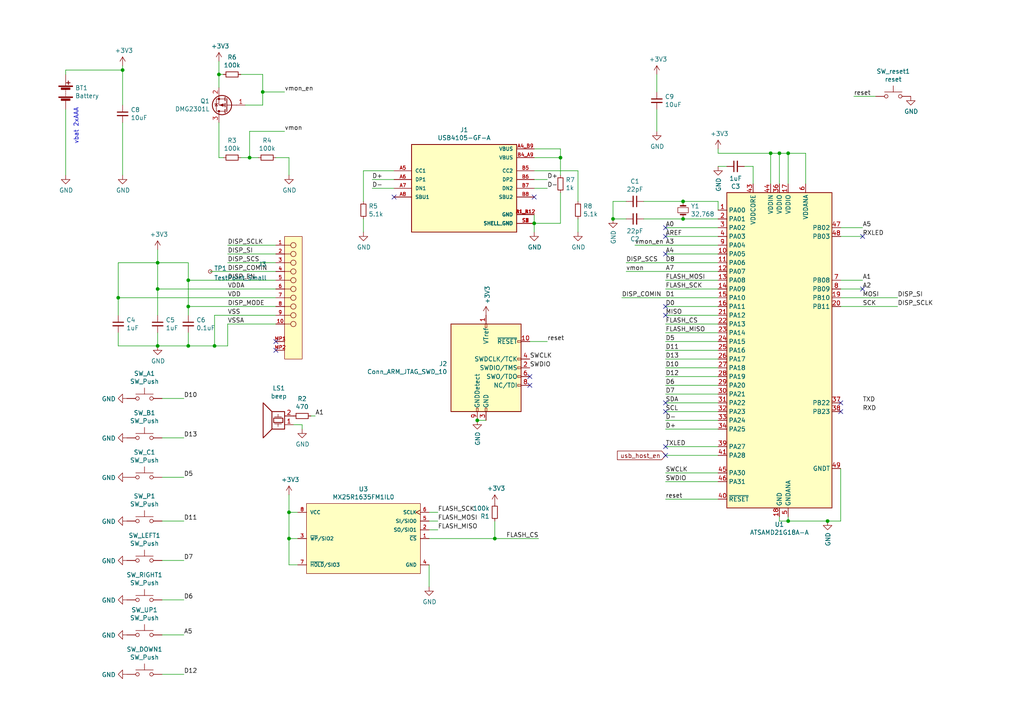
<source format=kicad_sch>
(kicad_sch (version 20211123) (generator eeschema)

  (uuid c701ee8e-1214-4781-a973-17bef7b6e3eb)

  (paper "A4")

  (lib_symbols
    (symbol "Connector:TestPoint_Small" (pin_numbers hide) (pin_names (offset 0.762) hide) (in_bom yes) (on_board yes)
      (property "Reference" "TP" (id 0) (at 0 3.81 0)
        (effects (font (size 1.27 1.27)))
      )
      (property "Value" "TestPoint_Small" (id 1) (at 0 2.032 0)
        (effects (font (size 1.27 1.27)))
      )
      (property "Footprint" "" (id 2) (at 5.08 0 0)
        (effects (font (size 1.27 1.27)) hide)
      )
      (property "Datasheet" "~" (id 3) (at 5.08 0 0)
        (effects (font (size 1.27 1.27)) hide)
      )
      (property "ki_keywords" "test point tp" (id 4) (at 0 0 0)
        (effects (font (size 1.27 1.27)) hide)
      )
      (property "ki_description" "test point" (id 5) (at 0 0 0)
        (effects (font (size 1.27 1.27)) hide)
      )
      (property "ki_fp_filters" "Pin* Test*" (id 6) (at 0 0 0)
        (effects (font (size 1.27 1.27)) hide)
      )
      (symbol "TestPoint_Small_0_1"
        (circle (center 0 0) (radius 0.508)
          (stroke (width 0) (type default) (color 0 0 0 0))
          (fill (type none))
        )
      )
      (symbol "TestPoint_Small_1_1"
        (pin passive line (at 0 0 90) (length 0)
          (name "1" (effects (font (size 1.27 1.27))))
          (number "1" (effects (font (size 1.27 1.27))))
        )
      )
    )
    (symbol "Device:R_Small" (pin_numbers hide) (pin_names (offset 0.254) hide) (in_bom yes) (on_board yes)
      (property "Reference" "R" (id 0) (at 0.762 0.508 0)
        (effects (font (size 1.27 1.27)) (justify left))
      )
      (property "Value" "R_Small" (id 1) (at 0.762 -1.016 0)
        (effects (font (size 1.27 1.27)) (justify left))
      )
      (property "Footprint" "" (id 2) (at 0 0 0)
        (effects (font (size 1.27 1.27)) hide)
      )
      (property "Datasheet" "~" (id 3) (at 0 0 0)
        (effects (font (size 1.27 1.27)) hide)
      )
      (property "ki_keywords" "R resistor" (id 4) (at 0 0 0)
        (effects (font (size 1.27 1.27)) hide)
      )
      (property "ki_description" "Resistor, small symbol" (id 5) (at 0 0 0)
        (effects (font (size 1.27 1.27)) hide)
      )
      (property "ki_fp_filters" "R_*" (id 6) (at 0 0 0)
        (effects (font (size 1.27 1.27)) hide)
      )
      (symbol "R_Small_0_1"
        (rectangle (start -0.762 1.778) (end 0.762 -1.778)
          (stroke (width 0.2032) (type default) (color 0 0 0 0))
          (fill (type none))
        )
      )
      (symbol "R_Small_1_1"
        (pin passive line (at 0 2.54 270) (length 0.762)
          (name "~" (effects (font (size 1.27 1.27))))
          (number "1" (effects (font (size 1.27 1.27))))
        )
        (pin passive line (at 0 -2.54 90) (length 0.762)
          (name "~" (effects (font (size 1.27 1.27))))
          (number "2" (effects (font (size 1.27 1.27))))
        )
      )
    )
    (symbol "Transistor_FET:DMG2301L" (pin_names hide) (in_bom yes) (on_board yes)
      (property "Reference" "Q" (id 0) (at 5.08 1.905 0)
        (effects (font (size 1.27 1.27)) (justify left))
      )
      (property "Value" "DMG2301L" (id 1) (at 5.08 0 0)
        (effects (font (size 1.27 1.27)) (justify left))
      )
      (property "Footprint" "Package_TO_SOT_SMD:SOT-23" (id 2) (at 5.08 -1.905 0)
        (effects (font (size 1.27 1.27) italic) (justify left) hide)
      )
      (property "Datasheet" "https://www.diodes.com/assets/Datasheets/DMG2301L.pdf" (id 3) (at 0 0 0)
        (effects (font (size 1.27 1.27)) (justify left) hide)
      )
      (property "ki_keywords" "P-Channel MOSFET" (id 4) (at 0 0 0)
        (effects (font (size 1.27 1.27)) hide)
      )
      (property "ki_description" "-3A Id, -20V Vds, P-Channel MOSFET, SOT-23" (id 5) (at 0 0 0)
        (effects (font (size 1.27 1.27)) hide)
      )
      (property "ki_fp_filters" "SOT?23*" (id 6) (at 0 0 0)
        (effects (font (size 1.27 1.27)) hide)
      )
      (symbol "DMG2301L_0_1"
        (polyline
          (pts
            (xy 0.254 0)
            (xy -2.54 0)
          )
          (stroke (width 0) (type default) (color 0 0 0 0))
          (fill (type none))
        )
        (polyline
          (pts
            (xy 0.254 1.905)
            (xy 0.254 -1.905)
          )
          (stroke (width 0.254) (type default) (color 0 0 0 0))
          (fill (type none))
        )
        (polyline
          (pts
            (xy 0.762 -1.27)
            (xy 0.762 -2.286)
          )
          (stroke (width 0.254) (type default) (color 0 0 0 0))
          (fill (type none))
        )
        (polyline
          (pts
            (xy 0.762 0.508)
            (xy 0.762 -0.508)
          )
          (stroke (width 0.254) (type default) (color 0 0 0 0))
          (fill (type none))
        )
        (polyline
          (pts
            (xy 0.762 2.286)
            (xy 0.762 1.27)
          )
          (stroke (width 0.254) (type default) (color 0 0 0 0))
          (fill (type none))
        )
        (polyline
          (pts
            (xy 2.54 2.54)
            (xy 2.54 1.778)
          )
          (stroke (width 0) (type default) (color 0 0 0 0))
          (fill (type none))
        )
        (polyline
          (pts
            (xy 2.54 -2.54)
            (xy 2.54 0)
            (xy 0.762 0)
          )
          (stroke (width 0) (type default) (color 0 0 0 0))
          (fill (type none))
        )
        (polyline
          (pts
            (xy 0.762 1.778)
            (xy 3.302 1.778)
            (xy 3.302 -1.778)
            (xy 0.762 -1.778)
          )
          (stroke (width 0) (type default) (color 0 0 0 0))
          (fill (type none))
        )
        (polyline
          (pts
            (xy 2.286 0)
            (xy 1.27 0.381)
            (xy 1.27 -0.381)
            (xy 2.286 0)
          )
          (stroke (width 0) (type default) (color 0 0 0 0))
          (fill (type outline))
        )
        (polyline
          (pts
            (xy 2.794 -0.508)
            (xy 2.921 -0.381)
            (xy 3.683 -0.381)
            (xy 3.81 -0.254)
          )
          (stroke (width 0) (type default) (color 0 0 0 0))
          (fill (type none))
        )
        (polyline
          (pts
            (xy 3.302 -0.381)
            (xy 2.921 0.254)
            (xy 3.683 0.254)
            (xy 3.302 -0.381)
          )
          (stroke (width 0) (type default) (color 0 0 0 0))
          (fill (type none))
        )
        (circle (center 1.651 0) (radius 2.794)
          (stroke (width 0.254) (type default) (color 0 0 0 0))
          (fill (type none))
        )
        (circle (center 2.54 -1.778) (radius 0.254)
          (stroke (width 0) (type default) (color 0 0 0 0))
          (fill (type outline))
        )
        (circle (center 2.54 1.778) (radius 0.254)
          (stroke (width 0) (type default) (color 0 0 0 0))
          (fill (type outline))
        )
      )
      (symbol "DMG2301L_1_1"
        (pin input line (at -5.08 0 0) (length 2.54)
          (name "G" (effects (font (size 1.27 1.27))))
          (number "1" (effects (font (size 1.27 1.27))))
        )
        (pin passive line (at 2.54 -5.08 90) (length 2.54)
          (name "S" (effects (font (size 1.27 1.27))))
          (number "2" (effects (font (size 1.27 1.27))))
        )
        (pin passive line (at 2.54 5.08 270) (length 2.54)
          (name "D" (effects (font (size 1.27 1.27))))
          (number "3" (effects (font (size 1.27 1.27))))
        )
      )
    )
    (symbol "pawpet-v5-rescue:+3.3V-power" (power) (pin_names (offset 0)) (in_bom yes) (on_board yes)
      (property "Reference" "#PWR" (id 0) (at 0 -3.81 0)
        (effects (font (size 1.27 1.27)) hide)
      )
      (property "Value" "+3.3V-power" (id 1) (at 0 3.556 0)
        (effects (font (size 1.27 1.27)))
      )
      (property "Footprint" "" (id 2) (at 0 0 0)
        (effects (font (size 1.27 1.27)) hide)
      )
      (property "Datasheet" "" (id 3) (at 0 0 0)
        (effects (font (size 1.27 1.27)) hide)
      )
      (symbol "+3.3V-power_0_1"
        (polyline
          (pts
            (xy -0.762 1.27)
            (xy 0 2.54)
          )
          (stroke (width 0) (type default) (color 0 0 0 0))
          (fill (type none))
        )
        (polyline
          (pts
            (xy 0 0)
            (xy 0 2.54)
          )
          (stroke (width 0) (type default) (color 0 0 0 0))
          (fill (type none))
        )
        (polyline
          (pts
            (xy 0 2.54)
            (xy 0.762 1.27)
          )
          (stroke (width 0) (type default) (color 0 0 0 0))
          (fill (type none))
        )
      )
      (symbol "+3.3V-power_1_1"
        (pin power_in line (at 0 0 90) (length 0) hide
          (name "+3V3" (effects (font (size 1.27 1.27))))
          (number "1" (effects (font (size 1.27 1.27))))
        )
      )
    )
    (symbol "pawpet-v5-rescue:52892-1033-molex" (pin_names (offset 0)) (in_bom yes) (on_board yes)
      (property "Reference" "J" (id 0) (at 0 12.7 0)
        (effects (font (size 1.27 1.27)) (justify left))
      )
      (property "Value" "52892-1033-molex" (id 1) (at 0 15.24 0)
        (effects (font (size 1.27 1.27)) (justify left))
      )
      (property "Footprint" "Molex-52892-1033-*" (id 2) (at 0 17.78 0)
        (effects (font (size 1.27 1.27)) (justify left) hide)
      )
      (property "Datasheet" "http://www.molex.com/webdocs/datasheets/pdf/en-us/0528921033_FFC_FPC_CONNECTORS.pdf" (id 3) (at 0 20.32 0)
        (effects (font (size 1.27 1.27)) (justify left) hide)
      )
      (property "Circuits Loaded" "10" (id 4) (at 0 22.86 0)
        (effects (font (size 1.27 1.27)) (justify left) hide)
      )
      (property "Component Link 1 Description" "Manufacturer URL" (id 5) (at 0 25.4 0)
        (effects (font (size 1.27 1.27)) (justify left) hide)
      )
      (property "Component Link 1 URL" "http://www.molex.com/molex/index.jsp" (id 6) (at 0 27.94 0)
        (effects (font (size 1.27 1.27)) (justify left) hide)
      )
      (property "Component Link 3 Description" "Package Specification" (id 7) (at 0 30.48 0)
        (effects (font (size 1.27 1.27)) (justify left) hide)
      )
      (property "Component Link 3 URL" "http://www.molex.com/pdm_docs/sd/528921033_sd.pdf" (id 8) (at 0 33.02 0)
        (effects (font (size 1.27 1.27)) (justify left) hide)
      )
      (property "Contact Position" "Bottom" (id 9) (at 0 35.56 0)
        (effects (font (size 1.27 1.27)) (justify left) hide)
      )
      (property "Current Max per Contact" "0.5A" (id 10) (at 0 38.1 0)
        (effects (font (size 1.27 1.27)) (justify left) hide)
      )
      (property "Durability mating cycles max" "20" (id 11) (at 0 40.64 0)
        (effects (font (size 1.27 1.27)) (justify left) hide)
      )
      (property "Entry Angle" "90degrees Angle" (id 12) (at 0 43.18 0)
        (effects (font (size 1.27 1.27)) (justify left) hide)
      )
      (property "Mated Height" "2.00mm" (id 13) (at 0 45.72 0)
        (effects (font (size 1.27 1.27)) (justify left) hide)
      )
      (property "Material   Metal" "Phosphor Bronze" (id 14) (at 0 48.26 0)
        (effects (font (size 1.27 1.27)) (justify left) hide)
      )
      (property "Material   Plating Mating" "Silver, Tin-Bismuth" (id 15) (at 0 50.8 0)
        (effects (font (size 1.27 1.27)) (justify left) hide)
      )
      (property "Material   Plating Termination" "Silver, Tin-Bismuth" (id 16) (at 0 53.34 0)
        (effects (font (size 1.27 1.27)) (justify left) hide)
      )
      (property "Mounting Technology" "Surface Mount" (id 17) (at 0 55.88 0)
        (effects (font (size 1.27 1.27)) (justify left) hide)
      )
      (property "Number of Rows" "1" (id 18) (at 0 58.42 0)
        (effects (font (size 1.27 1.27)) (justify left) hide)
      )
      (property "Orientation" "Right Angle" (id 19) (at 0 60.96 0)
        (effects (font (size 1.27 1.27)) (justify left) hide)
      )
      (property "PCB Locator" "No" (id 20) (at 0 63.5 0)
        (effects (font (size 1.27 1.27)) (justify left) hide)
      )
      (property "PCB Retention" "Yes" (id 21) (at 0 66.04 0)
        (effects (font (size 1.27 1.27)) (justify left) hide)
      )
      (property "Package Description" "10-Lead FPC Connector, Pitch 0.5 mm" (id 22) (at 0 68.58 0)
        (effects (font (size 1.27 1.27)) (justify left) hide)
      )
      (property "Package Version" "Rev. A, 05/2013" (id 23) (at 0 71.12 0)
        (effects (font (size 1.27 1.27)) (justify left) hide)
      )
      (property "Packing" "Tape and Reel" (id 24) (at 0 73.66 0)
        (effects (font (size 1.27 1.27)) (justify left) hide)
      )
      (property "Pitch   Mating Interface" "0.50mm" (id 25) (at 0 76.2 0)
        (effects (font (size 1.27 1.27)) (justify left) hide)
      )
      (property "Pitch   Termination Interface" "0.50mm" (id 26) (at 0 78.74 0)
        (effects (font (size 1.27 1.27)) (justify left) hide)
      )
      (property "Polarized to PCB" "No" (id 27) (at 0 81.28 0)
        (effects (font (size 1.27 1.27)) (justify left) hide)
      )
      (property "Stackable" "No" (id 28) (at 0 83.82 0)
        (effects (font (size 1.27 1.27)) (justify left) hide)
      )
      (property "Voltage Max" "50V" (id 29) (at 0 86.36 0)
        (effects (font (size 1.27 1.27)) (justify left) hide)
      )
      (property "category" "Conn" (id 30) (at 0 88.9 0)
        (effects (font (size 1.27 1.27)) (justify left) hide)
      )
      (property "ciiva ids" "12958041" (id 31) (at 0 91.44 0)
        (effects (font (size 1.27 1.27)) (justify left) hide)
      )
      (property "library id" "ed2c8a3844ca0313" (id 32) (at 0 93.98 0)
        (effects (font (size 1.27 1.27)) (justify left) hide)
      )
      (property "manufacturer" "Molex" (id 33) (at 0 96.52 0)
        (effects (font (size 1.27 1.27)) (justify left) hide)
      )
      (property "package" "52892-1033" (id 34) (at 0 99.06 0)
        (effects (font (size 1.27 1.27)) (justify left) hide)
      )
      (property "release date" "1411372666" (id 35) (at 0 101.6 0)
        (effects (font (size 1.27 1.27)) (justify left) hide)
      )
      (property "rohs" "Yes" (id 36) (at 0 104.14 0)
        (effects (font (size 1.27 1.27)) (justify left) hide)
      )
      (property "vault revision" "2519BB65-6747-4A90-BA56-D26D50506A67" (id 37) (at 0 106.68 0)
        (effects (font (size 1.27 1.27)) (justify left) hide)
      )
      (property "imported" "yes" (id 38) (at 0 109.22 0)
        (effects (font (size 1.27 1.27)) (justify left) hide)
      )
      (property "ki_locked" "" (id 39) (at 0 0 0)
        (effects (font (size 1.27 1.27)))
      )
      (symbol "52892-1033-molex_1_1"
        (rectangle (start -2.54 10.16) (end 33.02 5.08)
          (stroke (width 0) (type default) (color 0 0 0 0))
          (fill (type background))
        )
        (polyline
          (pts
            (xy 0 5.08)
            (xy 0 6.858)
          )
          (stroke (width 0) (type default) (color 0 0 0 0))
          (fill (type none))
        )
        (polyline
          (pts
            (xy 2.54 5.08)
            (xy 2.54 6.858)
          )
          (stroke (width 0) (type default) (color 0 0 0 0))
          (fill (type none))
        )
        (polyline
          (pts
            (xy 5.08 5.08)
            (xy 5.08 6.858)
          )
          (stroke (width 0) (type default) (color 0 0 0 0))
          (fill (type none))
        )
        (polyline
          (pts
            (xy 7.62 5.08)
            (xy 7.62 6.858)
          )
          (stroke (width 0) (type default) (color 0 0 0 0))
          (fill (type none))
        )
        (polyline
          (pts
            (xy 10.16 5.08)
            (xy 10.16 6.858)
          )
          (stroke (width 0) (type default) (color 0 0 0 0))
          (fill (type none))
        )
        (polyline
          (pts
            (xy 12.7 5.08)
            (xy 12.7 6.858)
          )
          (stroke (width 0) (type default) (color 0 0 0 0))
          (fill (type none))
        )
        (polyline
          (pts
            (xy 15.24 5.08)
            (xy 15.24 6.858)
          )
          (stroke (width 0) (type default) (color 0 0 0 0))
          (fill (type none))
        )
        (polyline
          (pts
            (xy 17.78 5.08)
            (xy 17.78 6.858)
          )
          (stroke (width 0) (type default) (color 0 0 0 0))
          (fill (type none))
        )
        (polyline
          (pts
            (xy 20.32 5.08)
            (xy 20.32 6.858)
          )
          (stroke (width 0) (type default) (color 0 0 0 0))
          (fill (type none))
        )
        (polyline
          (pts
            (xy 22.86 5.08)
            (xy 22.86 6.858)
          )
          (stroke (width 0) (type default) (color 0 0 0 0))
          (fill (type none))
        )
        (circle (center 0 7.62) (radius 0.762)
          (stroke (width 0) (type default) (color 0 0 0 0))
          (fill (type none))
        )
        (circle (center 2.54 7.62) (radius 0.762)
          (stroke (width 0) (type default) (color 0 0 0 0))
          (fill (type none))
        )
        (circle (center 5.08 7.62) (radius 0.762)
          (stroke (width 0) (type default) (color 0 0 0 0))
          (fill (type none))
        )
        (circle (center 7.62 7.62) (radius 0.762)
          (stroke (width 0) (type default) (color 0 0 0 0))
          (fill (type none))
        )
        (circle (center 10.16 7.62) (radius 0.762)
          (stroke (width 0) (type default) (color 0 0 0 0))
          (fill (type none))
        )
        (circle (center 12.7 7.62) (radius 0.762)
          (stroke (width 0) (type default) (color 0 0 0 0))
          (fill (type none))
        )
        (circle (center 15.24 7.62) (radius 0.762)
          (stroke (width 0) (type default) (color 0 0 0 0))
          (fill (type none))
        )
        (circle (center 17.78 7.62) (radius 0.762)
          (stroke (width 0) (type default) (color 0 0 0 0))
          (fill (type none))
        )
        (circle (center 20.32 7.62) (radius 0.762)
          (stroke (width 0) (type default) (color 0 0 0 0))
          (fill (type none))
        )
        (circle (center 22.86 7.62) (radius 0.762)
          (stroke (width 0) (type default) (color 0 0 0 0))
          (fill (type none))
        )
        (pin passive line (at 0 2.54 90) (length 2.54)
          (name "1" (effects (font (size 0 0))))
          (number "1" (effects (font (size 1.016 1.016))))
        )
        (pin passive line (at 22.86 2.54 90) (length 2.54)
          (name "10" (effects (font (size 0 0))))
          (number "10" (effects (font (size 1.016 1.016))))
        )
        (pin passive line (at 2.54 2.54 90) (length 2.54)
          (name "2" (effects (font (size 0 0))))
          (number "2" (effects (font (size 1.016 1.016))))
        )
        (pin passive line (at 5.08 2.54 90) (length 2.54)
          (name "3" (effects (font (size 0 0))))
          (number "3" (effects (font (size 1.016 1.016))))
        )
        (pin passive line (at 7.62 2.54 90) (length 2.54)
          (name "4" (effects (font (size 0 0))))
          (number "4" (effects (font (size 1.016 1.016))))
        )
        (pin passive line (at 10.16 2.54 90) (length 2.54)
          (name "5" (effects (font (size 0 0))))
          (number "5" (effects (font (size 1.016 1.016))))
        )
        (pin passive line (at 12.7 2.54 90) (length 2.54)
          (name "6" (effects (font (size 0 0))))
          (number "6" (effects (font (size 1.016 1.016))))
        )
        (pin passive line (at 15.24 2.54 90) (length 2.54)
          (name "7" (effects (font (size 0 0))))
          (number "7" (effects (font (size 1.016 1.016))))
        )
        (pin passive line (at 17.78 2.54 90) (length 2.54)
          (name "8" (effects (font (size 0 0))))
          (number "8" (effects (font (size 1.016 1.016))))
        )
        (pin passive line (at 20.32 2.54 90) (length 2.54)
          (name "9" (effects (font (size 0 0))))
          (number "9" (effects (font (size 1.016 1.016))))
        )
        (pin passive line (at 27.94 2.54 90) (length 2.54)
          (name "MP1" (effects (font (size 0 0))))
          (number "MP1" (effects (font (size 1.016 1.016))))
        )
        (pin passive line (at 30.48 2.54 90) (length 2.54)
          (name "MP2" (effects (font (size 0 0))))
          (number "MP2" (effects (font (size 1.016 1.016))))
        )
      )
    )
    (symbol "pawpet-v5-rescue:ATSAMD21G18A-A-MCU_Microchip_SAMD" (in_bom yes) (on_board yes)
      (property "Reference" "U" (id 0) (at -13.97 46.99 0)
        (effects (font (size 1.27 1.27)))
      )
      (property "Value" "ATSAMD21G18A-A-MCU_Microchip_SAMD" (id 1) (at 16.51 46.99 0)
        (effects (font (size 1.27 1.27)))
      )
      (property "Footprint" "Package_QFP:TQFP-48_7x7mm_P0.5mm" (id 2) (at 22.86 -46.99 0)
        (effects (font (size 1.27 1.27)) hide)
      )
      (property "Datasheet" "" (id 3) (at 0 25.4 0)
        (effects (font (size 1.27 1.27)) hide)
      )
      (property "ki_fp_filters" "TQFP*7x7mm*P0.5mm*" (id 4) (at 0 0 0)
        (effects (font (size 1.27 1.27)) hide)
      )
      (symbol "ATSAMD21G18A-A-MCU_Microchip_SAMD_0_1"
        (rectangle (start -15.24 45.72) (end 15.24 -45.72)
          (stroke (width 0.254) (type default) (color 0 0 0 0))
          (fill (type background))
        )
      )
      (symbol "ATSAMD21G18A-A-MCU_Microchip_SAMD_1_1"
        (pin bidirectional line (at -17.78 40.64 0) (length 2.54)
          (name "PA00" (effects (font (size 1.27 1.27))))
          (number "1" (effects (font (size 1.27 1.27))))
        )
        (pin bidirectional line (at -17.78 27.94 0) (length 2.54)
          (name "PA05" (effects (font (size 1.27 1.27))))
          (number "10" (effects (font (size 1.27 1.27))))
        )
        (pin bidirectional line (at -17.78 25.4 0) (length 2.54)
          (name "PA06" (effects (font (size 1.27 1.27))))
          (number "11" (effects (font (size 1.27 1.27))))
        )
        (pin bidirectional line (at -17.78 22.86 0) (length 2.54)
          (name "PA07" (effects (font (size 1.27 1.27))))
          (number "12" (effects (font (size 1.27 1.27))))
        )
        (pin bidirectional line (at -17.78 20.32 0) (length 2.54)
          (name "PA08" (effects (font (size 1.27 1.27))))
          (number "13" (effects (font (size 1.27 1.27))))
        )
        (pin bidirectional line (at -17.78 17.78 0) (length 2.54)
          (name "PA09" (effects (font (size 1.27 1.27))))
          (number "14" (effects (font (size 1.27 1.27))))
        )
        (pin bidirectional line (at -17.78 15.24 0) (length 2.54)
          (name "PA10" (effects (font (size 1.27 1.27))))
          (number "15" (effects (font (size 1.27 1.27))))
        )
        (pin bidirectional line (at -17.78 12.7 0) (length 2.54)
          (name "PA11" (effects (font (size 1.27 1.27))))
          (number "16" (effects (font (size 1.27 1.27))))
        )
        (pin power_in line (at 2.54 48.26 270) (length 2.54)
          (name "VDDIO" (effects (font (size 1.27 1.27))))
          (number "17" (effects (font (size 1.27 1.27))))
        )
        (pin power_in line (at 0 -48.26 90) (length 2.54)
          (name "GND" (effects (font (size 1.27 1.27))))
          (number "18" (effects (font (size 1.27 1.27))))
        )
        (pin bidirectional line (at 17.78 15.24 180) (length 2.54)
          (name "PB10" (effects (font (size 1.27 1.27))))
          (number "19" (effects (font (size 1.27 1.27))))
        )
        (pin bidirectional line (at -17.78 38.1 0) (length 2.54)
          (name "PA01" (effects (font (size 1.27 1.27))))
          (number "2" (effects (font (size 1.27 1.27))))
        )
        (pin bidirectional line (at 17.78 12.7 180) (length 2.54)
          (name "PB11" (effects (font (size 1.27 1.27))))
          (number "20" (effects (font (size 1.27 1.27))))
        )
        (pin bidirectional line (at -17.78 10.16 0) (length 2.54)
          (name "PA12" (effects (font (size 1.27 1.27))))
          (number "21" (effects (font (size 1.27 1.27))))
        )
        (pin bidirectional line (at -17.78 7.62 0) (length 2.54)
          (name "PA13" (effects (font (size 1.27 1.27))))
          (number "22" (effects (font (size 1.27 1.27))))
        )
        (pin bidirectional line (at -17.78 5.08 0) (length 2.54)
          (name "PA14" (effects (font (size 1.27 1.27))))
          (number "23" (effects (font (size 1.27 1.27))))
        )
        (pin bidirectional line (at -17.78 2.54 0) (length 2.54)
          (name "PA15" (effects (font (size 1.27 1.27))))
          (number "24" (effects (font (size 1.27 1.27))))
        )
        (pin bidirectional line (at -17.78 0 0) (length 2.54)
          (name "PA16" (effects (font (size 1.27 1.27))))
          (number "25" (effects (font (size 1.27 1.27))))
        )
        (pin bidirectional line (at -17.78 -2.54 0) (length 2.54)
          (name "PA17" (effects (font (size 1.27 1.27))))
          (number "26" (effects (font (size 1.27 1.27))))
        )
        (pin bidirectional line (at -17.78 -5.08 0) (length 2.54)
          (name "PA18" (effects (font (size 1.27 1.27))))
          (number "27" (effects (font (size 1.27 1.27))))
        )
        (pin bidirectional line (at -17.78 -7.62 0) (length 2.54)
          (name "PA19" (effects (font (size 1.27 1.27))))
          (number "28" (effects (font (size 1.27 1.27))))
        )
        (pin bidirectional line (at -17.78 -10.16 0) (length 2.54)
          (name "PA20" (effects (font (size 1.27 1.27))))
          (number "29" (effects (font (size 1.27 1.27))))
        )
        (pin bidirectional line (at -17.78 35.56 0) (length 2.54)
          (name "PA02" (effects (font (size 1.27 1.27))))
          (number "3" (effects (font (size 1.27 1.27))))
        )
        (pin bidirectional line (at -17.78 -12.7 0) (length 2.54)
          (name "PA21" (effects (font (size 1.27 1.27))))
          (number "30" (effects (font (size 1.27 1.27))))
        )
        (pin bidirectional line (at -17.78 -15.24 0) (length 2.54)
          (name "PA22" (effects (font (size 1.27 1.27))))
          (number "31" (effects (font (size 1.27 1.27))))
        )
        (pin bidirectional line (at -17.78 -17.78 0) (length 2.54)
          (name "PA23" (effects (font (size 1.27 1.27))))
          (number "32" (effects (font (size 1.27 1.27))))
        )
        (pin bidirectional line (at -17.78 -20.32 0) (length 2.54)
          (name "PA24" (effects (font (size 1.27 1.27))))
          (number "33" (effects (font (size 1.27 1.27))))
        )
        (pin bidirectional line (at -17.78 -22.86 0) (length 2.54)
          (name "PA25" (effects (font (size 1.27 1.27))))
          (number "34" (effects (font (size 1.27 1.27))))
        )
        (pin passive line (at 0 -48.26 90) (length 2.54) hide
          (name "GND" (effects (font (size 1.27 1.27))))
          (number "35" (effects (font (size 1.27 1.27))))
        )
        (pin power_in line (at 0 48.26 270) (length 2.54)
          (name "VDDIO" (effects (font (size 1.27 1.27))))
          (number "36" (effects (font (size 1.27 1.27))))
        )
        (pin bidirectional line (at 17.78 -15.24 180) (length 2.54)
          (name "PB22" (effects (font (size 1.27 1.27))))
          (number "37" (effects (font (size 1.27 1.27))))
        )
        (pin bidirectional line (at 17.78 -17.78 180) (length 2.54)
          (name "PB23" (effects (font (size 1.27 1.27))))
          (number "38" (effects (font (size 1.27 1.27))))
        )
        (pin bidirectional line (at -17.78 -27.94 0) (length 2.54)
          (name "PA27" (effects (font (size 1.27 1.27))))
          (number "39" (effects (font (size 1.27 1.27))))
        )
        (pin bidirectional line (at -17.78 33.02 0) (length 2.54)
          (name "PA03" (effects (font (size 1.27 1.27))))
          (number "4" (effects (font (size 1.27 1.27))))
        )
        (pin input line (at -17.78 -43.18 0) (length 2.54)
          (name "~{RESET}" (effects (font (size 1.27 1.27))))
          (number "40" (effects (font (size 1.27 1.27))))
        )
        (pin bidirectional line (at -17.78 -30.48 0) (length 2.54)
          (name "PA28" (effects (font (size 1.27 1.27))))
          (number "41" (effects (font (size 1.27 1.27))))
        )
        (pin passive line (at 0 -48.26 90) (length 2.54) hide
          (name "GND" (effects (font (size 1.27 1.27))))
          (number "42" (effects (font (size 1.27 1.27))))
        )
        (pin power_out line (at -7.62 48.26 270) (length 2.54)
          (name "VDDCORE" (effects (font (size 1.27 1.27))))
          (number "43" (effects (font (size 1.27 1.27))))
        )
        (pin power_in line (at -2.54 48.26 270) (length 2.54)
          (name "VDDIN" (effects (font (size 1.27 1.27))))
          (number "44" (effects (font (size 1.27 1.27))))
        )
        (pin bidirectional line (at -17.78 -35.56 0) (length 2.54)
          (name "PA30" (effects (font (size 1.27 1.27))))
          (number "45" (effects (font (size 1.27 1.27))))
        )
        (pin bidirectional line (at -17.78 -38.1 0) (length 2.54)
          (name "PA31" (effects (font (size 1.27 1.27))))
          (number "46" (effects (font (size 1.27 1.27))))
        )
        (pin bidirectional line (at 17.78 35.56 180) (length 2.54)
          (name "PB02" (effects (font (size 1.27 1.27))))
          (number "47" (effects (font (size 1.27 1.27))))
        )
        (pin bidirectional line (at 17.78 33.02 180) (length 2.54)
          (name "PB03" (effects (font (size 1.27 1.27))))
          (number "48" (effects (font (size 1.27 1.27))))
        )
        (pin input line (at 17.78 -34.29 180) (length 2.54)
          (name "GNDT" (effects (font (size 1.27 1.27))))
          (number "49" (effects (font (size 1.27 1.27))))
        )
        (pin power_in line (at 2.54 -48.26 90) (length 2.54)
          (name "GNDANA" (effects (font (size 1.27 1.27))))
          (number "5" (effects (font (size 1.27 1.27))))
        )
        (pin power_in line (at 7.62 48.26 270) (length 2.54)
          (name "VDDANA" (effects (font (size 1.27 1.27))))
          (number "6" (effects (font (size 1.27 1.27))))
        )
        (pin bidirectional line (at 17.78 20.32 180) (length 2.54)
          (name "PB08" (effects (font (size 1.27 1.27))))
          (number "7" (effects (font (size 1.27 1.27))))
        )
        (pin bidirectional line (at 17.78 17.78 180) (length 2.54)
          (name "PB09" (effects (font (size 1.27 1.27))))
          (number "8" (effects (font (size 1.27 1.27))))
        )
        (pin bidirectional line (at -17.78 30.48 0) (length 2.54)
          (name "PA04" (effects (font (size 1.27 1.27))))
          (number "9" (effects (font (size 1.27 1.27))))
        )
      )
    )
    (symbol "pawpet-v5-rescue:Battery-Device" (pin_numbers hide) (pin_names (offset 0) hide) (in_bom yes) (on_board yes)
      (property "Reference" "BT" (id 0) (at 2.54 2.54 0)
        (effects (font (size 1.27 1.27)) (justify left))
      )
      (property "Value" "Battery-Device" (id 1) (at 2.54 0 0)
        (effects (font (size 1.27 1.27)) (justify left))
      )
      (property "Footprint" "" (id 2) (at 0 1.524 90)
        (effects (font (size 1.27 1.27)) hide)
      )
      (property "Datasheet" "" (id 3) (at 0 1.524 90)
        (effects (font (size 1.27 1.27)) hide)
      )
      (symbol "Battery-Device_0_1"
        (rectangle (start -2.032 -1.397) (end 2.032 -1.651)
          (stroke (width 0) (type default) (color 0 0 0 0))
          (fill (type outline))
        )
        (rectangle (start -2.032 1.778) (end 2.032 1.524)
          (stroke (width 0) (type default) (color 0 0 0 0))
          (fill (type outline))
        )
        (rectangle (start -1.3208 -1.9812) (end 1.27 -2.4892)
          (stroke (width 0) (type default) (color 0 0 0 0))
          (fill (type outline))
        )
        (rectangle (start -1.3208 1.1938) (end 1.27 0.6858)
          (stroke (width 0) (type default) (color 0 0 0 0))
          (fill (type outline))
        )
        (polyline
          (pts
            (xy 0 -1.524)
            (xy 0 -1.27)
          )
          (stroke (width 0) (type default) (color 0 0 0 0))
          (fill (type none))
        )
        (polyline
          (pts
            (xy 0 -1.016)
            (xy 0 -0.762)
          )
          (stroke (width 0) (type default) (color 0 0 0 0))
          (fill (type none))
        )
        (polyline
          (pts
            (xy 0 -0.508)
            (xy 0 -0.254)
          )
          (stroke (width 0) (type default) (color 0 0 0 0))
          (fill (type none))
        )
        (polyline
          (pts
            (xy 0 0)
            (xy 0 0.254)
          )
          (stroke (width 0) (type default) (color 0 0 0 0))
          (fill (type none))
        )
        (polyline
          (pts
            (xy 0 0.508)
            (xy 0 0.762)
          )
          (stroke (width 0) (type default) (color 0 0 0 0))
          (fill (type none))
        )
        (polyline
          (pts
            (xy 0 1.778)
            (xy 0 2.54)
          )
          (stroke (width 0) (type default) (color 0 0 0 0))
          (fill (type none))
        )
        (polyline
          (pts
            (xy 0.254 2.667)
            (xy 1.27 2.667)
          )
          (stroke (width 0.254) (type default) (color 0 0 0 0))
          (fill (type none))
        )
        (polyline
          (pts
            (xy 0.762 3.175)
            (xy 0.762 2.159)
          )
          (stroke (width 0.254) (type default) (color 0 0 0 0))
          (fill (type none))
        )
      )
      (symbol "Battery-Device_1_1"
        (pin passive line (at 0 5.08 270) (length 2.54)
          (name "+" (effects (font (size 1.27 1.27))))
          (number "1" (effects (font (size 1.27 1.27))))
        )
        (pin passive line (at 0 -5.08 90) (length 2.54)
          (name "-" (effects (font (size 1.27 1.27))))
          (number "2" (effects (font (size 1.27 1.27))))
        )
      )
    )
    (symbol "pawpet-v5-rescue:C_Small-Device" (pin_numbers hide) (pin_names (offset 0.254) hide) (in_bom yes) (on_board yes)
      (property "Reference" "C" (id 0) (at 0.254 1.778 0)
        (effects (font (size 1.27 1.27)) (justify left))
      )
      (property "Value" "C_Small-Device" (id 1) (at 0.254 -2.032 0)
        (effects (font (size 1.27 1.27)) (justify left))
      )
      (property "Footprint" "" (id 2) (at 0 0 0)
        (effects (font (size 1.27 1.27)) hide)
      )
      (property "Datasheet" "" (id 3) (at 0 0 0)
        (effects (font (size 1.27 1.27)) hide)
      )
      (property "ki_fp_filters" "C_*" (id 4) (at 0 0 0)
        (effects (font (size 1.27 1.27)) hide)
      )
      (symbol "C_Small-Device_0_1"
        (polyline
          (pts
            (xy -1.524 -0.508)
            (xy 1.524 -0.508)
          )
          (stroke (width 0.3302) (type default) (color 0 0 0 0))
          (fill (type none))
        )
        (polyline
          (pts
            (xy -1.524 0.508)
            (xy 1.524 0.508)
          )
          (stroke (width 0.3048) (type default) (color 0 0 0 0))
          (fill (type none))
        )
      )
      (symbol "C_Small-Device_1_1"
        (pin passive line (at 0 2.54 270) (length 2.032)
          (name "~" (effects (font (size 1.27 1.27))))
          (number "1" (effects (font (size 1.27 1.27))))
        )
        (pin passive line (at 0 -2.54 90) (length 2.032)
          (name "~" (effects (font (size 1.27 1.27))))
          (number "2" (effects (font (size 1.27 1.27))))
        )
      )
    )
    (symbol "pawpet-v5-rescue:Conn_ARM_JTAG_SWD_10-Connector" (pin_names (offset 1.016)) (in_bom yes) (on_board yes)
      (property "Reference" "J" (id 0) (at -2.54 16.51 0)
        (effects (font (size 1.27 1.27)) (justify right))
      )
      (property "Value" "Conn_ARM_JTAG_SWD_10-Connector" (id 1) (at -2.54 13.97 0)
        (effects (font (size 1.27 1.27)) (justify right bottom))
      )
      (property "Footprint" "" (id 2) (at 0 0 0)
        (effects (font (size 1.27 1.27)) hide)
      )
      (property "Datasheet" "" (id 3) (at -8.89 -31.75 90)
        (effects (font (size 1.27 1.27)) hide)
      )
      (property "ki_fp_filters" "PinHeader?2x05?P1.27mm*" (id 4) (at 0 0 0)
        (effects (font (size 1.27 1.27)) hide)
      )
      (symbol "Conn_ARM_JTAG_SWD_10-Connector_0_1"
        (rectangle (start -10.16 12.7) (end 10.16 -12.7)
          (stroke (width 0.254) (type default) (color 0 0 0 0))
          (fill (type background))
        )
        (rectangle (start -2.794 -12.7) (end -2.286 -11.684)
          (stroke (width 0) (type default) (color 0 0 0 0))
          (fill (type none))
        )
        (rectangle (start -0.254 -12.7) (end 0.254 -11.684)
          (stroke (width 0) (type default) (color 0 0 0 0))
          (fill (type none))
        )
        (rectangle (start -0.254 12.7) (end 0.254 11.684)
          (stroke (width 0) (type default) (color 0 0 0 0))
          (fill (type none))
        )
        (rectangle (start 9.144 2.286) (end 10.16 2.794)
          (stroke (width 0) (type default) (color 0 0 0 0))
          (fill (type none))
        )
        (rectangle (start 10.16 -2.794) (end 9.144 -2.286)
          (stroke (width 0) (type default) (color 0 0 0 0))
          (fill (type none))
        )
        (rectangle (start 10.16 -0.254) (end 9.144 0.254)
          (stroke (width 0) (type default) (color 0 0 0 0))
          (fill (type none))
        )
        (rectangle (start 10.16 7.874) (end 9.144 7.366)
          (stroke (width 0) (type default) (color 0 0 0 0))
          (fill (type none))
        )
      )
      (symbol "Conn_ARM_JTAG_SWD_10-Connector_1_1"
        (rectangle (start 9.144 -5.334) (end 10.16 -4.826)
          (stroke (width 0) (type default) (color 0 0 0 0))
          (fill (type none))
        )
        (pin power_in line (at 0 15.24 270) (length 2.54)
          (name "VTref" (effects (font (size 1.27 1.27))))
          (number "1" (effects (font (size 1.27 1.27))))
        )
        (pin open_collector line (at 12.7 7.62 180) (length 2.54)
          (name "~{RESET}" (effects (font (size 1.27 1.27))))
          (number "10" (effects (font (size 1.27 1.27))))
        )
        (pin bidirectional line (at 12.7 0 180) (length 2.54)
          (name "SWDIO/TMS" (effects (font (size 1.27 1.27))))
          (number "2" (effects (font (size 1.27 1.27))))
        )
        (pin power_in line (at 0 -15.24 90) (length 2.54)
          (name "GND" (effects (font (size 1.27 1.27))))
          (number "3" (effects (font (size 1.27 1.27))))
        )
        (pin output line (at 12.7 2.54 180) (length 2.54)
          (name "SWDCLK/TCK" (effects (font (size 1.27 1.27))))
          (number "4" (effects (font (size 1.27 1.27))))
        )
        (pin passive line (at 0 -15.24 90) (length 2.54) hide
          (name "GND" (effects (font (size 1.27 1.27))))
          (number "5" (effects (font (size 1.27 1.27))))
        )
        (pin input line (at 12.7 -2.54 180) (length 2.54)
          (name "SWO/TDO" (effects (font (size 1.27 1.27))))
          (number "6" (effects (font (size 1.27 1.27))))
        )
        (pin no_connect line (at -10.16 0 0) (length 2.54) hide
          (name "KEY" (effects (font (size 1.27 1.27))))
          (number "7" (effects (font (size 1.27 1.27))))
        )
        (pin output line (at 12.7 -5.08 180) (length 2.54)
          (name "NC/TDI" (effects (font (size 1.27 1.27))))
          (number "8" (effects (font (size 1.27 1.27))))
        )
        (pin passive line (at -2.54 -15.24 90) (length 2.54)
          (name "GNDDetect" (effects (font (size 1.27 1.27))))
          (number "9" (effects (font (size 1.27 1.27))))
        )
      )
    )
    (symbol "pawpet-v5-rescue:Crystal_Small-Device" (pin_numbers hide) (pin_names (offset 1.016) hide) (in_bom yes) (on_board yes)
      (property "Reference" "Y" (id 0) (at 0 2.54 0)
        (effects (font (size 1.27 1.27)))
      )
      (property "Value" "Crystal_Small-Device" (id 1) (at 0 -2.54 0)
        (effects (font (size 1.27 1.27)))
      )
      (property "Footprint" "" (id 2) (at 0 0 0)
        (effects (font (size 1.27 1.27)) hide)
      )
      (property "Datasheet" "" (id 3) (at 0 0 0)
        (effects (font (size 1.27 1.27)) hide)
      )
      (property "ki_fp_filters" "Crystal*" (id 4) (at 0 0 0)
        (effects (font (size 1.27 1.27)) hide)
      )
      (symbol "Crystal_Small-Device_0_1"
        (rectangle (start -0.762 -1.524) (end 0.762 1.524)
          (stroke (width 0) (type default) (color 0 0 0 0))
          (fill (type none))
        )
        (polyline
          (pts
            (xy -1.27 -0.762)
            (xy -1.27 0.762)
          )
          (stroke (width 0.381) (type default) (color 0 0 0 0))
          (fill (type none))
        )
        (polyline
          (pts
            (xy 1.27 -0.762)
            (xy 1.27 0.762)
          )
          (stroke (width 0.381) (type default) (color 0 0 0 0))
          (fill (type none))
        )
      )
      (symbol "Crystal_Small-Device_1_1"
        (pin passive line (at -2.54 0 0) (length 1.27)
          (name "1" (effects (font (size 1.27 1.27))))
          (number "1" (effects (font (size 1.27 1.27))))
        )
        (pin passive line (at 2.54 0 180) (length 1.27)
          (name "2" (effects (font (size 1.27 1.27))))
          (number "2" (effects (font (size 1.27 1.27))))
        )
      )
    )
    (symbol "pawpet-v5-rescue:GND-power" (power) (pin_names (offset 0)) (in_bom yes) (on_board yes)
      (property "Reference" "#PWR" (id 0) (at 0 -6.35 0)
        (effects (font (size 1.27 1.27)) hide)
      )
      (property "Value" "GND-power" (id 1) (at 0 -3.81 0)
        (effects (font (size 1.27 1.27)))
      )
      (property "Footprint" "" (id 2) (at 0 0 0)
        (effects (font (size 1.27 1.27)) hide)
      )
      (property "Datasheet" "" (id 3) (at 0 0 0)
        (effects (font (size 1.27 1.27)) hide)
      )
      (symbol "GND-power_0_1"
        (polyline
          (pts
            (xy 0 0)
            (xy 0 -1.27)
            (xy 1.27 -1.27)
            (xy 0 -2.54)
            (xy -1.27 -1.27)
            (xy 0 -1.27)
          )
          (stroke (width 0) (type default) (color 0 0 0 0))
          (fill (type none))
        )
      )
      (symbol "GND-power_1_1"
        (pin power_in line (at 0 0 270) (length 0) hide
          (name "GND" (effects (font (size 1.27 1.27))))
          (number "1" (effects (font (size 1.27 1.27))))
        )
      )
    )
    (symbol "pawpet-v5-rescue:MX25V1635FM1I-macronix" (pin_names (offset 1.016)) (in_bom yes) (on_board yes)
      (property "Reference" "U" (id 0) (at 0 5.08 0)
        (effects (font (size 1.27 1.27)) (justify left))
      )
      (property "Value" "MX25V1635FM1I-macronix" (id 1) (at 0 7.62 0)
        (effects (font (size 1.27 1.27)) (justify left))
      )
      (property "Footprint" "Macronix-SOP-8-150MIL-0-0-*" (id 2) (at 0 10.16 0)
        (effects (font (size 1.27 1.27)) (justify left) hide)
      )
      (property "Datasheet" "https://www.macronix.com/Lists/Datasheet/Attachments/7409/MX25V1635F,%202.5V,%2016Mb,%20v1.4.pdf" (id 3) (at 0 12.7 0)
        (effects (font (size 1.27 1.27)) (justify left) hide)
      )
      (property "access time" "8ns" (id 4) (at 0 15.24 0)
        (effects (font (size 1.27 1.27)) (justify left) hide)
      )
      (property "ambient temperature range high" "+85°C" (id 5) (at 0 17.78 0)
        (effects (font (size 1.27 1.27)) (justify left) hide)
      )
      (property "ambient temperature range low" "-40°C" (id 6) (at 0 20.32 0)
        (effects (font (size 1.27 1.27)) (justify left) hide)
      )
      (property "automotive" "No" (id 7) (at 0 22.86 0)
        (effects (font (size 1.27 1.27)) (justify left) hide)
      )
      (property "category" "IC" (id 8) (at 0 25.4 0)
        (effects (font (size 1.27 1.27)) (justify left) hide)
      )
      (property "device class L1" "Integrated Circuits (ICs)" (id 9) (at 0 27.94 0)
        (effects (font (size 1.27 1.27)) (justify left) hide)
      )
      (property "device class L2" "Memory" (id 10) (at 0 30.48 0)
        (effects (font (size 1.27 1.27)) (justify left) hide)
      )
      (property "device class L3" "Flash" (id 11) (at 0 33.02 0)
        (effects (font (size 1.27 1.27)) (justify left) hide)
      )
      (property "digikey description" "IC FLASH 16M SPI 80MHZ 8SOP" (id 12) (at 0 35.56 0)
        (effects (font (size 1.27 1.27)) (justify left) hide)
      )
      (property "digikey part number" "1092-1190-ND" (id 13) (at 0 38.1 0)
        (effects (font (size 1.27 1.27)) (justify left) hide)
      )
      (property "footprint url" "https://www.macronix.com/Lists/ApplicationNote/Attachments/1897/AN0239V1%20-%20Macronix%20150mil%208SOP_6x5mm8WSON_dual%20layout.pdf" (id 14) (at 0 40.64 0)
        (effects (font (size 1.27 1.27)) (justify left) hide)
      )
      (property "frequency" "80MHz" (id 15) (at 0 43.18 0)
        (effects (font (size 1.27 1.27)) (justify left) hide)
      )
      (property "height" "1.75mm" (id 16) (at 0 45.72 0)
        (effects (font (size 1.27 1.27)) (justify left) hide)
      )
      (property "interface" "SPI" (id 17) (at 0 48.26 0)
        (effects (font (size 1.27 1.27)) (justify left) hide)
      )
      (property "ipc land pattern name" "SOIC127P599X175-8" (id 18) (at 0 50.8 0)
        (effects (font (size 1.27 1.27)) (justify left) hide)
      )
      (property "lead free" "Yes" (id 19) (at 0 53.34 0)
        (effects (font (size 1.27 1.27)) (justify left) hide)
      )
      (property "library id" "b395dce75c947a4f" (id 20) (at 0 55.88 0)
        (effects (font (size 1.27 1.27)) (justify left) hide)
      )
      (property "manufacturer" "Macronix" (id 21) (at 0 58.42 0)
        (effects (font (size 1.27 1.27)) (justify left) hide)
      )
      (property "max supply voltage" "3.6V" (id 22) (at 0 60.96 0)
        (effects (font (size 1.27 1.27)) (justify left) hide)
      )
      (property "memory size" "16Mbits" (id 23) (at 0 63.5 0)
        (effects (font (size 1.27 1.27)) (justify left) hide)
      )
      (property "memory type" "FLASH" (id 24) (at 0 66.04 0)
        (effects (font (size 1.27 1.27)) (justify left) hide)
      )
      (property "min supply voltage" "2.3V" (id 25) (at 0 68.58 0)
        (effects (font (size 1.27 1.27)) (justify left) hide)
      )
      (property "nominal supply current" "3.5-6.5mA" (id 26) (at 0 71.12 0)
        (effects (font (size 1.27 1.27)) (justify left) hide)
      )
      (property "package" "SOP8" (id 27) (at 0 73.66 0)
        (effects (font (size 1.27 1.27)) (justify left) hide)
      )
      (property "rohs" "Yes" (id 28) (at 0 76.2 0)
        (effects (font (size 1.27 1.27)) (justify left) hide)
      )
      (property "standoff height" "0.1mm" (id 29) (at 0 78.74 0)
        (effects (font (size 1.27 1.27)) (justify left) hide)
      )
      (property "temperature range high" "+85°C" (id 30) (at 0 81.28 0)
        (effects (font (size 1.27 1.27)) (justify left) hide)
      )
      (property "temperature range low" "-40°C" (id 31) (at 0 83.82 0)
        (effects (font (size 1.27 1.27)) (justify left) hide)
      )
      (property "ki_locked" "" (id 32) (at 0 0 0)
        (effects (font (size 1.27 1.27)))
      )
      (symbol "MX25V1635FM1I-macronix_1_1"
        (rectangle (start 5.08 2.54) (end 38.1 -17.78)
          (stroke (width 0) (type default) (color 0 0 0 0))
          (fill (type background))
        )
        (pin input line (at 40.64 -7.62 180) (length 2.54)
          (name "~{CS}" (effects (font (size 1.016 1.016))))
          (number "1" (effects (font (size 1.016 1.016))))
        )
        (pin bidirectional line (at 40.64 -5.08 180) (length 2.54)
          (name "SO/SIO1" (effects (font (size 1.016 1.016))))
          (number "2" (effects (font (size 1.016 1.016))))
        )
        (pin bidirectional line (at 2.54 -7.62 0) (length 2.54)
          (name "~{WP}/SIO2" (effects (font (size 1.016 1.016))))
          (number "3" (effects (font (size 1.016 1.016))))
        )
        (pin power_in line (at 40.64 -15.24 180) (length 2.54)
          (name "GND" (effects (font (size 1.016 1.016))))
          (number "4" (effects (font (size 1.016 1.016))))
        )
        (pin bidirectional line (at 40.64 -2.54 180) (length 2.54)
          (name "SI/SIO0" (effects (font (size 1.016 1.016))))
          (number "5" (effects (font (size 1.016 1.016))))
        )
        (pin input clock (at 40.64 0 180) (length 2.54)
          (name "SCLK" (effects (font (size 1.016 1.016))))
          (number "6" (effects (font (size 1.016 1.016))))
        )
        (pin bidirectional line (at 2.54 -15.24 0) (length 2.54)
          (name "~{HOLD}/SIO3" (effects (font (size 1.016 1.016))))
          (number "7" (effects (font (size 1.016 1.016))))
        )
        (pin power_in line (at 2.54 0 0) (length 2.54)
          (name "VCC" (effects (font (size 1.016 1.016))))
          (number "8" (effects (font (size 1.016 1.016))))
        )
      )
    )
    (symbol "pawpet-v5-rescue:R_Small-Device" (pin_numbers hide) (pin_names (offset 0.254) hide) (in_bom yes) (on_board yes)
      (property "Reference" "R" (id 0) (at 0.762 0.508 0)
        (effects (font (size 1.27 1.27)) (justify left))
      )
      (property "Value" "R_Small-Device" (id 1) (at 0.762 -1.016 0)
        (effects (font (size 1.27 1.27)) (justify left))
      )
      (property "Footprint" "" (id 2) (at 0 0 0)
        (effects (font (size 1.27 1.27)) hide)
      )
      (property "Datasheet" "" (id 3) (at 0 0 0)
        (effects (font (size 1.27 1.27)) hide)
      )
      (property "ki_fp_filters" "R_*" (id 4) (at 0 0 0)
        (effects (font (size 1.27 1.27)) hide)
      )
      (symbol "R_Small-Device_0_1"
        (rectangle (start -0.762 1.778) (end 0.762 -1.778)
          (stroke (width 0.2032) (type default) (color 0 0 0 0))
          (fill (type none))
        )
      )
      (symbol "R_Small-Device_1_1"
        (pin passive line (at 0 2.54 270) (length 0.762)
          (name "~" (effects (font (size 1.27 1.27))))
          (number "1" (effects (font (size 1.27 1.27))))
        )
        (pin passive line (at 0 -2.54 90) (length 0.762)
          (name "~" (effects (font (size 1.27 1.27))))
          (number "2" (effects (font (size 1.27 1.27))))
        )
      )
    )
    (symbol "pawpet-v5-rescue:SW_Push-Switch" (pin_numbers hide) (pin_names (offset 1.016) hide) (in_bom yes) (on_board yes)
      (property "Reference" "SW" (id 0) (at 1.27 2.54 0)
        (effects (font (size 1.27 1.27)) (justify left))
      )
      (property "Value" "SW_Push-Switch" (id 1) (at 0 -1.524 0)
        (effects (font (size 1.27 1.27)))
      )
      (property "Footprint" "" (id 2) (at 0 5.08 0)
        (effects (font (size 1.27 1.27)) hide)
      )
      (property "Datasheet" "" (id 3) (at 0 5.08 0)
        (effects (font (size 1.27 1.27)) hide)
      )
      (symbol "SW_Push-Switch_0_1"
        (circle (center -2.032 0) (radius 0.508)
          (stroke (width 0) (type default) (color 0 0 0 0))
          (fill (type none))
        )
        (polyline
          (pts
            (xy 0 1.27)
            (xy 0 3.048)
          )
          (stroke (width 0) (type default) (color 0 0 0 0))
          (fill (type none))
        )
        (polyline
          (pts
            (xy 2.54 1.27)
            (xy -2.54 1.27)
          )
          (stroke (width 0) (type default) (color 0 0 0 0))
          (fill (type none))
        )
        (circle (center 2.032 0) (radius 0.508)
          (stroke (width 0) (type default) (color 0 0 0 0))
          (fill (type none))
        )
        (pin passive line (at -5.08 0 0) (length 2.54)
          (name "1" (effects (font (size 1.27 1.27))))
          (number "1" (effects (font (size 1.27 1.27))))
        )
        (pin passive line (at 5.08 0 180) (length 2.54)
          (name "2" (effects (font (size 1.27 1.27))))
          (number "2" (effects (font (size 1.27 1.27))))
        )
      )
    )
    (symbol "pawpet-v5-rescue:Speaker_Crystal-Device" (pin_names (offset 0) hide) (in_bom yes) (on_board yes)
      (property "Reference" "LS" (id 0) (at 0.635 5.715 0)
        (effects (font (size 1.27 1.27)) (justify right))
      )
      (property "Value" "Speaker_Crystal-Device" (id 1) (at 0.635 3.81 0)
        (effects (font (size 1.27 1.27)) (justify right))
      )
      (property "Footprint" "" (id 2) (at -0.889 -1.27 0)
        (effects (font (size 1.27 1.27)) hide)
      )
      (property "Datasheet" "" (id 3) (at -0.889 -1.27 0)
        (effects (font (size 1.27 1.27)) hide)
      )
      (symbol "Speaker_Crystal-Device_0_0"
        (rectangle (start -2.54 1.27) (end 1.143 -3.81)
          (stroke (width 0.254) (type default) (color 0 0 0 0))
          (fill (type none))
        )
        (rectangle (start -2.032 -0.635) (end 0.635 -1.905)
          (stroke (width 0.254) (type default) (color 0 0 0 0))
          (fill (type none))
        )
        (polyline
          (pts
            (xy -1.651 -2.286)
            (xy 0.381 -2.286)
          )
          (stroke (width 0) (type default) (color 0 0 0 0))
          (fill (type none))
        )
        (polyline
          (pts
            (xy -1.651 -0.254)
            (xy 0.381 -0.254)
          )
          (stroke (width 0) (type default) (color 0 0 0 0))
          (fill (type none))
        )
        (polyline
          (pts
            (xy -0.635 -2.286)
            (xy -0.635 -3.048)
          )
          (stroke (width 0) (type default) (color 0 0 0 0))
          (fill (type none))
        )
        (polyline
          (pts
            (xy -0.635 -0.254)
            (xy -0.635 0.508)
          )
          (stroke (width 0) (type default) (color 0 0 0 0))
          (fill (type none))
        )
        (polyline
          (pts
            (xy 1.143 1.27)
            (xy 3.683 3.81)
            (xy 3.683 -6.35)
            (xy 1.143 -3.81)
          )
          (stroke (width 0.254) (type default) (color 0 0 0 0))
          (fill (type none))
        )
      )
      (symbol "Speaker_Crystal-Device_1_1"
        (pin input line (at -5.08 0 0) (length 2.54)
          (name "1" (effects (font (size 1.27 1.27))))
          (number "1" (effects (font (size 1.27 1.27))))
        )
        (pin input line (at -5.08 -2.54 0) (length 2.54)
          (name "2" (effects (font (size 1.27 1.27))))
          (number "2" (effects (font (size 1.27 1.27))))
        )
      )
    )
    (symbol "power:+3.3V" (power) (pin_names (offset 0)) (in_bom yes) (on_board yes)
      (property "Reference" "#PWR" (id 0) (at 0 -3.81 0)
        (effects (font (size 1.27 1.27)) hide)
      )
      (property "Value" "+3.3V" (id 1) (at 0 3.556 0)
        (effects (font (size 1.27 1.27)))
      )
      (property "Footprint" "" (id 2) (at 0 0 0)
        (effects (font (size 1.27 1.27)) hide)
      )
      (property "Datasheet" "" (id 3) (at 0 0 0)
        (effects (font (size 1.27 1.27)) hide)
      )
      (property "ki_keywords" "power-flag" (id 4) (at 0 0 0)
        (effects (font (size 1.27 1.27)) hide)
      )
      (property "ki_description" "Power symbol creates a global label with name \"+3.3V\"" (id 5) (at 0 0 0)
        (effects (font (size 1.27 1.27)) hide)
      )
      (symbol "+3.3V_0_1"
        (polyline
          (pts
            (xy -0.762 1.27)
            (xy 0 2.54)
          )
          (stroke (width 0) (type default) (color 0 0 0 0))
          (fill (type none))
        )
        (polyline
          (pts
            (xy 0 0)
            (xy 0 2.54)
          )
          (stroke (width 0) (type default) (color 0 0 0 0))
          (fill (type none))
        )
        (polyline
          (pts
            (xy 0 2.54)
            (xy 0.762 1.27)
          )
          (stroke (width 0) (type default) (color 0 0 0 0))
          (fill (type none))
        )
      )
      (symbol "+3.3V_1_1"
        (pin power_in line (at 0 0 90) (length 0) hide
          (name "+3V3" (effects (font (size 1.27 1.27))))
          (number "1" (effects (font (size 1.27 1.27))))
        )
      )
    )
    (symbol "power:GND" (power) (pin_names (offset 0)) (in_bom yes) (on_board yes)
      (property "Reference" "#PWR" (id 0) (at 0 -6.35 0)
        (effects (font (size 1.27 1.27)) hide)
      )
      (property "Value" "GND" (id 1) (at 0 -3.81 0)
        (effects (font (size 1.27 1.27)))
      )
      (property "Footprint" "" (id 2) (at 0 0 0)
        (effects (font (size 1.27 1.27)) hide)
      )
      (property "Datasheet" "" (id 3) (at 0 0 0)
        (effects (font (size 1.27 1.27)) hide)
      )
      (property "ki_keywords" "power-flag" (id 4) (at 0 0 0)
        (effects (font (size 1.27 1.27)) hide)
      )
      (property "ki_description" "Power symbol creates a global label with name \"GND\" , ground" (id 5) (at 0 0 0)
        (effects (font (size 1.27 1.27)) hide)
      )
      (symbol "GND_0_1"
        (polyline
          (pts
            (xy 0 0)
            (xy 0 -1.27)
            (xy 1.27 -1.27)
            (xy 0 -2.54)
            (xy -1.27 -1.27)
            (xy 0 -1.27)
          )
          (stroke (width 0) (type default) (color 0 0 0 0))
          (fill (type none))
        )
      )
      (symbol "GND_1_1"
        (pin power_in line (at 0 0 270) (length 0) hide
          (name "GND" (effects (font (size 1.27 1.27))))
          (number "1" (effects (font (size 1.27 1.27))))
        )
      )
    )
    (symbol "usb-c:USB4105-GF-A" (pin_names (offset 1.016)) (in_bom yes) (on_board yes)
      (property "Reference" "J" (id 0) (at -15.24 13.97 0)
        (effects (font (size 1.27 1.27)) (justify left bottom))
      )
      (property "Value" "USB4105-GF-A" (id 1) (at -15.24 -15.24 0)
        (effects (font (size 1.27 1.27)) (justify left bottom))
      )
      (property "Footprint" "GCT_USB4105-GF-A" (id 2) (at 0 0 0)
        (effects (font (size 1.27 1.27)) (justify left bottom) hide)
      )
      (property "Datasheet" "" (id 3) (at 0 0 0)
        (effects (font (size 1.27 1.27)) (justify left bottom) hide)
      )
      (property "MANUFACTURER" "GCT" (id 4) (at 0 0 0)
        (effects (font (size 1.27 1.27)) (justify left bottom) hide)
      )
      (property "PARTREV" "A3" (id 5) (at 0 0 0)
        (effects (font (size 1.27 1.27)) (justify left bottom) hide)
      )
      (property "STANDARD" "Manufacturer Recommendations" (id 6) (at 0 0 0)
        (effects (font (size 1.27 1.27)) (justify left bottom) hide)
      )
      (property "MAXIMUM_PACKAGE_HEIGHT" "3.31 mm" (id 7) (at 0 0 0)
        (effects (font (size 1.27 1.27)) (justify left bottom) hide)
      )
      (property "ki_locked" "" (id 8) (at 0 0 0)
        (effects (font (size 1.27 1.27)))
      )
      (symbol "USB4105-GF-A_0_0"
        (rectangle (start -15.24 -12.7) (end 15.24 12.7)
          (stroke (width 0.254) (type default) (color 0 0 0 0))
          (fill (type background))
        )
        (pin power_in line (at 20.32 -7.62 180) (length 5.08)
          (name "GND" (effects (font (size 1.016 1.016))))
          (number "A1_B12" (effects (font (size 1.016 1.016))))
        )
        (pin power_in line (at 20.32 11.43 180) (length 5.08)
          (name "VBUS" (effects (font (size 1.016 1.016))))
          (number "A4_B9" (effects (font (size 1.016 1.016))))
        )
        (pin bidirectional line (at -20.32 5.08 0) (length 5.08)
          (name "CC1" (effects (font (size 1.016 1.016))))
          (number "A5" (effects (font (size 1.016 1.016))))
        )
        (pin bidirectional line (at -20.32 2.54 0) (length 5.08)
          (name "DP1" (effects (font (size 1.016 1.016))))
          (number "A6" (effects (font (size 1.016 1.016))))
        )
        (pin bidirectional line (at -20.32 0 0) (length 5.08)
          (name "DN1" (effects (font (size 1.016 1.016))))
          (number "A7" (effects (font (size 1.016 1.016))))
        )
        (pin bidirectional line (at -20.32 -2.54 0) (length 5.08)
          (name "SBU1" (effects (font (size 1.016 1.016))))
          (number "A8" (effects (font (size 1.016 1.016))))
        )
        (pin power_in line (at 20.32 -7.62 180) (length 5.08)
          (name "GND" (effects (font (size 1.016 1.016))))
          (number "B1_A12" (effects (font (size 1.016 1.016))))
        )
        (pin power_in line (at 20.32 8.89 180) (length 5.08)
          (name "VBUS" (effects (font (size 1.016 1.016))))
          (number "B4_A9" (effects (font (size 1.016 1.016))))
        )
        (pin bidirectional line (at 20.32 5.08 180) (length 5.08)
          (name "CC2" (effects (font (size 1.016 1.016))))
          (number "B5" (effects (font (size 1.016 1.016))))
        )
        (pin bidirectional line (at 20.32 2.54 180) (length 5.08)
          (name "DP2" (effects (font (size 1.016 1.016))))
          (number "B6" (effects (font (size 1.016 1.016))))
        )
        (pin bidirectional line (at 20.32 0 180) (length 5.08)
          (name "DN2" (effects (font (size 1.016 1.016))))
          (number "B7" (effects (font (size 1.016 1.016))))
        )
        (pin bidirectional line (at 20.32 -2.54 180) (length 5.08)
          (name "SBU2" (effects (font (size 1.016 1.016))))
          (number "B8" (effects (font (size 1.016 1.016))))
        )
        (pin power_in line (at 20.32 -10.16 180) (length 5.08)
          (name "SHELL_GND" (effects (font (size 1.016 1.016))))
          (number "S1" (effects (font (size 1.016 1.016))))
        )
        (pin power_in line (at 20.32 -10.16 180) (length 5.08)
          (name "SHELL_GND" (effects (font (size 1.016 1.016))))
          (number "S2" (effects (font (size 1.016 1.016))))
        )
        (pin power_in line (at 20.32 -10.16 180) (length 5.08)
          (name "SHELL_GND" (effects (font (size 1.016 1.016))))
          (number "S3" (effects (font (size 1.016 1.016))))
        )
        (pin power_in line (at 20.32 -10.16 180) (length 5.08)
          (name "SHELL_GND" (effects (font (size 1.016 1.016))))
          (number "S4" (effects (font (size 1.016 1.016))))
        )
      )
    )
  )

  (junction (at 228.6 151.13) (diameter 0) (color 0 0 0 0)
    (uuid 04cf2f2c-74bf-400d-b4f6-201720df00ed)
  )
  (junction (at 54.61 100.33) (diameter 0) (color 0 0 0 0)
    (uuid 1199146e-a60b-416a-b503-e77d6d2892f9)
  )
  (junction (at 63.5 21.59) (diameter 0) (color 0 0 0 0)
    (uuid 1427bb3f-0689-4b41-a816-cd79a5202fd0)
  )
  (junction (at 76.2 26.67) (diameter 0) (color 0 0 0 0)
    (uuid 1cb22080-0f59-4c18-a6e6-8685ef44ec53)
  )
  (junction (at 62.23 100.33) (diameter 0) (color 0 0 0 0)
    (uuid 212bf70c-2324-47d9-8700-59771063baeb)
  )
  (junction (at 143.51 156.21) (diameter 0) (color 0 0 0 0)
    (uuid 235067e2-1686-40fe-a9a0-61704311b2b1)
  )
  (junction (at 198.12 63.5) (diameter 0) (color 0 0 0 0)
    (uuid 3b686d17-1000-4762-ba31-589d599a3edf)
  )
  (junction (at 45.72 76.2) (diameter 0) (color 0 0 0 0)
    (uuid 4db55cb8-197b-4402-871f-ce582b65664b)
  )
  (junction (at 177.8 63.5) (diameter 0) (color 0 0 0 0)
    (uuid 5701b80f-f006-4814-81c9-0c7f006088a9)
  )
  (junction (at 72.39 45.72) (diameter 0) (color 0 0 0 0)
    (uuid 616287d9-a51f-498c-8b91-be46a0aa3a7f)
  )
  (junction (at 223.52 44.45) (diameter 0) (color 0 0 0 0)
    (uuid 721d1be9-236e-470b-ba69-f1cc6c43faf9)
  )
  (junction (at 162.56 45.72) (diameter 0) (color 0 0 0 0)
    (uuid 75b944f9-bf25-4dc7-8104-e9f80b4f359b)
  )
  (junction (at 228.6 44.45) (diameter 0) (color 0 0 0 0)
    (uuid 89e83c2e-e90a-4a50-b278-880bac0cfb49)
  )
  (junction (at 226.06 44.45) (diameter 0) (color 0 0 0 0)
    (uuid 8cd050d6-228c-4da0-9533-b4f8d14cfb34)
  )
  (junction (at 83.82 148.59) (diameter 0) (color 0 0 0 0)
    (uuid 8cdc8ef9-532e-4bf5-9998-7213b9e692a2)
  )
  (junction (at 83.82 156.21) (diameter 0) (color 0 0 0 0)
    (uuid 9e813ec2-d4ce-4e2e-b379-c6fedb4c45db)
  )
  (junction (at 138.43 121.92) (diameter 0) (color 0 0 0 0)
    (uuid a0dee8e6-f88a-4f05-aba0-bab3aafdf2bc)
  )
  (junction (at 198.12 58.42) (diameter 0) (color 0 0 0 0)
    (uuid c24d6ac8-802d-4df3-a210-9cb1f693e865)
  )
  (junction (at 54.61 88.9) (diameter 0) (color 0 0 0 0)
    (uuid c873689a-d206-42f5-aead-9199b4d63f51)
  )
  (junction (at 45.72 100.33) (diameter 0) (color 0 0 0 0)
    (uuid c8fd9dd3-06ad-4146-9239-0065013959ef)
  )
  (junction (at 45.72 83.82) (diameter 0) (color 0 0 0 0)
    (uuid d0a0deb1-4f0f-4ede-b730-2c6d67cb9618)
  )
  (junction (at 35.56 20.32) (diameter 0) (color 0 0 0 0)
    (uuid e300709f-6c72-488d-a598-efcbd6d3af54)
  )
  (junction (at 154.94 64.77) (diameter 0) (color 0 0 0 0)
    (uuid e70b6168-f98e-4322-bc55-500948ef7b77)
  )
  (junction (at 240.03 151.13) (diameter 0) (color 0 0 0 0)
    (uuid f447e585-df78-4239-b8cb-4653b3837bb1)
  )
  (junction (at 34.29 86.36) (diameter 0) (color 0 0 0 0)
    (uuid fa918b6d-f6cf-4471-be3b-4ff713f55a2e)
  )
  (junction (at 54.61 81.28) (diameter 0) (color 0 0 0 0)
    (uuid fb30f9bb-6a0b-4d8a-82b0-266eab794bc6)
  )

  (no_connect (at 193.04 88.9) (uuid 01f82238-6335-48fe-8b0a-6853e227345a))
  (no_connect (at 193.04 132.08) (uuid 0e249018-17e7-42b3-ae5d-5ebf3ae299ae))
  (no_connect (at 193.04 66.04) (uuid 13bbfffc-affb-4b43-9eb1-f2ed90a8a919))
  (no_connect (at 154.94 57.15) (uuid 25bc3602-3fb4-4a04-94e3-21ba22562c24))
  (no_connect (at 193.04 129.54) (uuid 2db910a0-b943-40b4-b81f-068ba5265f56))
  (no_connect (at 250.19 68.58) (uuid 3f8a5430-68a9-4732-9b89-4e00dd8ae219))
  (no_connect (at 114.3 57.15) (uuid 4aa97874-2fd2-414c-b381-9420384c2fd8))
  (no_connect (at 193.04 119.38) (uuid 63489ebf-0f52-43a6-a0ab-158b1a7d4988))
  (no_connect (at 193.04 68.58) (uuid 71f8d568-0f23-4ff2-8e60-1600ce517a48))
  (no_connect (at 193.04 73.66) (uuid 7c00778a-4692-4f9b-87d5-2d355077ce1e))
  (no_connect (at 153.67 111.76) (uuid 901440f4-e2a6-4447-83cc-f58a2b26f5c4))
  (no_connect (at 193.04 91.44) (uuid 96de0051-7945-413a-9219-1ab367546962))
  (no_connect (at 250.19 83.82) (uuid 97581b9a-3f6b-4e88-8768-6fdb60e6aca6))
  (no_connect (at 243.84 119.38) (uuid aa130053-a451-4f12-97f7-3d4d891a5f83))
  (no_connect (at 153.67 109.22) (uuid d7e5a060-eb57-4238-9312-26bc885fc97d))
  (no_connect (at 80.01 101.6) (uuid da6f4122-0ecc-496f-b0fd-e4abef534976))
  (no_connect (at 193.04 116.84) (uuid e6d68f56-4a40-4849-b8d1-13d5ca292900))
  (no_connect (at 243.84 116.84) (uuid e7369115-d491-4ef3-be3d-f5298992c3e8))
  (no_connect (at 80.01 99.06) (uuid f1782535-55f4-4299-bd4f-6f51b0b7259c))

  (wire (pts (xy 208.28 68.58) (xy 193.04 68.58))
    (stroke (width 0) (type default) (color 0 0 0 0))
    (uuid 026ac84e-b8b2-4dd2-b675-8323c24fd778)
  )
  (wire (pts (xy 181.61 78.74) (xy 208.28 78.74))
    (stroke (width 0) (type default) (color 0 0 0 0))
    (uuid 07d160b6-23e1-4aa0-95cb-440482e6fc15)
  )
  (wire (pts (xy 193.04 66.04) (xy 208.28 66.04))
    (stroke (width 0) (type default) (color 0 0 0 0))
    (uuid 0bcafe80-ffba-4f1e-ae51-95a595b006db)
  )
  (wire (pts (xy 193.04 114.3) (xy 208.28 114.3))
    (stroke (width 0) (type default) (color 0 0 0 0))
    (uuid 0f324b67-75ef-407f-8dbc-3c1fc5c2abba)
  )
  (wire (pts (xy 46.99 184.15) (xy 53.34 184.15))
    (stroke (width 0) (type default) (color 0 0 0 0))
    (uuid 0fafc6b9-fd35-4a55-9270-7a8e7ce3cb13)
  )
  (wire (pts (xy 154.94 67.31) (xy 154.94 64.77))
    (stroke (width 0) (type default) (color 0 0 0 0))
    (uuid 10e52e95-44f3-4059-a86d-dcda603e0623)
  )
  (wire (pts (xy 76.2 21.59) (xy 76.2 26.67))
    (stroke (width 0) (type default) (color 0 0 0 0))
    (uuid 14094ad2-b562-4efa-8c6f-51d7a3134345)
  )
  (wire (pts (xy 62.23 91.44) (xy 80.01 91.44))
    (stroke (width 0) (type default) (color 0 0 0 0))
    (uuid 143ed874-a01f-4ced-ba4e-bbb66ddd1f70)
  )
  (wire (pts (xy 45.72 83.82) (xy 80.01 83.82))
    (stroke (width 0) (type default) (color 0 0 0 0))
    (uuid 16121028-bdf5-49c0-aae7-e28fe5bfa771)
  )
  (wire (pts (xy 193.04 144.78) (xy 208.28 144.78))
    (stroke (width 0) (type default) (color 0 0 0 0))
    (uuid 1bdd5841-68b7-42e2-9447-cbdb608d8a08)
  )
  (wire (pts (xy 193.04 111.76) (xy 208.28 111.76))
    (stroke (width 0) (type default) (color 0 0 0 0))
    (uuid 1c68b844-c861-46b7-b734-0242168a4220)
  )
  (wire (pts (xy 114.3 49.53) (xy 105.41 49.53))
    (stroke (width 0) (type default) (color 0 0 0 0))
    (uuid 1dfbf353-5b24-4c0f-8322-8fcd514ae75e)
  )
  (wire (pts (xy 243.84 135.89) (xy 243.84 151.13))
    (stroke (width 0) (type default) (color 0 0 0 0))
    (uuid 20caf6d2-76a7-497e-ac56-f6d31eb9027b)
  )
  (wire (pts (xy 228.6 151.13) (xy 228.6 149.86))
    (stroke (width 0) (type default) (color 0 0 0 0))
    (uuid 20cca02e-4c4d-4961-b6b4-b40a1731b220)
  )
  (wire (pts (xy 162.56 45.72) (xy 162.56 50.8))
    (stroke (width 0) (type default) (color 0 0 0 0))
    (uuid 2165c9a4-eb84-4cb6-a870-2fdc39d2511b)
  )
  (wire (pts (xy 193.04 96.52) (xy 208.28 96.52))
    (stroke (width 0) (type default) (color 0 0 0 0))
    (uuid 224768bc-6009-43ba-aa4a-70cbaa15b5a3)
  )
  (wire (pts (xy 218.44 48.26) (xy 215.9 48.26))
    (stroke (width 0) (type default) (color 0 0 0 0))
    (uuid 240c10af-51b5-420e-a6f4-a2c8f5db1db5)
  )
  (wire (pts (xy 167.64 49.53) (xy 167.64 58.42))
    (stroke (width 0) (type default) (color 0 0 0 0))
    (uuid 241e0c85-4796-48eb-a5a0-1c0f2d6e5910)
  )
  (wire (pts (xy 46.99 151.13) (xy 53.34 151.13))
    (stroke (width 0) (type default) (color 0 0 0 0))
    (uuid 24b72b0d-63b8-4e06-89d0-e94dcf39a600)
  )
  (wire (pts (xy 223.52 44.45) (xy 208.28 44.45))
    (stroke (width 0) (type default) (color 0 0 0 0))
    (uuid 262f1ea9-0133-4b43-be36-456207ea857c)
  )
  (wire (pts (xy 193.04 129.54) (xy 208.28 129.54))
    (stroke (width 0) (type default) (color 0 0 0 0))
    (uuid 26801cfb-b53b-4a6a-a2f4-5f4986565765)
  )
  (wire (pts (xy 233.68 44.45) (xy 233.68 53.34))
    (stroke (width 0) (type default) (color 0 0 0 0))
    (uuid 2878a73c-5447-4cd9-8194-14f52ab9459c)
  )
  (wire (pts (xy 19.05 20.32) (xy 19.05 21.59))
    (stroke (width 0) (type default) (color 0 0 0 0))
    (uuid 2c60448a-e30f-46b2-89e1-a44f51688efc)
  )
  (wire (pts (xy 154.94 54.61) (xy 158.75 54.61))
    (stroke (width 0) (type default) (color 0 0 0 0))
    (uuid 2de1ffee-2174-41d2-8969-68b8d21e5a7d)
  )
  (wire (pts (xy 243.84 151.13) (xy 240.03 151.13))
    (stroke (width 0) (type default) (color 0 0 0 0))
    (uuid 2f291a4b-4ecb-4692-9ad2-324f9784c0d4)
  )
  (wire (pts (xy 243.84 88.9) (xy 260.35 88.9))
    (stroke (width 0) (type default) (color 0 0 0 0))
    (uuid 30317bf0-88bb-49e7-bf8b-9f3883982225)
  )
  (wire (pts (xy 85.09 123.19) (xy 87.63 123.19))
    (stroke (width 0) (type default) (color 0 0 0 0))
    (uuid 30c33e3e-fb78-498d-bffe-76273d527004)
  )
  (wire (pts (xy 105.41 63.5) (xy 105.41 67.31))
    (stroke (width 0) (type default) (color 0 0 0 0))
    (uuid 337e8520-cbd2-42c0-8d17-743bab17cbbd)
  )
  (wire (pts (xy 107.95 52.07) (xy 114.3 52.07))
    (stroke (width 0) (type default) (color 0 0 0 0))
    (uuid 34c0bee6-7425-4435-8857-d1fe8dfb6d89)
  )
  (wire (pts (xy 193.04 81.28) (xy 208.28 81.28))
    (stroke (width 0) (type default) (color 0 0 0 0))
    (uuid 34cdc1c9-c9e2-44c4-9677-c1c7d7efd83d)
  )
  (wire (pts (xy 167.64 63.5) (xy 167.64 67.31))
    (stroke (width 0) (type default) (color 0 0 0 0))
    (uuid 386ad9e3-71fa-420f-8722-88548b024fc5)
  )
  (wire (pts (xy 143.51 156.21) (xy 143.51 151.13))
    (stroke (width 0) (type default) (color 0 0 0 0))
    (uuid 3c5e5ea9-793d-46e3-86bc-5884c4490dc7)
  )
  (wire (pts (xy 154.94 43.18) (xy 162.56 43.18))
    (stroke (width 0) (type default) (color 0 0 0 0))
    (uuid 3c9169cc-3a77-4ae0-8afc-cbfc472a28c5)
  )
  (wire (pts (xy 162.56 43.18) (xy 162.56 45.72))
    (stroke (width 0) (type default) (color 0 0 0 0))
    (uuid 3e57b728-64e6-4470-8f27-a43c0dd85050)
  )
  (wire (pts (xy 243.84 86.36) (xy 260.35 86.36))
    (stroke (width 0) (type default) (color 0 0 0 0))
    (uuid 3e915099-a18e-49f4-89bb-abe64c2dade5)
  )
  (wire (pts (xy 34.29 86.36) (xy 34.29 91.44))
    (stroke (width 0) (type default) (color 0 0 0 0))
    (uuid 3f43d730-2a73-49fe-9672-32428e7f5b49)
  )
  (wire (pts (xy 53.34 162.56) (xy 46.99 162.56))
    (stroke (width 0) (type default) (color 0 0 0 0))
    (uuid 4185c36c-c66e-4dbd-be5d-841e551f4885)
  )
  (wire (pts (xy 90.17 120.65) (xy 91.44 120.65))
    (stroke (width 0) (type default) (color 0 0 0 0))
    (uuid 42ff012d-5eb7-42b9-bb45-415cf26799c6)
  )
  (wire (pts (xy 180.34 86.36) (xy 208.28 86.36))
    (stroke (width 0) (type default) (color 0 0 0 0))
    (uuid 430d6d73-9de6-41ca-b788-178d709f4aae)
  )
  (wire (pts (xy 62.23 91.44) (xy 62.23 100.33))
    (stroke (width 0) (type default) (color 0 0 0 0))
    (uuid 44035e53-ff94-45ad-801f-55a1ce042a0d)
  )
  (wire (pts (xy 46.99 195.58) (xy 53.34 195.58))
    (stroke (width 0) (type default) (color 0 0 0 0))
    (uuid 4431c0f6-83ea-4eee-95a8-991da2f03ccd)
  )
  (wire (pts (xy 228.6 44.45) (xy 228.6 53.34))
    (stroke (width 0) (type default) (color 0 0 0 0))
    (uuid 44646447-0a8e-4aec-a74e-22bf765d0f33)
  )
  (wire (pts (xy 193.04 109.22) (xy 208.28 109.22))
    (stroke (width 0) (type default) (color 0 0 0 0))
    (uuid 4b03e854-02fe-44cc-bece-f8268b7cae54)
  )
  (wire (pts (xy 226.06 44.45) (xy 223.52 44.45))
    (stroke (width 0) (type default) (color 0 0 0 0))
    (uuid 4e27930e-1827-4788-aa6b-487321d46602)
  )
  (wire (pts (xy 210.82 48.26) (xy 208.28 48.26))
    (stroke (width 0) (type default) (color 0 0 0 0))
    (uuid 503dbd88-3e6b-48cc-a2ea-a6e28b52a1f7)
  )
  (wire (pts (xy 35.56 35.56) (xy 35.56 50.8))
    (stroke (width 0) (type default) (color 0 0 0 0))
    (uuid 52a8f1be-73ca-41a8-bc24-2320706b0ec1)
  )
  (wire (pts (xy 86.36 163.83) (xy 83.82 163.83))
    (stroke (width 0) (type default) (color 0 0 0 0))
    (uuid 53e34696-241f-47e5-a477-f469335c8a61)
  )
  (wire (pts (xy 233.68 44.45) (xy 228.6 44.45))
    (stroke (width 0) (type default) (color 0 0 0 0))
    (uuid 576c6616-e95d-4f1e-8ead-dea30fcdc8c2)
  )
  (wire (pts (xy 69.85 21.59) (xy 76.2 21.59))
    (stroke (width 0) (type default) (color 0 0 0 0))
    (uuid 590fefcc-03e7-45d6-b6c9-e51a7c3c36c4)
  )
  (wire (pts (xy 226.06 149.86) (xy 226.06 151.13))
    (stroke (width 0) (type default) (color 0 0 0 0))
    (uuid 592f25e6-a01b-47fd-8172-3da01117d00a)
  )
  (wire (pts (xy 208.28 137.16) (xy 193.04 137.16))
    (stroke (width 0) (type default) (color 0 0 0 0))
    (uuid 593b8647-0095-46cc-ba23-3cf2a86edb5e)
  )
  (wire (pts (xy 63.5 21.59) (xy 63.5 17.78))
    (stroke (width 0) (type default) (color 0 0 0 0))
    (uuid 59cb2966-1e9c-4b3b-b3c8-7499378d8dde)
  )
  (wire (pts (xy 86.36 156.21) (xy 83.82 156.21))
    (stroke (width 0) (type default) (color 0 0 0 0))
    (uuid 5a222fb6-5159-4931-9015-19df65643140)
  )
  (wire (pts (xy 72.39 45.72) (xy 72.39 38.1))
    (stroke (width 0) (type default) (color 0 0 0 0))
    (uuid 5ff19d63-2cb4-438b-93c4-e66d37a05329)
  )
  (wire (pts (xy 124.46 153.67) (xy 127 153.67))
    (stroke (width 0) (type default) (color 0 0 0 0))
    (uuid 626679e8-6101-4722-ac57-5b8d9dab4c8b)
  )
  (wire (pts (xy 69.85 45.72) (xy 72.39 45.72))
    (stroke (width 0) (type default) (color 0 0 0 0))
    (uuid 637f12be-fa48-4ce4-96b2-04c21a8795c8)
  )
  (wire (pts (xy 223.52 44.45) (xy 223.52 53.34))
    (stroke (width 0) (type default) (color 0 0 0 0))
    (uuid 63c56ea4-91a3-4172-b9de-a4388cc8f894)
  )
  (wire (pts (xy 181.61 58.42) (xy 177.8 58.42))
    (stroke (width 0) (type default) (color 0 0 0 0))
    (uuid 66bc2bca-dab7-4947-a0ff-403cdaf9fb89)
  )
  (wire (pts (xy 83.82 148.59) (xy 86.36 148.59))
    (stroke (width 0) (type default) (color 0 0 0 0))
    (uuid 691af561-538d-4e8f-a916-26cad45eb7d6)
  )
  (wire (pts (xy 54.61 88.9) (xy 54.61 91.44))
    (stroke (width 0) (type default) (color 0 0 0 0))
    (uuid 6a2bcc72-047b-4846-8583-1109e3552669)
  )
  (wire (pts (xy 45.72 83.82) (xy 45.72 76.2))
    (stroke (width 0) (type default) (color 0 0 0 0))
    (uuid 6bd115d6-07e0-45db-8f2e-3cbb0429104f)
  )
  (wire (pts (xy 107.95 54.61) (xy 114.3 54.61))
    (stroke (width 0) (type default) (color 0 0 0 0))
    (uuid 6cb535a7-247d-4f99-997d-c21b160eadfa)
  )
  (wire (pts (xy 76.2 26.67) (xy 76.2 30.48))
    (stroke (width 0) (type default) (color 0 0 0 0))
    (uuid 701e1517-e8cf-46f4-b538-98e721c97380)
  )
  (wire (pts (xy 243.84 66.04) (xy 250.19 66.04))
    (stroke (width 0) (type default) (color 0 0 0 0))
    (uuid 71989e06-8659-4605-b2da-4f729cc41263)
  )
  (wire (pts (xy 66.04 93.98) (xy 66.04 100.33))
    (stroke (width 0) (type default) (color 0 0 0 0))
    (uuid 71f92193-19b0-44ed-bc7f-77535083d769)
  )
  (wire (pts (xy 247.65 27.94) (xy 254 27.94))
    (stroke (width 0) (type default) (color 0 0 0 0))
    (uuid 72b36951-3ec7-4569-9c88-cf9b4afe1cae)
  )
  (wire (pts (xy 154.94 62.23) (xy 154.94 64.77))
    (stroke (width 0) (type default) (color 0 0 0 0))
    (uuid 74f5ec08-7600-4a0b-a9e4-aae29f9ea08a)
  )
  (wire (pts (xy 193.04 101.6) (xy 208.28 101.6))
    (stroke (width 0) (type default) (color 0 0 0 0))
    (uuid 752417ee-7d0b-4ac8-a22c-26669881a2ab)
  )
  (wire (pts (xy 63.5 21.59) (xy 64.77 21.59))
    (stroke (width 0) (type default) (color 0 0 0 0))
    (uuid 78f9c3d3-3556-46f6-9744-05ad54b330f0)
  )
  (wire (pts (xy 80.01 93.98) (xy 66.04 93.98))
    (stroke (width 0) (type default) (color 0 0 0 0))
    (uuid 795e68e2-c9ba-45cf-9bff-89b8fae05b5a)
  )
  (wire (pts (xy 158.75 99.06) (xy 153.67 99.06))
    (stroke (width 0) (type default) (color 0 0 0 0))
    (uuid 7a74c4b1-6243-4a12-85a2-bc41d346e7aa)
  )
  (wire (pts (xy 46.99 138.43) (xy 53.34 138.43))
    (stroke (width 0) (type default) (color 0 0 0 0))
    (uuid 7a879184-fad8-4feb-afb5-86fe8d34f1f7)
  )
  (wire (pts (xy 124.46 163.83) (xy 124.46 170.18))
    (stroke (width 0) (type default) (color 0 0 0 0))
    (uuid 7ce7415d-7c22-49f6-8215-488853ccc8c6)
  )
  (wire (pts (xy 35.56 20.32) (xy 35.56 19.05))
    (stroke (width 0) (type default) (color 0 0 0 0))
    (uuid 7db990e4-92e1-4f99-b4d2-435bbec1ba83)
  )
  (wire (pts (xy 154.94 49.53) (xy 167.64 49.53))
    (stroke (width 0) (type default) (color 0 0 0 0))
    (uuid 7f9683c1-2203-43df-8fa1-719a0dc360df)
  )
  (wire (pts (xy 193.04 121.92) (xy 208.28 121.92))
    (stroke (width 0) (type default) (color 0 0 0 0))
    (uuid 8195a7cf-4576-44dd-9e0e-ee048fdb93dd)
  )
  (wire (pts (xy 162.56 55.88) (xy 162.56 64.77))
    (stroke (width 0) (type default) (color 0 0 0 0))
    (uuid 84d4e166-b429-409a-ab37-c6a10fd82ff5)
  )
  (wire (pts (xy 83.82 156.21) (xy 83.82 148.59))
    (stroke (width 0) (type default) (color 0 0 0 0))
    (uuid 88002554-c459-46e5-8b22-6ea6fe07fd4c)
  )
  (wire (pts (xy 76.2 26.67) (xy 82.55 26.67))
    (stroke (width 0) (type default) (color 0 0 0 0))
    (uuid 8bdea5f6-7a53-427a-92b8-fd15994c2e8c)
  )
  (wire (pts (xy 35.56 20.32) (xy 35.56 30.48))
    (stroke (width 0) (type default) (color 0 0 0 0))
    (uuid 8efee08b-b92e-4ba6-8722-c058e18114fe)
  )
  (wire (pts (xy 250.19 83.82) (xy 243.84 83.82))
    (stroke (width 0) (type default) (color 0 0 0 0))
    (uuid 8fc062a7-114d-48eb-a8f8-71128838f380)
  )
  (wire (pts (xy 54.61 81.28) (xy 80.01 81.28))
    (stroke (width 0) (type default) (color 0 0 0 0))
    (uuid 8fcec304-c6b1-4655-8326-beacd0476953)
  )
  (wire (pts (xy 45.72 76.2) (xy 45.72 72.39))
    (stroke (width 0) (type default) (color 0 0 0 0))
    (uuid 9031bb33-c6aa-4758-bf5c-3274ed3ebab7)
  )
  (wire (pts (xy 243.84 81.28) (xy 250.19 81.28))
    (stroke (width 0) (type default) (color 0 0 0 0))
    (uuid 917920ab-0c6e-4927-974d-ef342cdd4f63)
  )
  (wire (pts (xy 34.29 86.36) (xy 80.01 86.36))
    (stroke (width 0) (type default) (color 0 0 0 0))
    (uuid 9186dae5-6dc3-4744-9f90-e697559c6ac8)
  )
  (wire (pts (xy 181.61 63.5) (xy 177.8 63.5))
    (stroke (width 0) (type default) (color 0 0 0 0))
    (uuid 9286cf02-1563-41d2-9931-c192c33bab31)
  )
  (wire (pts (xy 83.82 163.83) (xy 83.82 156.21))
    (stroke (width 0) (type default) (color 0 0 0 0))
    (uuid 9390234f-bf3f-46cd-b6a0-8a438ec76e9f)
  )
  (wire (pts (xy 240.03 151.13) (xy 228.6 151.13))
    (stroke (width 0) (type default) (color 0 0 0 0))
    (uuid 955cc99e-a129-42cf-abc7-aa99813fdb5f)
  )
  (wire (pts (xy 54.61 81.28) (xy 54.61 76.2))
    (stroke (width 0) (type default) (color 0 0 0 0))
    (uuid 97fe2a5c-4eee-4c7a-9c43-47749b396494)
  )
  (wire (pts (xy 45.72 100.33) (xy 34.29 100.33))
    (stroke (width 0) (type default) (color 0 0 0 0))
    (uuid 98b00c9d-9188-4bce-aa70-92d12dd9cf82)
  )
  (wire (pts (xy 190.5 26.67) (xy 190.5 21.59))
    (stroke (width 0) (type default) (color 0 0 0 0))
    (uuid 98fe66f3-ec8b-4515-ae34-617f2124a7ec)
  )
  (wire (pts (xy 45.72 100.33) (xy 54.61 100.33))
    (stroke (width 0) (type default) (color 0 0 0 0))
    (uuid 997c2f12-73ba-4c01-9ee0-42e37cbab790)
  )
  (wire (pts (xy 250.19 68.58) (xy 243.84 68.58))
    (stroke (width 0) (type default) (color 0 0 0 0))
    (uuid 9a0b74a5-4879-4b51-8e8e-6d85a0107422)
  )
  (wire (pts (xy 45.72 91.44) (xy 45.72 83.82))
    (stroke (width 0) (type default) (color 0 0 0 0))
    (uuid 9aedbb9e-8340-4899-b813-05b23382a36b)
  )
  (wire (pts (xy 177.8 58.42) (xy 177.8 63.5))
    (stroke (width 0) (type default) (color 0 0 0 0))
    (uuid 9b6bb172-1ac4-440a-ac75-c1917d9d59c7)
  )
  (wire (pts (xy 156.21 156.21) (xy 143.51 156.21))
    (stroke (width 0) (type default) (color 0 0 0 0))
    (uuid 9dcdc92b-2219-4a4a-8954-45f02cc3ab25)
  )
  (wire (pts (xy 124.46 148.59) (xy 127 148.59))
    (stroke (width 0) (type default) (color 0 0 0 0))
    (uuid 9f782c92-a5e8-49db-bfda-752b35522ce4)
  )
  (wire (pts (xy 193.04 99.06) (xy 208.28 99.06))
    (stroke (width 0) (type default) (color 0 0 0 0))
    (uuid 9f80220c-1612-4589-b9ca-a5579617bdb8)
  )
  (wire (pts (xy 138.43 121.92) (xy 140.97 121.92))
    (stroke (width 0) (type default) (color 0 0 0 0))
    (uuid a07b6b2b-7179-4297-b163-5e47ffbe76d3)
  )
  (wire (pts (xy 60.96 78.74) (xy 80.01 78.74))
    (stroke (width 0) (type default) (color 0 0 0 0))
    (uuid a0e7a81b-2259-4f8d-8368-ba75f2004714)
  )
  (wire (pts (xy 34.29 100.33) (xy 34.29 96.52))
    (stroke (width 0) (type default) (color 0 0 0 0))
    (uuid a24ce0e2-fdd3-4e6a-b754-5dee9713dd27)
  )
  (wire (pts (xy 72.39 45.72) (xy 74.93 45.72))
    (stroke (width 0) (type default) (color 0 0 0 0))
    (uuid a599509f-fbb9-4db4-9adf-9e96bab1138d)
  )
  (wire (pts (xy 228.6 44.45) (xy 226.06 44.45))
    (stroke (width 0) (type default) (color 0 0 0 0))
    (uuid a5e521b9-814e-4853-a5ac-f158785c6269)
  )
  (wire (pts (xy 46.99 173.99) (xy 53.34 173.99))
    (stroke (width 0) (type default) (color 0 0 0 0))
    (uuid a8b4bc7e-da32-4fb8-b71a-d7b47c6f741f)
  )
  (wire (pts (xy 193.04 91.44) (xy 208.28 91.44))
    (stroke (width 0) (type default) (color 0 0 0 0))
    (uuid aa79024d-ca7e-4c24-b127-7df08bbd0c75)
  )
  (wire (pts (xy 45.72 96.52) (xy 45.72 100.33))
    (stroke (width 0) (type default) (color 0 0 0 0))
    (uuid afd38b10-2eca-4abe-aed1-a96fb07ffdbe)
  )
  (wire (pts (xy 46.99 115.57) (xy 53.34 115.57))
    (stroke (width 0) (type default) (color 0 0 0 0))
    (uuid b4833916-7a3e-4498-86fb-ec6d13262ffe)
  )
  (wire (pts (xy 193.04 106.68) (xy 208.28 106.68))
    (stroke (width 0) (type default) (color 0 0 0 0))
    (uuid b5071759-a4d7-4769-be02-251f23cd4454)
  )
  (wire (pts (xy 83.82 143.51) (xy 83.82 148.59))
    (stroke (width 0) (type default) (color 0 0 0 0))
    (uuid b59f18ce-2e34-4b6e-b14d-8d73b8268179)
  )
  (wire (pts (xy 124.46 156.21) (xy 143.51 156.21))
    (stroke (width 0) (type default) (color 0 0 0 0))
    (uuid b7bf6e08-7978-4190-aff5-c90d967f0f9c)
  )
  (wire (pts (xy 154.94 45.72) (xy 162.56 45.72))
    (stroke (width 0) (type default) (color 0 0 0 0))
    (uuid bac7c5b3-99df-445a-ade9-1e608bbbe27e)
  )
  (wire (pts (xy 66.04 100.33) (xy 62.23 100.33))
    (stroke (width 0) (type default) (color 0 0 0 0))
    (uuid be2983fa-f06e-485e-bea1-3dd96b916ec5)
  )
  (wire (pts (xy 66.04 71.12) (xy 80.01 71.12))
    (stroke (width 0) (type default) (color 0 0 0 0))
    (uuid c088f712-1abe-4cac-9a8b-d564931395aa)
  )
  (wire (pts (xy 208.28 58.42) (xy 208.28 60.96))
    (stroke (width 0) (type default) (color 0 0 0 0))
    (uuid c106154f-d948-43e5-abfa-e1b96055d91b)
  )
  (wire (pts (xy 208.28 44.45) (xy 208.28 43.18))
    (stroke (width 0) (type default) (color 0 0 0 0))
    (uuid c1c799a0-3c93-493a-9ad7-8a0561bc69ee)
  )
  (wire (pts (xy 218.44 48.26) (xy 218.44 53.34))
    (stroke (width 0) (type default) (color 0 0 0 0))
    (uuid c25449d6-d734-4953-b762-98f82a830248)
  )
  (wire (pts (xy 87.63 123.19) (xy 87.63 124.46))
    (stroke (width 0) (type default) (color 0 0 0 0))
    (uuid c3b3d7f4-943f-4cff-b180-87ef3e1bcbff)
  )
  (wire (pts (xy 208.28 83.82) (xy 193.04 83.82))
    (stroke (width 0) (type default) (color 0 0 0 0))
    (uuid c49d23ab-146d-4089-864f-2d22b5b414b9)
  )
  (wire (pts (xy 19.05 31.75) (xy 19.05 50.8))
    (stroke (width 0) (type default) (color 0 0 0 0))
    (uuid c71f56c1-5b7c-4373-9716-fffac482104c)
  )
  (wire (pts (xy 208.28 88.9) (xy 193.04 88.9))
    (stroke (width 0) (type default) (color 0 0 0 0))
    (uuid c7af8405-da2e-4a34-b9b8-518f342f8995)
  )
  (wire (pts (xy 193.04 104.14) (xy 208.28 104.14))
    (stroke (width 0) (type default) (color 0 0 0 0))
    (uuid cada57e2-1fa7-4b9d-a2a0-2218773d5c50)
  )
  (wire (pts (xy 226.06 151.13) (xy 228.6 151.13))
    (stroke (width 0) (type default) (color 0 0 0 0))
    (uuid cb614b23-9af3-4aec-bed8-c1374e001510)
  )
  (wire (pts (xy 76.2 30.48) (xy 71.12 30.48))
    (stroke (width 0) (type default) (color 0 0 0 0))
    (uuid cbebc05a-c4dd-4baf-8c08-196e84e08b27)
  )
  (wire (pts (xy 54.61 96.52) (xy 54.61 100.33))
    (stroke (width 0) (type default) (color 0 0 0 0))
    (uuid cc15f583-a41b-43af-ba94-a75455506a96)
  )
  (wire (pts (xy 53.34 127) (xy 46.99 127))
    (stroke (width 0) (type default) (color 0 0 0 0))
    (uuid cc48dd41-7768-48d3-b096-2c4cc2126c9d)
  )
  (wire (pts (xy 63.5 35.56) (xy 63.5 45.72))
    (stroke (width 0) (type default) (color 0 0 0 0))
    (uuid cc75e5ae-3348-4e7a-bd16-4df685ee47bd)
  )
  (wire (pts (xy 127 151.13) (xy 124.46 151.13))
    (stroke (width 0) (type default) (color 0 0 0 0))
    (uuid ccc4cc25-ac17-45ef-825c-e079951ffb21)
  )
  (wire (pts (xy 19.05 20.32) (xy 35.56 20.32))
    (stroke (width 0) (type default) (color 0 0 0 0))
    (uuid cd5e758d-cb66-484a-ae8b-21f53ceee49e)
  )
  (wire (pts (xy 54.61 76.2) (xy 45.72 76.2))
    (stroke (width 0) (type default) (color 0 0 0 0))
    (uuid ce72ea62-9343-4a4f-81bf-8ac601f5d005)
  )
  (wire (pts (xy 186.69 63.5) (xy 198.12 63.5))
    (stroke (width 0) (type default) (color 0 0 0 0))
    (uuid cebb9021-66d3-4116-98d4-5e6f3c1552be)
  )
  (wire (pts (xy 54.61 88.9) (xy 80.01 88.9))
    (stroke (width 0) (type default) (color 0 0 0 0))
    (uuid cee2f43a-7d22-4585-a857-73949bd17a9d)
  )
  (wire (pts (xy 83.82 50.8) (xy 83.82 45.72))
    (stroke (width 0) (type default) (color 0 0 0 0))
    (uuid d102186a-5b58-41d0-9985-3dbb3593f397)
  )
  (wire (pts (xy 186.69 58.42) (xy 198.12 58.42))
    (stroke (width 0) (type default) (color 0 0 0 0))
    (uuid d1eca865-05c5-48a4-96cf-ed5f8a640e25)
  )
  (wire (pts (xy 193.04 116.84) (xy 208.28 116.84))
    (stroke (width 0) (type default) (color 0 0 0 0))
    (uuid d2d7bea6-0c22-495f-8666-323b30e03150)
  )
  (wire (pts (xy 226.06 44.45) (xy 226.06 53.34))
    (stroke (width 0) (type default) (color 0 0 0 0))
    (uuid d7e4abd8-69f5-4706-b12e-898194e5bf56)
  )
  (wire (pts (xy 208.28 73.66) (xy 193.04 73.66))
    (stroke (width 0) (type default) (color 0 0 0 0))
    (uuid da25bf79-0abb-4fac-a221-ca5c574dfc29)
  )
  (wire (pts (xy 184.15 71.12) (xy 208.28 71.12))
    (stroke (width 0) (type default) (color 0 0 0 0))
    (uuid dbe92a0d-89cb-4d3f-9497-c2c1d93a3018)
  )
  (wire (pts (xy 54.61 100.33) (xy 62.23 100.33))
    (stroke (width 0) (type default) (color 0 0 0 0))
    (uuid dc1d84c8-33da-4489-be8e-2a1de3001779)
  )
  (wire (pts (xy 63.5 25.4) (xy 63.5 21.59))
    (stroke (width 0) (type default) (color 0 0 0 0))
    (uuid dda1e6ca-91ec-4136-b90b-3c54d79454b9)
  )
  (wire (pts (xy 105.41 49.53) (xy 105.41 58.42))
    (stroke (width 0) (type default) (color 0 0 0 0))
    (uuid e0c7ddff-8c90-465f-be62-21fb49b059fa)
  )
  (wire (pts (xy 193.04 124.46) (xy 208.28 124.46))
    (stroke (width 0) (type default) (color 0 0 0 0))
    (uuid e0f06b5c-de63-4833-a591-ca9e19217a35)
  )
  (wire (pts (xy 80.01 45.72) (xy 83.82 45.72))
    (stroke (width 0) (type default) (color 0 0 0 0))
    (uuid e36988d2-ecb2-461b-a443-7006f447e828)
  )
  (wire (pts (xy 64.77 45.72) (xy 63.5 45.72))
    (stroke (width 0) (type default) (color 0 0 0 0))
    (uuid e5e5220d-5b7e-47da-a902-b997ec8d4d58)
  )
  (wire (pts (xy 193.04 119.38) (xy 208.28 119.38))
    (stroke (width 0) (type default) (color 0 0 0 0))
    (uuid e7bb7815-0d52-4bb8-b29a-8cf960bd2905)
  )
  (wire (pts (xy 190.5 38.1) (xy 190.5 31.75))
    (stroke (width 0) (type default) (color 0 0 0 0))
    (uuid e7d81bce-286e-41e4-9181-3511e9c0455e)
  )
  (wire (pts (xy 162.56 64.77) (xy 154.94 64.77))
    (stroke (width 0) (type default) (color 0 0 0 0))
    (uuid e87738fc-e372-4c48-9de9-398fd8b4874c)
  )
  (wire (pts (xy 54.61 81.28) (xy 54.61 88.9))
    (stroke (width 0) (type default) (color 0 0 0 0))
    (uuid e97b5984-9f0f-43a4-9b8a-838eef4cceb2)
  )
  (wire (pts (xy 80.01 73.66) (xy 66.04 73.66))
    (stroke (width 0) (type default) (color 0 0 0 0))
    (uuid ea6fde00-59dc-4a79-a647-7e38199fae0e)
  )
  (wire (pts (xy 193.04 132.08) (xy 208.28 132.08))
    (stroke (width 0) (type default) (color 0 0 0 0))
    (uuid ebca7c5e-ae52-43e5-ac6c-69a96a9a5b24)
  )
  (wire (pts (xy 193.04 139.7) (xy 208.28 139.7))
    (stroke (width 0) (type default) (color 0 0 0 0))
    (uuid ed8a7f02-cf05-41d0-97b4-4388ef205e73)
  )
  (wire (pts (xy 208.28 63.5) (xy 198.12 63.5))
    (stroke (width 0) (type default) (color 0 0 0 0))
    (uuid eee16674-2d21-45b6-ab5e-d669125df26c)
  )
  (wire (pts (xy 34.29 86.36) (xy 34.29 76.2))
    (stroke (width 0) (type default) (color 0 0 0 0))
    (uuid f1a9fb80-4cc4-410f-9616-e19c969dcab5)
  )
  (wire (pts (xy 198.12 58.42) (xy 208.28 58.42))
    (stroke (width 0) (type default) (color 0 0 0 0))
    (uuid f449bd37-cc90-4487-aee6-2a20b8d2843a)
  )
  (wire (pts (xy 154.94 52.07) (xy 158.75 52.07))
    (stroke (width 0) (type default) (color 0 0 0 0))
    (uuid f5c43e09-08d6-4a29-a53a-3b9ea7fb34cd)
  )
  (wire (pts (xy 66.04 76.2) (xy 80.01 76.2))
    (stroke (width 0) (type default) (color 0 0 0 0))
    (uuid f73b5500-6337-4860-a114-6e307f65ec9f)
  )
  (wire (pts (xy 181.61 76.2) (xy 208.28 76.2))
    (stroke (width 0) (type default) (color 0 0 0 0))
    (uuid f959907b-1cef-4760-b043-4260a660a2ae)
  )
  (wire (pts (xy 72.39 38.1) (xy 82.55 38.1))
    (stroke (width 0) (type default) (color 0 0 0 0))
    (uuid fa00d3f4-bb71-4b1d-aa40-ae9267e2c41f)
  )
  (wire (pts (xy 34.29 76.2) (xy 45.72 76.2))
    (stroke (width 0) (type default) (color 0 0 0 0))
    (uuid fea7c5d1-76d6-41a0-b5e3-29889dbb8ce0)
  )
  (wire (pts (xy 193.04 93.98) (xy 208.28 93.98))
    (stroke (width 0) (type default) (color 0 0 0 0))
    (uuid fef37e8b-0ff0-4da2-8a57-acaf19551d1a)
  )

  (text "vbat 2xAAA\n" (at 22.86 41.91 90)
    (effects (font (size 1.27 1.27)) (justify left bottom))
    (uuid 0cbeb329-a88d-4a47-a5c2-a1d693de2f8c)
  )

  (label "VDDA" (at 66.04 83.82 0)
    (effects (font (size 1.27 1.27)) (justify left bottom))
    (uuid 00e38d63-5436-49db-81f5-697421f168fc)
  )
  (label "D10" (at 193.04 106.68 0)
    (effects (font (size 1.27 1.27)) (justify left bottom))
    (uuid 03c7f780-fc1b-487a-b30d-567d6c09fdc8)
  )
  (label "RXD" (at 250.19 119.38 0)
    (effects (font (size 1.27 1.27)) (justify left bottom))
    (uuid 088f77ba-fca9-42b3-876e-a6937267f957)
  )
  (label "FLASH_CS" (at 193.04 93.98 0)
    (effects (font (size 1.27 1.27)) (justify left bottom))
    (uuid 0ae82096-0994-4fb0-9a2a-d4ac4804abac)
  )
  (label "DISP_SCS" (at 181.61 76.2 0)
    (effects (font (size 1.27 1.27)) (justify left bottom))
    (uuid 0fd35a3e-b394-4aae-875a-fac843f9cbb7)
  )
  (label "FLASH_MISO" (at 193.04 96.52 0)
    (effects (font (size 1.27 1.27)) (justify left bottom))
    (uuid 0fdc6f30-77bc-4e9b-8665-c8aa9acf5bf9)
  )
  (label "DISP_SCS" (at 66.04 76.2 0)
    (effects (font (size 1.27 1.27)) (justify left bottom))
    (uuid 155b0b7c-70b4-4a26-a550-bac13cab0aa4)
  )
  (label "vmon_en" (at 184.15 71.12 0)
    (effects (font (size 1.27 1.27)) (justify left bottom))
    (uuid 1ab71a3c-340b-469a-ada5-4f87f0b7b2fa)
  )
  (label "A7" (at 193.04 78.74 0)
    (effects (font (size 1.27 1.27)) (justify left bottom))
    (uuid 1e48966e-d29d-4521-8939-ec8ac570431d)
  )
  (label "reset" (at 193.04 144.78 0)
    (effects (font (size 1.27 1.27)) (justify left bottom))
    (uuid 1f8b2c0c-b042-4e2e-80f6-4959a27b238f)
  )
  (label "reset" (at 247.65 27.94 0)
    (effects (font (size 1.27 1.27)) (justify left bottom))
    (uuid 1f9ae101-c652-4998-a503-17aedf3d5746)
  )
  (label "DISP_SI" (at 66.04 73.66 0)
    (effects (font (size 1.27 1.27)) (justify left bottom))
    (uuid 1fa508ef-df83-4c99-846b-9acf535b3ad9)
  )
  (label "SWCLK" (at 153.67 104.14 0)
    (effects (font (size 1.27 1.27)) (justify left bottom))
    (uuid 22bb6c80-05a9-4d89-98b0-f4c23fe6c1ce)
  )
  (label "vmon" (at 82.55 38.1 0)
    (effects (font (size 1.27 1.27)) (justify left bottom))
    (uuid 27b2eb82-662b-42d8-90e6-830fec4bb8d2)
  )
  (label "D8" (at 193.04 76.2 0)
    (effects (font (size 1.27 1.27)) (justify left bottom))
    (uuid 34d03349-6d78-4165-a683-2d8b76f2bae8)
  )
  (label "A3" (at 193.04 71.12 0)
    (effects (font (size 1.27 1.27)) (justify left bottom))
    (uuid 37b6c6d6-3e12-4736-912a-ea6e2bf06721)
  )
  (label "DISP_MODE" (at 66.04 88.9 0)
    (effects (font (size 1.27 1.27)) (justify left bottom))
    (uuid 38a501e2-0ee8-439d-bd02-e9e90e7503e9)
  )
  (label "DISP_COMIN" (at 66.04 78.74 0)
    (effects (font (size 1.27 1.27)) (justify left bottom))
    (uuid 399fc36a-ed5d-44b5-82f7-c6f83d9acc14)
  )
  (label "D5" (at 193.04 99.06 0)
    (effects (font (size 1.27 1.27)) (justify left bottom))
    (uuid 4107d40a-e5df-4255-aacc-13f9928e090c)
  )
  (label "FLASH_CS" (at 156.21 156.21 180)
    (effects (font (size 1.27 1.27)) (justify right bottom))
    (uuid 43707e99-bdd7-4b02-9974-540ed6c2b0aa)
  )
  (label "D-" (at 193.04 121.92 0)
    (effects (font (size 1.27 1.27)) (justify left bottom))
    (uuid 4a850cb6-bb24-4274-a902-e49f34f0a0e3)
  )
  (label "DISP_SCLK" (at 66.04 71.12 0)
    (effects (font (size 1.27 1.27)) (justify left bottom))
    (uuid 4f411f68-04bd-4175-a406-bcaa4cf6601e)
  )
  (label "D10" (at 53.34 115.57 0)
    (effects (font (size 1.27 1.27)) (justify left bottom))
    (uuid 528fd7da-c9a6-40ae-9f1a-60f6a7f4d534)
  )
  (label "SWCLK" (at 193.04 137.16 0)
    (effects (font (size 1.27 1.27)) (justify left bottom))
    (uuid 60aa0ce8-9d0e-48ca-bbf9-866403979e9b)
  )
  (label "D5" (at 53.34 138.43 0)
    (effects (font (size 1.27 1.27)) (justify left bottom))
    (uuid 66218487-e316-4467-9eba-79d4626ab24e)
  )
  (label "D-" (at 158.75 54.61 0)
    (effects (font (size 1.27 1.27)) (justify left bottom))
    (uuid 6cb93665-0bcd-4104-8633-fffd1811eee0)
  )
  (label "MOSI" (at 250.19 86.36 0)
    (effects (font (size 1.27 1.27)) (justify left bottom))
    (uuid 6e435cd4-da2b-4602-a0aa-5dd988834dff)
  )
  (label "A2" (at 250.19 83.82 0)
    (effects (font (size 1.27 1.27)) (justify left bottom))
    (uuid 6f675e5f-8fe6-4148-baf1-da97afc770f8)
  )
  (label "RXLED" (at 250.19 68.58 0)
    (effects (font (size 1.27 1.27)) (justify left bottom))
    (uuid 6f80f798-dc24-438f-a1eb-4ee2936267c8)
  )
  (label "TXLED" (at 193.04 129.54 0)
    (effects (font (size 1.27 1.27)) (justify left bottom))
    (uuid 700e8b73-5976-423f-a3f3-ab3d9f3e9760)
  )
  (label "VDD" (at 66.04 86.36 0)
    (effects (font (size 1.27 1.27)) (justify left bottom))
    (uuid 70e4263f-d95a-4431-b3f3-cfc800c82056)
  )
  (label "D7" (at 53.34 162.56 0)
    (effects (font (size 1.27 1.27)) (justify left bottom))
    (uuid 71c6e723-673c-45a9-a0e4-9742220c52a3)
  )
  (label "DISP_COMIN" (at 180.34 86.36 0)
    (effects (font (size 1.27 1.27)) (justify left bottom))
    (uuid 775e8983-a723-43c5-bf00-61681f0840f3)
  )
  (label "SDA" (at 193.04 116.84 0)
    (effects (font (size 1.27 1.27)) (justify left bottom))
    (uuid 79e31048-072a-4a40-a625-26bb0b5f046b)
  )
  (label "D-" (at 107.95 54.61 0)
    (effects (font (size 1.27 1.27)) (justify left bottom))
    (uuid 7f2b3ce3-2f20-426d-b769-e0329b6a8111)
  )
  (label "reset" (at 158.75 99.06 0)
    (effects (font (size 1.27 1.27)) (justify left bottom))
    (uuid 802c2dc3-ca9f-491e-9d66-7893e89ac34c)
  )
  (label "AREF" (at 193.04 68.58 0)
    (effects (font (size 1.27 1.27)) (justify left bottom))
    (uuid 86dc7a78-7d51-4111-9eea-8a8f7977eb16)
  )
  (label "FLASH_MOSI" (at 127 151.13 0)
    (effects (font (size 1.27 1.27)) (justify left bottom))
    (uuid 88610282-a92d-4c3d-917a-ea95d59e0759)
  )
  (label "FLASH_SCK" (at 193.04 83.82 0)
    (effects (font (size 1.27 1.27)) (justify left bottom))
    (uuid 88d2c4b8-79f2-4e8b-9f70-b7e0ed9c70f8)
  )
  (label "D0" (at 193.04 88.9 0)
    (effects (font (size 1.27 1.27)) (justify left bottom))
    (uuid 89c0bc4d-eee5-4a77-ac35-d30b35db5cbe)
  )
  (label "FLASH_MISO" (at 127 153.67 0)
    (effects (font (size 1.27 1.27)) (justify left bottom))
    (uuid 98914cc3-56fe-40bb-820a-3d157225c145)
  )
  (label "D12" (at 53.34 195.58 0)
    (effects (font (size 1.27 1.27)) (justify left bottom))
    (uuid a6738794-75ae-48a6-8949-ed8717400d71)
  )
  (label "FLASH_MOSI" (at 193.04 81.28 0)
    (effects (font (size 1.27 1.27)) (justify left bottom))
    (uuid a7531a95-7ca1-4f34-955e-18120cec99e6)
  )
  (label "D+" (at 107.95 52.07 0)
    (effects (font (size 1.27 1.27)) (justify left bottom))
    (uuid a7f2e97b-29f3-44fd-bf8a-97a3c1528b61)
  )
  (label "SCL" (at 193.04 119.38 0)
    (effects (font (size 1.27 1.27)) (justify left bottom))
    (uuid b4300db7-1220-431a-b7c3-2edbdf8fa6fc)
  )
  (label "D12" (at 193.04 109.22 0)
    (effects (font (size 1.27 1.27)) (justify left bottom))
    (uuid b873bc5d-a9af-4bd9-afcb-87ce4d417120)
  )
  (label "D11" (at 193.04 101.6 0)
    (effects (font (size 1.27 1.27)) (justify left bottom))
    (uuid b9bb0e73-161a-4d06-b6eb-a9f66d8a95f5)
  )
  (label "A4" (at 193.04 73.66 0)
    (effects (font (size 1.27 1.27)) (justify left bottom))
    (uuid bb4b1afc-c46e-451d-8dad-36b7dec82f26)
  )
  (label "SWDIO" (at 193.04 139.7 0)
    (effects (font (size 1.27 1.27)) (justify left bottom))
    (uuid bde95c06-433a-4c03-bc48-e3abcdb4e054)
  )
  (label "D13" (at 193.04 104.14 0)
    (effects (font (size 1.27 1.27)) (justify left bottom))
    (uuid c04386e0-b49e-4fff-b380-675af13a62cb)
  )
  (label "VSS" (at 66.04 91.44 0)
    (effects (font (size 1.27 1.27)) (justify left bottom))
    (uuid c0c2eb8e-f6d1-4506-8e6b-4f995ad74c1f)
  )
  (label "D7" (at 193.04 114.3 0)
    (effects (font (size 1.27 1.27)) (justify left bottom))
    (uuid c76d4423-ef1b-4a6f-8176-33d65f2877bb)
  )
  (label "MISO" (at 193.04 91.44 0)
    (effects (font (size 1.27 1.27)) (justify left bottom))
    (uuid d21cc5e4-177a-4e1d-a8d5-060ed33e5b8e)
  )
  (label "DISP_SI" (at 260.35 86.36 0)
    (effects (font (size 1.27 1.27)) (justify left bottom))
    (uuid d3d57924-54a6-421d-a3a0-a044fc909e88)
  )
  (label "A5" (at 53.34 184.15 0)
    (effects (font (size 1.27 1.27)) (justify left bottom))
    (uuid d692b5e6-71b2-4fa6-bc83-618add8d8fef)
  )
  (label "A1" (at 250.19 81.28 0)
    (effects (font (size 1.27 1.27)) (justify left bottom))
    (uuid d69a5fdf-de15-4ec9-94f6-f9ee2f4b69fa)
  )
  (label "D+" (at 158.75 52.07 0)
    (effects (font (size 1.27 1.27)) (justify left bottom))
    (uuid e0830067-5b66-4ce1-b2d1-aaa8af20baf7)
  )
  (label "D6" (at 53.34 173.99 0)
    (effects (font (size 1.27 1.27)) (justify left bottom))
    (uuid e091e263-c616-48ef-a460-465c70218987)
  )
  (label "FLASH_SCK" (at 127 148.59 0)
    (effects (font (size 1.27 1.27)) (justify left bottom))
    (uuid e17e6c0e-7e5b-43f0-ad48-0a2760b45b04)
  )
  (label "D1" (at 193.04 86.36 0)
    (effects (font (size 1.27 1.27)) (justify left bottom))
    (uuid e1c30a32-820e-4b17-aec9-5cb8b76f0ccc)
  )
  (label "A0" (at 193.04 66.04 0)
    (effects (font (size 1.27 1.27)) (justify left bottom))
    (uuid e32ee344-1030-4498-9cac-bfbf7540faf4)
  )
  (label "D11" (at 53.34 151.13 0)
    (effects (font (size 1.27 1.27)) (justify left bottom))
    (uuid e413cfad-d7bd-41ab-b8dd-4b67484671a6)
  )
  (label "D+" (at 193.04 124.46 0)
    (effects (font (size 1.27 1.27)) (justify left bottom))
    (uuid e5203297-b913-4288-a576-12a92185cb52)
  )
  (label "DISP_SCLK" (at 260.35 88.9 0)
    (effects (font (size 1.27 1.27)) (justify left bottom))
    (uuid eab9c52c-3aa0-43a7-bc7f-7e234ff1e9f4)
  )
  (label "SCK" (at 250.19 88.9 0)
    (effects (font (size 1.27 1.27)) (justify left bottom))
    (uuid eae14f5f-515c-4a6f-ad0e-e8ef233d14bf)
  )
  (label "A1" (at 91.44 120.65 0)
    (effects (font (size 1.27 1.27)) (justify left bottom))
    (uuid f64497d1-1d62-44a4-8e5e-6fba4ebc969a)
  )
  (label "TXD" (at 250.19 116.84 0)
    (effects (font (size 1.27 1.27)) (justify left bottom))
    (uuid f66398f1-1ae7-4d4d-939f-958c174c6bce)
  )
  (label "vmon_en" (at 82.55 26.67 0)
    (effects (font (size 1.27 1.27)) (justify left bottom))
    (uuid f7447e92-4293-41c4-be3f-69b30aad1f17)
  )
  (label "D6" (at 193.04 111.76 0)
    (effects (font (size 1.27 1.27)) (justify left bottom))
    (uuid f7667b23-296e-4362-a7e3-949632c8954b)
  )
  (label "A5" (at 250.19 66.04 0)
    (effects (font (size 1.27 1.27)) (justify left bottom))
    (uuid f78e02cd-9600-4173-be8d-67e530b5d19f)
  )
  (label "SWDIO" (at 153.67 106.68 0)
    (effects (font (size 1.27 1.27)) (justify left bottom))
    (uuid f8bd6470-fafd-47f2-8ed5-9449988187ce)
  )
  (label "vmon" (at 181.61 78.74 0)
    (effects (font (size 1.27 1.27)) (justify left bottom))
    (uuid f8fc38ec-0b98-40bc-ae2f-e5cc29973bca)
  )
  (label "VSSA" (at 66.04 93.98 0)
    (effects (font (size 1.27 1.27)) (justify left bottom))
    (uuid f9c81c26-f253-4227-a69f-53e64841cfbe)
  )
  (label "DISP_EN" (at 66.04 81.28 0)
    (effects (font (size 1.27 1.27)) (justify left bottom))
    (uuid fbe8ebfc-2a8e-4eb8-85c5-38ddeaa5dd00)
  )
  (label "D13" (at 53.34 127 0)
    (effects (font (size 1.27 1.27)) (justify left bottom))
    (uuid fe14c012-3d58-4e5e-9a37-4b9765a7f764)
  )

  (global_label "usb_host_en" (shape input) (at 193.04 132.08 180) (fields_autoplaced)
    (effects (font (size 1.27 1.27)) (justify right))
    (uuid a62609cd-29b7-4918-b97d-7b2404ba61cf)
    (property "Intersheet References" "${INTERSHEET_REFS}" (id 0) (at 0 0 0)
      (effects (font (size 1.27 1.27)) hide)
    )
  )

  (symbol (lib_id "pawpet-v5-rescue:ATSAMD21G18A-A-MCU_Microchip_SAMD") (at 226.06 101.6 0) (unit 1)
    (in_bom yes) (on_board yes)
    (uuid 00000000-0000-0000-0000-00005f344907)
    (property "Reference" "U1" (id 0) (at 226.06 152.1206 0))
    (property "Value" "ATSAMD21G18A-A" (id 1) (at 226.06 154.432 0))
    (property "Footprint" "Package_QFP:TQFP-48-1EP_7x7mm_P0.5mm_EP5x5mm" (id 2) (at 248.92 148.59 0)
      (effects (font (size 1.27 1.27)) hide)
    )
    (property "Datasheet" "http://ww1.microchip.com/downloads/en/DeviceDoc/SAM_D21_DA1_Family_Data%20Sheet_DS40001882E.pdf" (id 3) (at 226.06 76.2 0)
      (effects (font (size 1.27 1.27)) hide)
    )
    (pin "1" (uuid e9c7bdfa-8d0b-4ab2-af1d-7aba289c82db))
    (pin "10" (uuid 90785223-6d97-4390-8591-b39e1571cb90))
    (pin "11" (uuid 8147b5bd-26c9-499c-bd0f-82581eb8acbc))
    (pin "12" (uuid f6222b4f-14ee-41a9-9938-9739811dada7))
    (pin "13" (uuid 3016f82c-f9ba-4261-b0a3-5308a5a478cd))
    (pin "14" (uuid 19cbda20-8968-4c35-923e-40ce69eb2c34))
    (pin "15" (uuid 4c2aa125-69c0-421c-9131-6df967db7c7a))
    (pin "16" (uuid 59bb2b31-6de8-41d1-a118-9d8168b1b8c5))
    (pin "17" (uuid a091b038-73b8-4e3d-85bf-957d7c13689e))
    (pin "18" (uuid e632df6d-ccd6-4691-adc1-89013dd5fd28))
    (pin "19" (uuid e1a72832-6a60-4b01-92cd-3bc245b7b6d4))
    (pin "2" (uuid b3cab751-ac27-43ab-b8e9-2e5a97ce3c0c))
    (pin "20" (uuid 430209ac-5306-4944-be0d-ad99694bc4d6))
    (pin "21" (uuid fa309369-28f1-4e35-9688-c2cc9b3d2b38))
    (pin "22" (uuid 20b578b0-2178-4e27-968d-51f717343327))
    (pin "23" (uuid 403088e3-d804-4e2d-8c5c-a39c61a9adea))
    (pin "24" (uuid 889c04f7-ab14-429c-99d2-ed773c17e58f))
    (pin "25" (uuid d8a0a197-bf2d-4960-87f8-d261881d2594))
    (pin "26" (uuid c38160cd-df2c-4508-a264-cb69d3b7d276))
    (pin "27" (uuid 1692b244-2744-4bd1-8d1e-1f42cd1811fb))
    (pin "28" (uuid dc715bc6-3509-4732-bd85-05b5bf449228))
    (pin "29" (uuid 62c7b76e-2411-44a7-b63e-7d5df8e6c446))
    (pin "3" (uuid 99c9f3de-006c-4e95-b8c2-34bf96b3d90d))
    (pin "30" (uuid 1418274b-43fe-4e67-a95a-7644bf760b0c))
    (pin "31" (uuid 3f838379-a74d-4365-b991-05308006c86b))
    (pin "32" (uuid 984ee776-2401-40ae-a16b-9dee53145ada))
    (pin "33" (uuid fefdd585-3749-4145-8d21-ed961befc057))
    (pin "34" (uuid 9c4f96de-278a-489e-96c5-2a70702afb61))
    (pin "35" (uuid 061aae52-5567-4186-8f86-53c17e881a03))
    (pin "36" (uuid ee86f6d6-383e-413d-9d54-fe93f39abdf2))
    (pin "37" (uuid 4882a3aa-bf35-4ca8-848e-9974c518e087))
    (pin "38" (uuid 0691081f-0087-49a3-b416-e07abb1d68c6))
    (pin "39" (uuid 4679118d-87df-459e-b3a7-0f8506d3f7f6))
    (pin "4" (uuid 6b93898d-63e5-4298-a63c-f54c30f547cc))
    (pin "40" (uuid 0333cc61-dfdf-419d-a8a5-f662f2ed8d8b))
    (pin "41" (uuid a66b044b-5146-451a-b4b2-2c02e183640d))
    (pin "42" (uuid 33144a3b-72d8-40ac-9078-472f89108441))
    (pin "43" (uuid e71adec1-54fa-4ecf-a8b1-75cb203356c0))
    (pin "44" (uuid de20bc4f-8d0e-4b74-8efd-836396ba239b))
    (pin "45" (uuid 9ba5e03b-a4bb-45bf-93bb-8b74b8aee1bb))
    (pin "46" (uuid 801c64f0-ab6e-4d61-9b6a-86d14b0523dd))
    (pin "47" (uuid 6b74a168-5d7b-4d08-9a76-51b743083749))
    (pin "48" (uuid 4fcf1c08-0efc-4e7f-ac86-76d55a0b85a0))
    (pin "49" (uuid 3e2cc8ed-d1bf-4b5c-b858-b109df01a3c1))
    (pin "5" (uuid e555d471-20b0-44fc-936a-6ccfd0862e5d))
    (pin "6" (uuid b25f8f12-1b9d-4d9f-8d0b-a055bee09733))
    (pin "7" (uuid faac2a35-39e0-4d4c-8f81-f0e1f1b7971d))
    (pin "8" (uuid 950d0cc2-df83-4010-bb7e-8148784ecf71))
    (pin "9" (uuid 83e2b57a-4e81-4144-aaaa-87bf9da585b0))
  )

  (symbol (lib_id "pawpet-v5-rescue:C_Small-Device") (at 54.61 93.98 0) (unit 1)
    (in_bom yes) (on_board yes)
    (uuid 00000000-0000-0000-0000-00005f34a55b)
    (property "Reference" "C6" (id 0) (at 56.9468 92.8116 0)
      (effects (font (size 1.27 1.27)) (justify left))
    )
    (property "Value" "0.1uF" (id 1) (at 56.9468 95.123 0)
      (effects (font (size 1.27 1.27)) (justify left))
    )
    (property "Footprint" "Capacitor_SMD:C_0805_2012Metric" (id 2) (at 54.61 93.98 0)
      (effects (font (size 1.27 1.27)) hide)
    )
    (property "Datasheet" "~" (id 3) (at 54.61 93.98 0)
      (effects (font (size 1.27 1.27)) hide)
    )
    (pin "1" (uuid 425d4e0c-4af7-4877-bb5f-21af91cfe52d))
    (pin "2" (uuid c86ad86c-d308-41b0-9bc3-7fc49e816701))
  )

  (symbol (lib_id "pawpet-v5-rescue:SW_Push-Switch") (at 41.91 115.57 0) (unit 1)
    (in_bom yes) (on_board yes)
    (uuid 00000000-0000-0000-0000-00005f34aea9)
    (property "Reference" "SW_A1" (id 0) (at 41.91 108.331 0))
    (property "Value" "SW_Push" (id 1) (at 41.91 110.6424 0))
    (property "Footprint" "Button_Switch_SMD:SW_SPST_EVQQ2" (id 2) (at 41.91 110.49 0)
      (effects (font (size 1.27 1.27)) hide)
    )
    (property "Datasheet" "~" (id 3) (at 41.91 110.49 0)
      (effects (font (size 1.27 1.27)) hide)
    )
    (pin "1" (uuid 44d112b3-1b58-4ebd-8866-79167d7a3436))
    (pin "2" (uuid c4f3bfa9-43fd-457b-a4c0-5563ce33b83d))
  )

  (symbol (lib_id "pawpet-v5-rescue:C_Small-Device") (at 45.72 93.98 0) (unit 1)
    (in_bom yes) (on_board yes)
    (uuid 00000000-0000-0000-0000-00005f34ba7e)
    (property "Reference" "C5" (id 0) (at 48.0568 92.8116 0)
      (effects (font (size 1.27 1.27)) (justify left))
    )
    (property "Value" "1uF" (id 1) (at 48.0568 95.123 0)
      (effects (font (size 1.27 1.27)) (justify left))
    )
    (property "Footprint" "Capacitor_SMD:C_0805_2012Metric" (id 2) (at 45.72 93.98 0)
      (effects (font (size 1.27 1.27)) hide)
    )
    (property "Datasheet" "~" (id 3) (at 45.72 93.98 0)
      (effects (font (size 1.27 1.27)) hide)
    )
    (pin "1" (uuid 3ef77f74-fdb6-4d0d-996f-85c89c3ee16d))
    (pin "2" (uuid d45e7256-661e-4d00-854c-f526f8bf15ad))
  )

  (symbol (lib_id "pawpet-v5-rescue:C_Small-Device") (at 34.29 93.98 0) (unit 1)
    (in_bom yes) (on_board yes)
    (uuid 00000000-0000-0000-0000-00005f34c5b0)
    (property "Reference" "C4" (id 0) (at 36.6268 92.8116 0)
      (effects (font (size 1.27 1.27)) (justify left))
    )
    (property "Value" "1uF" (id 1) (at 36.6268 95.123 0)
      (effects (font (size 1.27 1.27)) (justify left))
    )
    (property "Footprint" "Capacitor_SMD:C_0805_2012Metric" (id 2) (at 34.29 93.98 0)
      (effects (font (size 1.27 1.27)) hide)
    )
    (property "Datasheet" "~" (id 3) (at 34.29 93.98 0)
      (effects (font (size 1.27 1.27)) hide)
    )
    (pin "1" (uuid 8a105e27-360d-4b14-b314-e5b151d85e0a))
    (pin "2" (uuid dec7721f-253a-41eb-9287-d0b7bc694215))
  )

  (symbol (lib_id "pawpet-v5-rescue:SW_Push-Switch") (at 41.91 127 0) (unit 1)
    (in_bom yes) (on_board yes)
    (uuid 00000000-0000-0000-0000-00005f34c80d)
    (property "Reference" "SW_B1" (id 0) (at 41.91 119.761 0))
    (property "Value" "SW_Push" (id 1) (at 41.91 122.0724 0))
    (property "Footprint" "Button_Switch_SMD:SW_SPST_EVQQ2" (id 2) (at 41.91 121.92 0)
      (effects (font (size 1.27 1.27)) hide)
    )
    (property "Datasheet" "~" (id 3) (at 41.91 121.92 0)
      (effects (font (size 1.27 1.27)) hide)
    )
    (pin "1" (uuid 7943a3d5-b195-4a57-b3e1-ee29355f1eeb))
    (pin "2" (uuid 01172b30-4940-4805-b545-a15bc4c1c378))
  )

  (symbol (lib_id "pawpet-v5-rescue:SW_Push-Switch") (at 41.91 138.43 0) (unit 1)
    (in_bom yes) (on_board yes)
    (uuid 00000000-0000-0000-0000-00005f34d5ef)
    (property "Reference" "SW_C1" (id 0) (at 41.91 131.191 0))
    (property "Value" "SW_Push" (id 1) (at 41.91 133.5024 0))
    (property "Footprint" "Button_Switch_SMD:SW_SPST_EVQQ2" (id 2) (at 41.91 133.35 0)
      (effects (font (size 1.27 1.27)) hide)
    )
    (property "Datasheet" "~" (id 3) (at 41.91 133.35 0)
      (effects (font (size 1.27 1.27)) hide)
    )
    (pin "1" (uuid 27ac9651-6e7f-4ab4-9a0f-f09788d07fca))
    (pin "2" (uuid 4e6670df-abff-4ed6-b674-d8eab1e694b7))
  )

  (symbol (lib_id "pawpet-v5-rescue:SW_Push-Switch") (at 41.91 151.13 0) (unit 1)
    (in_bom yes) (on_board yes)
    (uuid 00000000-0000-0000-0000-00005f34dcef)
    (property "Reference" "SW_P1" (id 0) (at 41.91 143.891 0))
    (property "Value" "SW_Push" (id 1) (at 41.91 146.2024 0))
    (property "Footprint" "Button_Switch_SMD:SW_SPST_EVQQ2" (id 2) (at 41.91 146.05 0)
      (effects (font (size 1.27 1.27)) hide)
    )
    (property "Datasheet" "~" (id 3) (at 41.91 146.05 0)
      (effects (font (size 1.27 1.27)) hide)
    )
    (pin "1" (uuid 9dd2edef-8572-41fa-8cfe-ab4c5b1708aa))
    (pin "2" (uuid b71f3ce9-60da-4d61-a75d-a45ea4ada717))
  )

  (symbol (lib_id "pawpet-v5-rescue:SW_Push-Switch") (at 41.91 162.56 0) (unit 1)
    (in_bom yes) (on_board yes)
    (uuid 00000000-0000-0000-0000-00005f34ecfe)
    (property "Reference" "SW_LEFT1" (id 0) (at 41.91 155.321 0))
    (property "Value" "SW_Push" (id 1) (at 41.91 157.6324 0))
    (property "Footprint" "Button_Switch_SMD:SW_SPST_EVQQ2" (id 2) (at 41.91 157.48 0)
      (effects (font (size 1.27 1.27)) hide)
    )
    (property "Datasheet" "~" (id 3) (at 41.91 157.48 0)
      (effects (font (size 1.27 1.27)) hide)
    )
    (pin "1" (uuid 486fb20f-4d44-4d0e-98e3-b32ec2eda971))
    (pin "2" (uuid 9a8b7046-99b9-43b5-9740-2bf42c50fd1e))
  )

  (symbol (lib_id "pawpet-v5-rescue:SW_Push-Switch") (at 41.91 173.99 0) (unit 1)
    (in_bom yes) (on_board yes)
    (uuid 00000000-0000-0000-0000-00005f34f797)
    (property "Reference" "SW_RIGHT1" (id 0) (at 41.91 166.751 0))
    (property "Value" "SW_Push" (id 1) (at 41.91 169.0624 0))
    (property "Footprint" "Button_Switch_SMD:SW_SPST_EVQQ2" (id 2) (at 41.91 168.91 0)
      (effects (font (size 1.27 1.27)) hide)
    )
    (property "Datasheet" "~" (id 3) (at 41.91 168.91 0)
      (effects (font (size 1.27 1.27)) hide)
    )
    (pin "1" (uuid a1ff99f3-4674-4b77-aaee-8bfef9eeac71))
    (pin "2" (uuid b55d8c60-122f-4b07-af35-8b61ef7e15af))
  )

  (symbol (lib_id "pawpet-v5-rescue:SW_Push-Switch") (at 41.91 184.15 0) (unit 1)
    (in_bom yes) (on_board yes)
    (uuid 00000000-0000-0000-0000-00005f3500f3)
    (property "Reference" "SW_UP1" (id 0) (at 41.91 176.911 0))
    (property "Value" "SW_Push" (id 1) (at 41.91 179.2224 0))
    (property "Footprint" "Button_Switch_SMD:SW_SPST_EVQQ2" (id 2) (at 41.91 179.07 0)
      (effects (font (size 1.27 1.27)) hide)
    )
    (property "Datasheet" "~" (id 3) (at 41.91 179.07 0)
      (effects (font (size 1.27 1.27)) hide)
    )
    (pin "1" (uuid d391c834-6538-4f0d-b497-24f783c86c57))
    (pin "2" (uuid b459df84-9128-4384-901e-fea7f60b4c50))
  )

  (symbol (lib_id "pawpet-v5-rescue:SW_Push-Switch") (at 41.91 195.58 0) (unit 1)
    (in_bom yes) (on_board yes)
    (uuid 00000000-0000-0000-0000-00005f350a73)
    (property "Reference" "SW_DOWN1" (id 0) (at 41.91 188.341 0))
    (property "Value" "SW_Push" (id 1) (at 41.91 190.6524 0))
    (property "Footprint" "Button_Switch_SMD:SW_SPST_EVQQ2" (id 2) (at 41.91 190.5 0)
      (effects (font (size 1.27 1.27)) hide)
    )
    (property "Datasheet" "~" (id 3) (at 41.91 190.5 0)
      (effects (font (size 1.27 1.27)) hide)
    )
    (pin "1" (uuid a43c0300-1cf5-4793-a686-2c168de41d61))
    (pin "2" (uuid 89628ef4-e6ac-4807-85d4-c52f8cf9e136))
  )

  (symbol (lib_id "pawpet-v5-rescue:GND-power") (at 45.72 100.33 0) (unit 1)
    (in_bom yes) (on_board yes)
    (uuid 00000000-0000-0000-0000-00005f351f37)
    (property "Reference" "#PWR03" (id 0) (at 45.72 106.68 0)
      (effects (font (size 1.27 1.27)) hide)
    )
    (property "Value" "GND" (id 1) (at 45.847 104.7242 0))
    (property "Footprint" "" (id 2) (at 45.72 100.33 0)
      (effects (font (size 1.27 1.27)) hide)
    )
    (property "Datasheet" "" (id 3) (at 45.72 100.33 0)
      (effects (font (size 1.27 1.27)) hide)
    )
    (pin "1" (uuid ed9c3204-f848-4eeb-98bb-4c2a58dc4d9a))
  )

  (symbol (lib_id "pawpet-v5-rescue:+3.3V-power") (at 45.72 72.39 0) (unit 1)
    (in_bom yes) (on_board yes)
    (uuid 00000000-0000-0000-0000-00005f3523b2)
    (property "Reference" "#PWR02" (id 0) (at 45.72 76.2 0)
      (effects (font (size 1.27 1.27)) hide)
    )
    (property "Value" "+3.3V" (id 1) (at 46.101 67.9958 0))
    (property "Footprint" "" (id 2) (at 45.72 72.39 0)
      (effects (font (size 1.27 1.27)) hide)
    )
    (property "Datasheet" "" (id 3) (at 45.72 72.39 0)
      (effects (font (size 1.27 1.27)) hide)
    )
    (pin "1" (uuid f1b0a714-9b6c-48c5-8716-22beeb389c64))
  )

  (symbol (lib_id "pawpet-v5-rescue:+3.3V-power") (at 208.28 43.18 0) (unit 1)
    (in_bom yes) (on_board yes)
    (uuid 00000000-0000-0000-0000-00005f3585d1)
    (property "Reference" "#PWR0101" (id 0) (at 208.28 46.99 0)
      (effects (font (size 1.27 1.27)) hide)
    )
    (property "Value" "+3.3V" (id 1) (at 208.661 38.7858 0))
    (property "Footprint" "" (id 2) (at 208.28 43.18 0)
      (effects (font (size 1.27 1.27)) hide)
    )
    (property "Datasheet" "" (id 3) (at 208.28 43.18 0)
      (effects (font (size 1.27 1.27)) hide)
    )
    (pin "1" (uuid a403151e-e6cf-4db5-b24f-78cb4c9d3648))
  )

  (symbol (lib_id "pawpet-v5-rescue:C_Small-Device") (at 213.36 48.26 90) (unit 1)
    (in_bom yes) (on_board yes)
    (uuid 00000000-0000-0000-0000-00005f35f9e6)
    (property "Reference" "C3" (id 0) (at 213.36 54.0766 90))
    (property "Value" "1uF" (id 1) (at 213.36 51.7652 90))
    (property "Footprint" "Capacitor_SMD:C_0805_2012Metric" (id 2) (at 213.36 48.26 0)
      (effects (font (size 1.27 1.27)) hide)
    )
    (property "Datasheet" "~" (id 3) (at 213.36 48.26 0)
      (effects (font (size 1.27 1.27)) hide)
    )
    (pin "1" (uuid 5cf6b91d-0fd9-413e-a070-4d01061a846b))
    (pin "2" (uuid 71b55704-230a-41ef-8ef5-b191d4da46a8))
  )

  (symbol (lib_id "pawpet-v5-rescue:GND-power") (at 208.28 48.26 0) (unit 1)
    (in_bom yes) (on_board yes)
    (uuid 00000000-0000-0000-0000-00005f360909)
    (property "Reference" "#PWR0102" (id 0) (at 208.28 54.61 0)
      (effects (font (size 1.27 1.27)) hide)
    )
    (property "Value" "GND" (id 1) (at 208.407 51.5112 90)
      (effects (font (size 1.27 1.27)) (justify right))
    )
    (property "Footprint" "" (id 2) (at 208.28 48.26 0)
      (effects (font (size 1.27 1.27)) hide)
    )
    (property "Datasheet" "" (id 3) (at 208.28 48.26 0)
      (effects (font (size 1.27 1.27)) hide)
    )
    (pin "1" (uuid 067e1f81-db05-4864-9809-2651e108d482))
  )

  (symbol (lib_id "pawpet-v5-rescue:GND-power") (at 240.03 151.13 0) (unit 1)
    (in_bom yes) (on_board yes)
    (uuid 00000000-0000-0000-0000-00005f3617f9)
    (property "Reference" "#PWR0103" (id 0) (at 240.03 157.48 0)
      (effects (font (size 1.27 1.27)) hide)
    )
    (property "Value" "GND" (id 1) (at 240.157 154.3812 90)
      (effects (font (size 1.27 1.27)) (justify right))
    )
    (property "Footprint" "" (id 2) (at 240.03 151.13 0)
      (effects (font (size 1.27 1.27)) hide)
    )
    (property "Datasheet" "" (id 3) (at 240.03 151.13 0)
      (effects (font (size 1.27 1.27)) hide)
    )
    (pin "1" (uuid e065d567-e0ca-4c5a-a515-5ba69590cd6f))
  )

  (symbol (lib_id "pawpet-v5-rescue:C_Small-Device") (at 184.15 58.42 270) (unit 1)
    (in_bom yes) (on_board yes)
    (uuid 00000000-0000-0000-0000-00005f362072)
    (property "Reference" "C1" (id 0) (at 184.15 52.6034 90))
    (property "Value" "22pF" (id 1) (at 184.15 54.9148 90))
    (property "Footprint" "Capacitor_SMD:C_0805_2012Metric" (id 2) (at 184.15 58.42 0)
      (effects (font (size 1.27 1.27)) hide)
    )
    (property "Datasheet" "~" (id 3) (at 184.15 58.42 0)
      (effects (font (size 1.27 1.27)) hide)
    )
    (pin "1" (uuid 84e5e150-6559-4a73-9c98-dd7def5a51b0))
    (pin "2" (uuid 6763b071-ee1e-4045-8ab1-99cadebe535c))
  )

  (symbol (lib_id "pawpet-v5-rescue:C_Small-Device") (at 184.15 63.5 90) (unit 1)
    (in_bom yes) (on_board yes)
    (uuid 00000000-0000-0000-0000-00005f3632bb)
    (property "Reference" "C2" (id 0) (at 184.15 69.3166 90))
    (property "Value" "22pF" (id 1) (at 184.15 67.0052 90))
    (property "Footprint" "Capacitor_SMD:C_0805_2012Metric" (id 2) (at 184.15 63.5 0)
      (effects (font (size 1.27 1.27)) hide)
    )
    (property "Datasheet" "~" (id 3) (at 184.15 63.5 0)
      (effects (font (size 1.27 1.27)) hide)
    )
    (pin "1" (uuid 644bbba9-029f-4af6-a25e-e63924e87d14))
    (pin "2" (uuid 26154959-327b-4daa-8bdc-d3bd84083d46))
  )

  (symbol (lib_id "pawpet-v5-rescue:Crystal_Small-Device") (at 198.12 60.96 270) (unit 1)
    (in_bom yes) (on_board yes)
    (uuid 00000000-0000-0000-0000-00005f365140)
    (property "Reference" "Y1" (id 0) (at 200.3552 59.7916 90)
      (effects (font (size 1.27 1.27)) (justify left))
    )
    (property "Value" "32,768" (id 1) (at 200.3552 62.103 90)
      (effects (font (size 1.27 1.27)) (justify left))
    )
    (property "Footprint" "Crystal:Crystal_SMD_2012-2Pin_2.0x1.2mm" (id 2) (at 198.12 60.96 0)
      (effects (font (size 1.27 1.27)) hide)
    )
    (property "Datasheet" "~" (id 3) (at 198.12 60.96 0)
      (effects (font (size 1.27 1.27)) hide)
    )
    (pin "1" (uuid 69c6898f-ccff-479f-9b2c-4d6e5b151a3e))
    (pin "2" (uuid 635b1877-7f7c-4fd0-8255-4cebb907be1a))
  )

  (symbol (lib_id "pawpet-v5-rescue:GND-power") (at 177.8 63.5 0) (unit 1)
    (in_bom yes) (on_board yes)
    (uuid 00000000-0000-0000-0000-00005f367b16)
    (property "Reference" "#PWR0105" (id 0) (at 177.8 69.85 0)
      (effects (font (size 1.27 1.27)) hide)
    )
    (property "Value" "GND" (id 1) (at 177.927 66.7512 90)
      (effects (font (size 1.27 1.27)) (justify right))
    )
    (property "Footprint" "" (id 2) (at 177.8 63.5 0)
      (effects (font (size 1.27 1.27)) hide)
    )
    (property "Datasheet" "" (id 3) (at 177.8 63.5 0)
      (effects (font (size 1.27 1.27)) hide)
    )
    (pin "1" (uuid efdd88bf-d383-49f1-8552-f464474fdba0))
  )

  (symbol (lib_id "pawpet-v5-rescue:GND-power") (at 36.83 115.57 270) (unit 1)
    (in_bom yes) (on_board yes)
    (uuid 00000000-0000-0000-0000-00005f3692e9)
    (property "Reference" "#PWR0106" (id 0) (at 30.48 115.57 0)
      (effects (font (size 1.27 1.27)) hide)
    )
    (property "Value" "GND" (id 1) (at 33.5788 115.697 90)
      (effects (font (size 1.27 1.27)) (justify right))
    )
    (property "Footprint" "" (id 2) (at 36.83 115.57 0)
      (effects (font (size 1.27 1.27)) hide)
    )
    (property "Datasheet" "" (id 3) (at 36.83 115.57 0)
      (effects (font (size 1.27 1.27)) hide)
    )
    (pin "1" (uuid d7ab0ff9-7261-48ad-92eb-b63b9921aed9))
  )

  (symbol (lib_id "pawpet-v5-rescue:GND-power") (at 36.83 127 270) (unit 1)
    (in_bom yes) (on_board yes)
    (uuid 00000000-0000-0000-0000-00005f369dc3)
    (property "Reference" "#PWR0107" (id 0) (at 30.48 127 0)
      (effects (font (size 1.27 1.27)) hide)
    )
    (property "Value" "GND" (id 1) (at 33.5788 127.127 90)
      (effects (font (size 1.27 1.27)) (justify right))
    )
    (property "Footprint" "" (id 2) (at 36.83 127 0)
      (effects (font (size 1.27 1.27)) hide)
    )
    (property "Datasheet" "" (id 3) (at 36.83 127 0)
      (effects (font (size 1.27 1.27)) hide)
    )
    (pin "1" (uuid c011eef9-7b74-47d9-a873-e82afc837fc4))
  )

  (symbol (lib_id "pawpet-v5-rescue:GND-power") (at 36.83 151.13 270) (unit 1)
    (in_bom yes) (on_board yes)
    (uuid 00000000-0000-0000-0000-00005f36a3b8)
    (property "Reference" "#PWR0108" (id 0) (at 30.48 151.13 0)
      (effects (font (size 1.27 1.27)) hide)
    )
    (property "Value" "GND" (id 1) (at 33.5788 151.257 90)
      (effects (font (size 1.27 1.27)) (justify right))
    )
    (property "Footprint" "" (id 2) (at 36.83 151.13 0)
      (effects (font (size 1.27 1.27)) hide)
    )
    (property "Datasheet" "" (id 3) (at 36.83 151.13 0)
      (effects (font (size 1.27 1.27)) hide)
    )
    (pin "1" (uuid 0b1a71c3-e09d-4ef0-89b0-db61108da5e8))
  )

  (symbol (lib_id "pawpet-v5-rescue:GND-power") (at 36.83 138.43 270) (unit 1)
    (in_bom yes) (on_board yes)
    (uuid 00000000-0000-0000-0000-00005f36afa6)
    (property "Reference" "#PWR0109" (id 0) (at 30.48 138.43 0)
      (effects (font (size 1.27 1.27)) hide)
    )
    (property "Value" "GND" (id 1) (at 33.5788 138.557 90)
      (effects (font (size 1.27 1.27)) (justify right))
    )
    (property "Footprint" "" (id 2) (at 36.83 138.43 0)
      (effects (font (size 1.27 1.27)) hide)
    )
    (property "Datasheet" "" (id 3) (at 36.83 138.43 0)
      (effects (font (size 1.27 1.27)) hide)
    )
    (pin "1" (uuid c6dae942-942d-4541-b099-16da9054ae36))
  )

  (symbol (lib_id "pawpet-v5-rescue:GND-power") (at 36.83 162.56 270) (unit 1)
    (in_bom yes) (on_board yes)
    (uuid 00000000-0000-0000-0000-00005f36b3d0)
    (property "Reference" "#PWR0110" (id 0) (at 30.48 162.56 0)
      (effects (font (size 1.27 1.27)) hide)
    )
    (property "Value" "GND" (id 1) (at 33.5788 162.687 90)
      (effects (font (size 1.27 1.27)) (justify right))
    )
    (property "Footprint" "" (id 2) (at 36.83 162.56 0)
      (effects (font (size 1.27 1.27)) hide)
    )
    (property "Datasheet" "" (id 3) (at 36.83 162.56 0)
      (effects (font (size 1.27 1.27)) hide)
    )
    (pin "1" (uuid 3b36b69e-2dff-40a2-b090-111e9cc6e87d))
  )

  (symbol (lib_id "pawpet-v5-rescue:GND-power") (at 36.83 173.99 270) (unit 1)
    (in_bom yes) (on_board yes)
    (uuid 00000000-0000-0000-0000-00005f36bdd7)
    (property "Reference" "#PWR0111" (id 0) (at 30.48 173.99 0)
      (effects (font (size 1.27 1.27)) hide)
    )
    (property "Value" "GND" (id 1) (at 33.5788 174.117 90)
      (effects (font (size 1.27 1.27)) (justify right))
    )
    (property "Footprint" "" (id 2) (at 36.83 173.99 0)
      (effects (font (size 1.27 1.27)) hide)
    )
    (property "Datasheet" "" (id 3) (at 36.83 173.99 0)
      (effects (font (size 1.27 1.27)) hide)
    )
    (pin "1" (uuid 667971fe-abca-4a7e-850c-399b7c4a9169))
  )

  (symbol (lib_id "pawpet-v5-rescue:GND-power") (at 36.83 184.15 270) (unit 1)
    (in_bom yes) (on_board yes)
    (uuid 00000000-0000-0000-0000-00005f36c444)
    (property "Reference" "#PWR0112" (id 0) (at 30.48 184.15 0)
      (effects (font (size 1.27 1.27)) hide)
    )
    (property "Value" "GND" (id 1) (at 33.5788 184.277 90)
      (effects (font (size 1.27 1.27)) (justify right))
    )
    (property "Footprint" "" (id 2) (at 36.83 184.15 0)
      (effects (font (size 1.27 1.27)) hide)
    )
    (property "Datasheet" "" (id 3) (at 36.83 184.15 0)
      (effects (font (size 1.27 1.27)) hide)
    )
    (pin "1" (uuid a495c44c-0621-4b81-8568-15d3eeb6bd10))
  )

  (symbol (lib_id "pawpet-v5-rescue:GND-power") (at 36.83 195.58 270) (unit 1)
    (in_bom yes) (on_board yes)
    (uuid 00000000-0000-0000-0000-00005f36cc6e)
    (property "Reference" "#PWR0113" (id 0) (at 30.48 195.58 0)
      (effects (font (size 1.27 1.27)) hide)
    )
    (property "Value" "GND" (id 1) (at 33.5788 195.707 90)
      (effects (font (size 1.27 1.27)) (justify right))
    )
    (property "Footprint" "" (id 2) (at 36.83 195.58 0)
      (effects (font (size 1.27 1.27)) hide)
    )
    (property "Datasheet" "" (id 3) (at 36.83 195.58 0)
      (effects (font (size 1.27 1.27)) hide)
    )
    (pin "1" (uuid 9472cabf-848d-4d17-9df0-8ca6c15a78bc))
  )

  (symbol (lib_id "pawpet-v5-rescue:52892-1033-molex") (at 77.47 71.12 270) (unit 1)
    (in_bom yes) (on_board yes)
    (uuid 00000000-0000-0000-0000-00005f37490d)
    (property "Reference" "J3" (id 0) (at 76.0984 76.6318 90))
    (property "Value" "MOLEX" (id 1) (at 76.0984 78.6384 90)
      (effects (font (size 1.27 1.27)) hide)
    )
    (property "Footprint" "molex:Molex-52892-1033-Manufacturer_Recommended" (id 2) (at 77.47 71.12 0)
      (effects (font (size 1.27 1.27)) hide)
    )
    (property "Datasheet" "~" (id 3) (at 77.47 71.12 0)
      (effects (font (size 1.27 1.27)) hide)
    )
    (pin "1" (uuid 530768c7-ac32-45dd-8dfd-ec12349a8a28))
    (pin "10" (uuid 2265274a-1cf0-4b44-bf85-d1544e62bb85))
    (pin "2" (uuid 654d1b34-7c39-4349-9200-12966b3bf1c6))
    (pin "3" (uuid 53be9e8f-6875-4725-93c2-3b01d3698cab))
    (pin "4" (uuid 5bbedfb0-cb96-4045-9971-024cba469fc0))
    (pin "5" (uuid ee32e27f-68a7-4b64-b24e-406712f9fce3))
    (pin "6" (uuid 2e8f5aa0-95bb-432e-afb6-14a738f6337f))
    (pin "7" (uuid 28607d10-4a0e-4a24-8a2c-ada08a61dfa2))
    (pin "8" (uuid 3630457d-7dd0-43c5-b26e-f902f1da450d))
    (pin "9" (uuid 88897601-4aa6-42dd-b5f1-af7c387cc9e5))
    (pin "MP1" (uuid 24d2dfcc-7568-4e81-bc03-d4b4cb2f6cbe))
    (pin "MP2" (uuid fedde63b-d73d-4d41-ae8c-b9671aa831d8))
  )

  (symbol (lib_id "pawpet-v5-rescue:GND-power") (at 19.05 50.8 0) (unit 1)
    (in_bom yes) (on_board yes)
    (uuid 00000000-0000-0000-0000-00005f3d149a)
    (property "Reference" "#PWR018" (id 0) (at 19.05 57.15 0)
      (effects (font (size 1.27 1.27)) hide)
    )
    (property "Value" "GND" (id 1) (at 19.177 55.1942 0))
    (property "Footprint" "" (id 2) (at 19.05 50.8 0)
      (effects (font (size 1.27 1.27)) hide)
    )
    (property "Datasheet" "" (id 3) (at 19.05 50.8 0)
      (effects (font (size 1.27 1.27)) hide)
    )
    (pin "1" (uuid 0fae541c-56e9-49bc-9bad-00d18d781ad4))
  )

  (symbol (lib_id "pawpet-v5-rescue:C_Small-Device") (at 35.56 33.02 0) (unit 1)
    (in_bom yes) (on_board yes)
    (uuid 00000000-0000-0000-0000-00005f4befa9)
    (property "Reference" "C8" (id 0) (at 37.8968 31.8516 0)
      (effects (font (size 1.27 1.27)) (justify left))
    )
    (property "Value" "10uF" (id 1) (at 37.8968 34.163 0)
      (effects (font (size 1.27 1.27)) (justify left))
    )
    (property "Footprint" "Capacitor_SMD:C_0805_2012Metric" (id 2) (at 35.56 33.02 0)
      (effects (font (size 1.27 1.27)) hide)
    )
    (property "Datasheet" "~" (id 3) (at 35.56 33.02 0)
      (effects (font (size 1.27 1.27)) hide)
    )
    (pin "1" (uuid 8c478b8f-2e77-473c-ba8c-4028e2f60fc1))
    (pin "2" (uuid 7f1a57b2-dba0-48a2-a2c3-8869c69377cc))
  )

  (symbol (lib_id "pawpet-v5-rescue:MX25V1635FM1I-macronix") (at 83.82 148.59 0) (unit 1)
    (in_bom yes) (on_board yes)
    (uuid 00000000-0000-0000-0000-00005f4d7ef1)
    (property "Reference" "U3" (id 0) (at 105.41 141.859 0))
    (property "Value" "MX25R1635FM1IL0" (id 1) (at 105.41 144.1704 0))
    (property "Footprint" "Package_SO:SOIC-8_5.23x5.23mm_P1.27mm" (id 2) (at 83.82 163.83 0)
      (effects (font (size 1.27 1.27)) hide)
    )
    (property "Datasheet" "http://www.macronix.com/Lists/Datasheet/Attachments/7534/MX25R3235F,%20Wide%20Range,%2032Mb,%20v1.6.pdf" (id 3) (at 83.82 148.59 0)
      (effects (font (size 1.27 1.27)) hide)
    )
    (pin "1" (uuid 774c4b1d-79c0-44d6-bba4-f8afd35d4a73))
    (pin "2" (uuid 53c0f073-8749-45a1-a113-ffd7eac25629))
    (pin "3" (uuid e19e6331-463b-43a4-b8f1-48abf9beaee4))
    (pin "4" (uuid bee39889-30ac-4614-b0c7-5b7d49682ab4))
    (pin "5" (uuid 473a8c4d-c34e-4a64-9807-4ff2269ed547))
    (pin "6" (uuid ed4e4a13-7a8b-4f46-be3f-9056a1a4d3c7))
    (pin "7" (uuid e01b6884-f33e-4e1a-8f66-beff62f43fb1))
    (pin "8" (uuid 598f4529-df2c-4919-a701-d82b23d8a129))
  )

  (symbol (lib_id "pawpet-v5-rescue:GND-power") (at 124.46 170.18 0) (unit 1)
    (in_bom yes) (on_board yes)
    (uuid 00000000-0000-0000-0000-00005f4db677)
    (property "Reference" "#PWR013" (id 0) (at 124.46 176.53 0)
      (effects (font (size 1.27 1.27)) hide)
    )
    (property "Value" "GND" (id 1) (at 124.587 174.5742 0))
    (property "Footprint" "" (id 2) (at 124.46 170.18 0)
      (effects (font (size 1.27 1.27)) hide)
    )
    (property "Datasheet" "" (id 3) (at 124.46 170.18 0)
      (effects (font (size 1.27 1.27)) hide)
    )
    (pin "1" (uuid 5aeb7728-dcd5-42cd-a023-c396f19ad74c))
  )

  (symbol (lib_id "pawpet-v5-rescue:+3.3V-power") (at 83.82 143.51 0) (unit 1)
    (in_bom yes) (on_board yes)
    (uuid 00000000-0000-0000-0000-00005f4dbdd3)
    (property "Reference" "#PWR012" (id 0) (at 83.82 147.32 0)
      (effects (font (size 1.27 1.27)) hide)
    )
    (property "Value" "+3.3V" (id 1) (at 84.201 139.1158 0))
    (property "Footprint" "" (id 2) (at 83.82 143.51 0)
      (effects (font (size 1.27 1.27)) hide)
    )
    (property "Datasheet" "" (id 3) (at 83.82 143.51 0)
      (effects (font (size 1.27 1.27)) hide)
    )
    (pin "1" (uuid fb4f5b9a-78f8-437f-a793-105c1797ae5b))
  )

  (symbol (lib_id "pawpet-v5-rescue:R_Small-Device") (at 143.51 148.59 180) (unit 1)
    (in_bom yes) (on_board yes)
    (uuid 00000000-0000-0000-0000-00005f4fa858)
    (property "Reference" "R1" (id 0) (at 142.0114 149.7584 0)
      (effects (font (size 1.27 1.27)) (justify left))
    )
    (property "Value" "100k" (id 1) (at 142.0114 147.447 0)
      (effects (font (size 1.27 1.27)) (justify left))
    )
    (property "Footprint" "Resistor_SMD:R_0805_2012Metric" (id 2) (at 143.51 148.59 0)
      (effects (font (size 1.27 1.27)) hide)
    )
    (property "Datasheet" "~" (id 3) (at 143.51 148.59 0)
      (effects (font (size 1.27 1.27)) hide)
    )
    (pin "1" (uuid 9395f968-0284-4160-a63f-81a841492eba))
    (pin "2" (uuid b9451353-e7bc-437a-bab4-b926c2329139))
  )

  (symbol (lib_id "pawpet-v5-rescue:+3.3V-power") (at 143.51 146.05 0) (unit 1)
    (in_bom yes) (on_board yes)
    (uuid 00000000-0000-0000-0000-00005f4fb043)
    (property "Reference" "#PWR07" (id 0) (at 143.51 149.86 0)
      (effects (font (size 1.27 1.27)) hide)
    )
    (property "Value" "+3.3V" (id 1) (at 143.891 141.6558 0))
    (property "Footprint" "" (id 2) (at 143.51 146.05 0)
      (effects (font (size 1.27 1.27)) hide)
    )
    (property "Datasheet" "" (id 3) (at 143.51 146.05 0)
      (effects (font (size 1.27 1.27)) hide)
    )
    (pin "1" (uuid 3ea7cf9a-7cd7-40df-8747-1c9a94565946))
  )

  (symbol (lib_id "pawpet-v5-rescue:SW_Push-Switch") (at 259.08 27.94 0) (unit 1)
    (in_bom yes) (on_board yes)
    (uuid 00000000-0000-0000-0000-00005f5fae9f)
    (property "Reference" "SW_reset1" (id 0) (at 259.08 20.701 0))
    (property "Value" "reset" (id 1) (at 259.08 23.0124 0))
    (property "Footprint" "pawpet:SW_SPST_PTS810_handsolder" (id 2) (at 259.08 22.86 0)
      (effects (font (size 1.27 1.27)) hide)
    )
    (property "Datasheet" "~" (id 3) (at 259.08 22.86 0)
      (effects (font (size 1.27 1.27)) hide)
    )
    (pin "1" (uuid a6a896b6-75a2-4b07-8687-c487837b3dbd))
    (pin "2" (uuid 48ac4c30-fa2e-4a67-8f7a-c41e1b53fef1))
  )

  (symbol (lib_id "pawpet-v5-rescue:GND-power") (at 264.16 27.94 0) (unit 1)
    (in_bom yes) (on_board yes)
    (uuid 00000000-0000-0000-0000-00005f5fd18c)
    (property "Reference" "#PWR020" (id 0) (at 264.16 34.29 0)
      (effects (font (size 1.27 1.27)) hide)
    )
    (property "Value" "GND" (id 1) (at 264.287 32.3342 0))
    (property "Footprint" "" (id 2) (at 264.16 27.94 0)
      (effects (font (size 1.27 1.27)) hide)
    )
    (property "Datasheet" "" (id 3) (at 264.16 27.94 0)
      (effects (font (size 1.27 1.27)) hide)
    )
    (pin "1" (uuid cfb4f98c-9f92-4c06-acfc-cdeb6c1755c5))
  )

  (symbol (lib_id "pawpet-v5-rescue:Speaker_Crystal-Device") (at 80.01 123.19 180) (unit 1)
    (in_bom yes) (on_board yes)
    (uuid 00000000-0000-0000-0000-00005f60398a)
    (property "Reference" "LS1" (id 0) (at 80.8736 112.5982 0))
    (property "Value" "beep" (id 1) (at 80.8736 114.9096 0))
    (property "Footprint" "Buzzer_Beeper:Buzzer_Murata_PKMCS0909E4000-R1" (id 2) (at 80.899 121.92 0)
      (effects (font (size 1.27 1.27)) hide)
    )
    (property "Datasheet" "~" (id 3) (at 80.899 121.92 0)
      (effects (font (size 1.27 1.27)) hide)
    )
    (pin "1" (uuid 5a4580a8-da55-4ce3-bbbe-b33e7f00faa6))
    (pin "2" (uuid dec67f7d-f31a-47fd-a68b-95a22aa0e87e))
  )

  (symbol (lib_id "pawpet-v5-rescue:GND-power") (at 87.63 124.46 0) (unit 1)
    (in_bom yes) (on_board yes)
    (uuid 00000000-0000-0000-0000-00005f608a87)
    (property "Reference" "#PWR019" (id 0) (at 87.63 130.81 0)
      (effects (font (size 1.27 1.27)) hide)
    )
    (property "Value" "GND" (id 1) (at 87.757 128.8542 0))
    (property "Footprint" "" (id 2) (at 87.63 124.46 0)
      (effects (font (size 1.27 1.27)) hide)
    )
    (property "Datasheet" "" (id 3) (at 87.63 124.46 0)
      (effects (font (size 1.27 1.27)) hide)
    )
    (pin "1" (uuid 69f29e22-58a1-4ec1-8c23-ee51e8f4c259))
  )

  (symbol (lib_id "pawpet-v5-rescue:R_Small-Device") (at 87.63 120.65 270) (unit 1)
    (in_bom yes) (on_board yes)
    (uuid 00000000-0000-0000-0000-00005f60ffb8)
    (property "Reference" "R2" (id 0) (at 87.63 115.6716 90))
    (property "Value" "470" (id 1) (at 87.63 117.983 90))
    (property "Footprint" "Resistor_SMD:R_0805_2012Metric" (id 2) (at 87.63 120.65 0)
      (effects (font (size 1.27 1.27)) hide)
    )
    (property "Datasheet" "~" (id 3) (at 87.63 120.65 0)
      (effects (font (size 1.27 1.27)) hide)
    )
    (pin "1" (uuid e3e63e06-73c7-41cf-b30c-2953a4afde17))
    (pin "2" (uuid cc74b535-ad84-469f-8980-dcddb293cf43))
  )

  (symbol (lib_id "pawpet-v5-rescue:Conn_ARM_JTAG_SWD_10-Connector") (at 140.97 106.68 0) (unit 1)
    (in_bom yes) (on_board yes)
    (uuid 00000000-0000-0000-0000-00005f61e5f9)
    (property "Reference" "J2" (id 0) (at 129.7178 105.5116 0)
      (effects (font (size 1.27 1.27)) (justify right))
    )
    (property "Value" "Conn_ARM_JTAG_SWD_10" (id 1) (at 129.7178 107.823 0)
      (effects (font (size 1.27 1.27)) (justify right))
    )
    (property "Footprint" "Connector:Tag-Connect_TC2030-IDC-NL_2x03_P1.27mm_Vertical" (id 2) (at 140.97 106.68 0)
      (effects (font (size 1.27 1.27)) hide)
    )
    (property "Datasheet" "http://infocenter.arm.com/help/topic/com.arm.doc.ddi0314h/DDI0314H_coresight_components_trm.pdf" (id 3) (at 132.08 138.43 90)
      (effects (font (size 1.27 1.27)) hide)
    )
    (pin "1" (uuid 88258217-4994-4d27-aeb9-245810a9b36e))
    (pin "10" (uuid 079633c4-020c-42ea-b537-938e335eef9c))
    (pin "2" (uuid 9dbd9825-4c52-47bb-b433-31e205a6bc47))
    (pin "3" (uuid 6f6f7511-965d-4386-a5ab-d254c2a9cece))
    (pin "4" (uuid 9f87cf06-301f-4a20-87b4-d74783cac74d))
    (pin "5" (uuid 8c54e534-a307-4dba-9183-66c54b048a47))
    (pin "6" (uuid 6a15f517-8cc8-4d42-aaa4-3437a91011ef))
    (pin "7" (uuid 56436916-a20e-46de-98dc-e2c89c7eb748))
    (pin "8" (uuid 20444f97-e45b-469f-a7d2-1b5236c48be7))
    (pin "9" (uuid f76c7da0-c369-4a60-aef9-41e7177d2a72))
  )

  (symbol (lib_id "pawpet-v5-rescue:GND-power") (at 138.43 121.92 0) (unit 1)
    (in_bom yes) (on_board yes)
    (uuid 00000000-0000-0000-0000-00005f6cc246)
    (property "Reference" "#PWR0114" (id 0) (at 138.43 128.27 0)
      (effects (font (size 1.27 1.27)) hide)
    )
    (property "Value" "GND" (id 1) (at 138.557 125.1712 90)
      (effects (font (size 1.27 1.27)) (justify right))
    )
    (property "Footprint" "" (id 2) (at 138.43 121.92 0)
      (effects (font (size 1.27 1.27)) hide)
    )
    (property "Datasheet" "" (id 3) (at 138.43 121.92 0)
      (effects (font (size 1.27 1.27)) hide)
    )
    (pin "1" (uuid 683869c3-2652-4a1a-8cb4-4298fc933778))
  )

  (symbol (lib_id "pawpet-v5-rescue:+3.3V-power") (at 140.97 91.44 0) (unit 1)
    (in_bom yes) (on_board yes)
    (uuid 00000000-0000-0000-0000-00005f6cd416)
    (property "Reference" "#PWR0115" (id 0) (at 140.97 95.25 0)
      (effects (font (size 1.27 1.27)) hide)
    )
    (property "Value" "+3.3V" (id 1) (at 141.351 88.1888 90)
      (effects (font (size 1.27 1.27)) (justify left))
    )
    (property "Footprint" "" (id 2) (at 140.97 91.44 0)
      (effects (font (size 1.27 1.27)) hide)
    )
    (property "Datasheet" "" (id 3) (at 140.97 91.44 0)
      (effects (font (size 1.27 1.27)) hide)
    )
    (pin "1" (uuid d9c1d47a-0f45-4edd-b290-ef1a7264ca74))
  )

  (symbol (lib_id "pawpet-v5-rescue:R_Small-Device") (at 67.31 45.72 270) (unit 1)
    (in_bom yes) (on_board yes)
    (uuid 00000000-0000-0000-0000-00005f9e88e7)
    (property "Reference" "R3" (id 0) (at 67.31 40.7416 90))
    (property "Value" "100k" (id 1) (at 67.31 43.053 90))
    (property "Footprint" "Resistor_SMD:R_0805_2012Metric" (id 2) (at 67.31 45.72 0)
      (effects (font (size 1.27 1.27)) hide)
    )
    (property "Datasheet" "~" (id 3) (at 67.31 45.72 0)
      (effects (font (size 1.27 1.27)) hide)
    )
    (pin "1" (uuid fd3b4b39-129b-4780-adf2-6fedeb400468))
    (pin "2" (uuid 8b0a555d-f6b0-4c45-9b4e-efe1c39823d6))
  )

  (symbol (lib_id "pawpet-v5-rescue:R_Small-Device") (at 77.47 45.72 270) (unit 1)
    (in_bom yes) (on_board yes)
    (uuid 00000000-0000-0000-0000-00005f9ea0bf)
    (property "Reference" "R4" (id 0) (at 77.47 40.7416 90))
    (property "Value" "100k" (id 1) (at 77.47 43.053 90))
    (property "Footprint" "Resistor_SMD:R_0805_2012Metric" (id 2) (at 77.47 45.72 0)
      (effects (font (size 1.27 1.27)) hide)
    )
    (property "Datasheet" "~" (id 3) (at 77.47 45.72 0)
      (effects (font (size 1.27 1.27)) hide)
    )
    (pin "1" (uuid 0422ebd8-34bc-424d-abf9-9428ed0c313e))
    (pin "2" (uuid 19bbdaf3-224a-4f8e-a5bb-f7a92d14e018))
  )

  (symbol (lib_id "pawpet-v5-rescue:GND-power") (at 83.82 50.8 0) (unit 1)
    (in_bom yes) (on_board yes)
    (uuid 00000000-0000-0000-0000-00005fa9174d)
    (property "Reference" "#PWR0104" (id 0) (at 83.82 57.15 0)
      (effects (font (size 1.27 1.27)) hide)
    )
    (property "Value" "GND" (id 1) (at 83.947 55.1942 0))
    (property "Footprint" "" (id 2) (at 83.82 50.8 0)
      (effects (font (size 1.27 1.27)) hide)
    )
    (property "Datasheet" "" (id 3) (at 83.82 50.8 0)
      (effects (font (size 1.27 1.27)) hide)
    )
    (pin "1" (uuid 07f87efa-1663-4b03-bcf4-c69228c7073a))
  )

  (symbol (lib_id "pawpet-v5-rescue:Battery-Device") (at 19.05 26.67 0) (unit 1)
    (in_bom yes) (on_board yes)
    (uuid 00000000-0000-0000-0000-00005fb17830)
    (property "Reference" "BT1" (id 0) (at 21.7932 25.5016 0)
      (effects (font (size 1.27 1.27)) (justify left))
    )
    (property "Value" "Battery" (id 1) (at 21.7932 27.813 0)
      (effects (font (size 1.27 1.27)) (justify left))
    )
    (property "Footprint" "pawpet:BAT_BC2AAAPC" (id 2) (at 19.05 25.146 90)
      (effects (font (size 1.27 1.27)) hide)
    )
    (property "Datasheet" "~" (id 3) (at 19.05 25.146 90)
      (effects (font (size 1.27 1.27)) hide)
    )
    (pin "1" (uuid dec3a3fc-aac1-4ba5-87a4-0f7cc72565ee))
    (pin "2" (uuid a63c0fbf-5851-4684-8419-7888ab437e7b))
  )

  (symbol (lib_id "pawpet-v5-rescue:C_Small-Device") (at 190.5 29.21 0) (unit 1)
    (in_bom yes) (on_board yes)
    (uuid 00000000-0000-0000-0000-000061abf6bf)
    (property "Reference" "C9" (id 0) (at 192.8368 28.0416 0)
      (effects (font (size 1.27 1.27)) (justify left))
    )
    (property "Value" "10uF" (id 1) (at 192.8368 30.353 0)
      (effects (font (size 1.27 1.27)) (justify left))
    )
    (property "Footprint" "Capacitor_SMD:C_0805_2012Metric" (id 2) (at 190.5 29.21 0)
      (effects (font (size 1.27 1.27)) hide)
    )
    (property "Datasheet" "~" (id 3) (at 190.5 29.21 0)
      (effects (font (size 1.27 1.27)) hide)
    )
    (pin "1" (uuid 355d5d4d-1421-45d5-acc9-a125670dbaaf))
    (pin "2" (uuid 47f0b53b-d318-4c31-be74-cf8dd814ff69))
  )

  (symbol (lib_id "power:+3.3V") (at 190.5 21.59 0) (unit 1)
    (in_bom yes) (on_board yes)
    (uuid 00000000-0000-0000-0000-000061ac95cd)
    (property "Reference" "#PWR0121" (id 0) (at 190.5 25.4 0)
      (effects (font (size 1.27 1.27)) hide)
    )
    (property "Value" "+3.3V" (id 1) (at 190.881 17.1958 0))
    (property "Footprint" "" (id 2) (at 190.5 21.59 0)
      (effects (font (size 1.27 1.27)) hide)
    )
    (property "Datasheet" "" (id 3) (at 190.5 21.59 0)
      (effects (font (size 1.27 1.27)) hide)
    )
    (pin "1" (uuid 27c8de47-da66-4b5e-90c2-8c269884111e))
  )

  (symbol (lib_id "power:GND") (at 190.5 38.1 0) (unit 1)
    (in_bom yes) (on_board yes)
    (uuid 00000000-0000-0000-0000-000061add967)
    (property "Reference" "#PWR0122" (id 0) (at 190.5 44.45 0)
      (effects (font (size 1.27 1.27)) hide)
    )
    (property "Value" "GND" (id 1) (at 190.627 42.4942 0))
    (property "Footprint" "" (id 2) (at 190.5 38.1 0)
      (effects (font (size 1.27 1.27)) hide)
    )
    (property "Datasheet" "" (id 3) (at 190.5 38.1 0)
      (effects (font (size 1.27 1.27)) hide)
    )
    (pin "1" (uuid 38603e22-0d29-4497-9568-d945bf2c02df))
  )

  (symbol (lib_id "power:+3.3V") (at 35.56 19.05 0) (unit 1)
    (in_bom yes) (on_board yes)
    (uuid 00000000-0000-0000-0000-000061b5c929)
    (property "Reference" "#PWR0116" (id 0) (at 35.56 22.86 0)
      (effects (font (size 1.27 1.27)) hide)
    )
    (property "Value" "+3.3V" (id 1) (at 35.941 14.6558 0))
    (property "Footprint" "" (id 2) (at 35.56 19.05 0)
      (effects (font (size 1.27 1.27)) hide)
    )
    (property "Datasheet" "" (id 3) (at 35.56 19.05 0)
      (effects (font (size 1.27 1.27)) hide)
    )
    (pin "1" (uuid fe69c541-b817-46c3-b3ca-ef121552e606))
  )

  (symbol (lib_id "Transistor_FET:DMG2301L") (at 66.04 30.48 180) (unit 1)
    (in_bom yes) (on_board yes)
    (uuid 00000000-0000-0000-0000-000061bad275)
    (property "Reference" "Q1" (id 0) (at 60.833 29.3116 0)
      (effects (font (size 1.27 1.27)) (justify left))
    )
    (property "Value" "DMG2301L" (id 1) (at 60.833 31.623 0)
      (effects (font (size 1.27 1.27)) (justify left))
    )
    (property "Footprint" "Package_TO_SOT_SMD:SOT-23" (id 2) (at 60.96 28.575 0)
      (effects (font (size 1.27 1.27) italic) (justify left) hide)
    )
    (property "Datasheet" "https://www.diodes.com/assets/Datasheets/DMG2301L.pdf" (id 3) (at 66.04 30.48 0)
      (effects (font (size 1.27 1.27)) (justify left) hide)
    )
    (pin "1" (uuid 42aeffcc-042f-4867-9c8e-1d33854c82f2))
    (pin "2" (uuid 2b181f70-b089-4855-850b-4462d6a1dc63))
    (pin "3" (uuid 9110388a-d6cf-4f67-98cd-0b650b9ab3e3))
  )

  (symbol (lib_id "Device:R_Small") (at 162.56 53.34 0) (unit 1)
    (in_bom yes) (on_board yes)
    (uuid 00000000-0000-0000-0000-000061bc7fd6)
    (property "Reference" "R7" (id 0) (at 164.0586 52.1716 0)
      (effects (font (size 1.27 1.27)) (justify left))
    )
    (property "Value" "1k" (id 1) (at 164.0586 54.483 0)
      (effects (font (size 1.27 1.27)) (justify left))
    )
    (property "Footprint" "Resistor_SMD:R_0805_2012Metric" (id 2) (at 162.56 53.34 0)
      (effects (font (size 1.27 1.27)) hide)
    )
    (property "Datasheet" "~" (id 3) (at 162.56 53.34 0)
      (effects (font (size 1.27 1.27)) hide)
    )
    (pin "1" (uuid f815d9fe-ff61-4271-ae20-b329e80c379a))
    (pin "2" (uuid e5cecde9-1560-44dd-a37a-789b21b7d168))
  )

  (symbol (lib_id "pawpet-v5-rescue:R_Small-Device") (at 67.31 21.59 270) (unit 1)
    (in_bom yes) (on_board yes)
    (uuid 00000000-0000-0000-0000-000061bd454d)
    (property "Reference" "R6" (id 0) (at 67.31 16.6116 90))
    (property "Value" "100k" (id 1) (at 67.31 18.923 90))
    (property "Footprint" "Resistor_SMD:R_0805_2012Metric" (id 2) (at 67.31 21.59 0)
      (effects (font (size 1.27 1.27)) hide)
    )
    (property "Datasheet" "~" (id 3) (at 67.31 21.59 0)
      (effects (font (size 1.27 1.27)) hide)
    )
    (pin "1" (uuid af7e2182-749b-4988-bea8-867cef68cb52))
    (pin "2" (uuid 21ec287f-bd3d-4876-a075-8a52f9329007))
  )

  (symbol (lib_id "usb-c:USB4105-GF-A") (at 134.62 54.61 0) (unit 1)
    (in_bom yes) (on_board yes)
    (uuid 00000000-0000-0000-0000-000061bd4cba)
    (property "Reference" "J1" (id 0) (at 134.62 37.6682 0))
    (property "Value" "USB4105-GF-A" (id 1) (at 134.62 39.9796 0))
    (property "Footprint" "gct:GCT_USB4105-GF-A" (id 2) (at 134.62 54.61 0)
      (effects (font (size 1.27 1.27)) (justify left bottom) hide)
    )
    (property "Datasheet" "" (id 3) (at 134.62 54.61 0)
      (effects (font (size 1.27 1.27)) (justify left bottom) hide)
    )
    (property "MANUFACTURER" "GCT" (id 4) (at 134.62 54.61 0)
      (effects (font (size 1.27 1.27)) (justify left bottom) hide)
    )
    (property "PARTREV" "A3" (id 5) (at 134.62 54.61 0)
      (effects (font (size 1.27 1.27)) (justify left bottom) hide)
    )
    (property "STANDARD" "Manufacturer Recommendations" (id 6) (at 134.62 54.61 0)
      (effects (font (size 1.27 1.27)) (justify left bottom) hide)
    )
    (property "MAXIMUM_PACKAGE_HEIGHT" "3.31 mm" (id 7) (at 134.62 54.61 0)
      (effects (font (size 1.27 1.27)) (justify left bottom) hide)
    )
    (pin "A1_B12" (uuid d2ec2359-48da-4c3e-a72b-8d296cd6edb7))
    (pin "A4_B9" (uuid 86b8a7cf-f1c2-4d95-b0bb-8e11f7db7f9e))
    (pin "A5" (uuid bd4538bc-7c54-4964-9246-67c2fd12695d))
    (pin "A6" (uuid 71111610-3a25-4598-a064-04cc4de06ce4))
    (pin "A7" (uuid b08a5218-3c22-4695-ab71-ac0793f0ef12))
    (pin "A8" (uuid 8f1fd0e6-3131-44eb-8cae-19bdab9edcfb))
    (pin "B1_A12" (uuid 01dda118-d275-4b9e-b88e-1696961e25a6))
    (pin "B4_A9" (uuid 9fd10760-50af-49e7-a3c0-74c6be552811))
    (pin "B5" (uuid d9904fd4-4af1-4aae-9006-65dace2f812c))
    (pin "B6" (uuid 30202477-b016-46ff-882e-ac6f40559120))
    (pin "B7" (uuid 52a4de9f-b6bb-45b4-8a08-55e931360140))
    (pin "B8" (uuid ddbf5ec5-6bcd-435d-aef5-27df202a0f49))
    (pin "S1" (uuid 0d85fe29-f9c6-4e09-8ac1-f3e3e5e9cd63))
    (pin "S2" (uuid cc210e69-10ae-4e2d-88ae-27a49f387006))
    (pin "S3" (uuid ac7d251e-7c93-4c89-8467-ebd89d6ef6bb))
    (pin "S4" (uuid 2e3362e9-9b55-4136-a1a6-1328ad76fa7f))
  )

  (symbol (lib_id "power:GND") (at 35.56 50.8 0) (unit 1)
    (in_bom yes) (on_board yes)
    (uuid 00000000-0000-0000-0000-000061c1739e)
    (property "Reference" "#PWR0123" (id 0) (at 35.56 57.15 0)
      (effects (font (size 1.27 1.27)) hide)
    )
    (property "Value" "GND" (id 1) (at 35.687 55.1942 0))
    (property "Footprint" "" (id 2) (at 35.56 50.8 0)
      (effects (font (size 1.27 1.27)) hide)
    )
    (property "Datasheet" "" (id 3) (at 35.56 50.8 0)
      (effects (font (size 1.27 1.27)) hide)
    )
    (pin "1" (uuid 13dd0232-95a2-42f8-9c96-74cf5382b301))
  )

  (symbol (lib_id "pawpet-v5-rescue:GND-power") (at 154.94 67.31 0) (unit 1)
    (in_bom yes) (on_board yes)
    (uuid 00000000-0000-0000-0000-000061c34463)
    (property "Reference" "#PWR0118" (id 0) (at 154.94 73.66 0)
      (effects (font (size 1.27 1.27)) hide)
    )
    (property "Value" "GND" (id 1) (at 155.067 71.7042 0))
    (property "Footprint" "" (id 2) (at 154.94 67.31 0)
      (effects (font (size 1.27 1.27)) hide)
    )
    (property "Datasheet" "" (id 3) (at 154.94 67.31 0)
      (effects (font (size 1.27 1.27)) hide)
    )
    (pin "1" (uuid 011d8239-4792-4960-93e3-36da88fd5d25))
  )

  (symbol (lib_id "Device:R_Small") (at 105.41 60.96 0) (unit 1)
    (in_bom yes) (on_board yes)
    (uuid 00000000-0000-0000-0000-000061c44a73)
    (property "Reference" "R5" (id 0) (at 106.9086 59.7916 0)
      (effects (font (size 1.27 1.27)) (justify left))
    )
    (property "Value" "5.1k" (id 1) (at 106.9086 62.103 0)
      (effects (font (size 1.27 1.27)) (justify left))
    )
    (property "Footprint" "Resistor_SMD:R_0805_2012Metric" (id 2) (at 105.41 60.96 0)
      (effects (font (size 1.27 1.27)) hide)
    )
    (property "Datasheet" "~" (id 3) (at 105.41 60.96 0)
      (effects (font (size 1.27 1.27)) hide)
    )
    (pin "1" (uuid 38f9f66d-7576-4ae7-9f96-08983e0276a9))
    (pin "2" (uuid 2e23db4f-942c-43a5-9246-4bbaaa1e5cf8))
  )

  (symbol (lib_id "pawpet-v5-rescue:GND-power") (at 105.41 67.31 0) (unit 1)
    (in_bom yes) (on_board yes)
    (uuid 00000000-0000-0000-0000-000061c603b0)
    (property "Reference" "#PWR0119" (id 0) (at 105.41 73.66 0)
      (effects (font (size 1.27 1.27)) hide)
    )
    (property "Value" "GND" (id 1) (at 105.537 71.7042 0))
    (property "Footprint" "" (id 2) (at 105.41 67.31 0)
      (effects (font (size 1.27 1.27)) hide)
    )
    (property "Datasheet" "" (id 3) (at 105.41 67.31 0)
      (effects (font (size 1.27 1.27)) hide)
    )
    (pin "1" (uuid e5fb60fa-56b1-44bb-9721-b2ccefec5e76))
  )

  (symbol (lib_id "Device:R_Small") (at 167.64 60.96 0) (unit 1)
    (in_bom yes) (on_board yes)
    (uuid 00000000-0000-0000-0000-000061cb41e2)
    (property "Reference" "R8" (id 0) (at 169.1386 59.7916 0)
      (effects (font (size 1.27 1.27)) (justify left))
    )
    (property "Value" "5.1k" (id 1) (at 169.1386 62.103 0)
      (effects (font (size 1.27 1.27)) (justify left))
    )
    (property "Footprint" "Resistor_SMD:R_0805_2012Metric" (id 2) (at 167.64 60.96 0)
      (effects (font (size 1.27 1.27)) hide)
    )
    (property "Datasheet" "~" (id 3) (at 167.64 60.96 0)
      (effects (font (size 1.27 1.27)) hide)
    )
    (pin "1" (uuid f70b3770-2b7d-45e6-ab67-5f0110242241))
    (pin "2" (uuid dc577073-100d-4d27-bf46-918ef8f259a2))
  )

  (symbol (lib_id "pawpet-v5-rescue:GND-power") (at 167.64 67.31 0) (unit 1)
    (in_bom yes) (on_board yes)
    (uuid 00000000-0000-0000-0000-000061cbcfbd)
    (property "Reference" "#PWR04" (id 0) (at 167.64 73.66 0)
      (effects (font (size 1.27 1.27)) hide)
    )
    (property "Value" "GND" (id 1) (at 167.767 71.7042 0))
    (property "Footprint" "" (id 2) (at 167.64 67.31 0)
      (effects (font (size 1.27 1.27)) hide)
    )
    (property "Datasheet" "" (id 3) (at 167.64 67.31 0)
      (effects (font (size 1.27 1.27)) hide)
    )
    (pin "1" (uuid 8ce951c3-2931-4a58-9fb8-f5b5f2a53e54))
  )

  (symbol (lib_id "power:+3.3V") (at 63.5 17.78 0) (unit 1)
    (in_bom yes) (on_board yes)
    (uuid 00000000-0000-0000-0000-000061fdfe62)
    (property "Reference" "#PWR01" (id 0) (at 63.5 21.59 0)
      (effects (font (size 1.27 1.27)) hide)
    )
    (property "Value" "+3.3V" (id 1) (at 63.881 13.3858 0))
    (property "Footprint" "" (id 2) (at 63.5 17.78 0)
      (effects (font (size 1.27 1.27)) hide)
    )
    (property "Datasheet" "" (id 3) (at 63.5 17.78 0)
      (effects (font (size 1.27 1.27)) hide)
    )
    (pin "1" (uuid 252f5480-3e74-4d8d-a6fc-57f8c5020707))
  )

  (symbol (lib_id "Connector:TestPoint_Small") (at 60.96 78.74 0) (unit 1)
    (in_bom yes) (on_board yes) (fields_autoplaced)
    (uuid 9f985dc5-6354-444e-834a-222ee5740651)
    (property "Reference" "TP1" (id 0) (at 62.103 77.8315 0)
      (effects (font (size 1.27 1.27)) (justify left))
    )
    (property "Value" "TestPoint_Small" (id 1) (at 62.103 80.6066 0)
      (effects (font (size 1.27 1.27)) (justify left))
    )
    (property "Footprint" "TestPoint:TestPoint_Pad_1.0x1.0mm" (id 2) (at 66.04 78.74 0)
      (effects (font (size 1.27 1.27)) hide)
    )
    (property "Datasheet" "~" (id 3) (at 66.04 78.74 0)
      (effects (font (size 1.27 1.27)) hide)
    )
    (pin "1" (uuid bed2a90a-97d4-4cf9-a181-64f494c1062a))
  )

  (sheet_instances
    (path "/" (page "1"))
  )

  (symbol_instances
    (path "/00000000-0000-0000-0000-000061fdfe62"
      (reference "#PWR01") (unit 1) (value "+3.3V") (footprint "")
    )
    (path "/00000000-0000-0000-0000-00005f3523b2"
      (reference "#PWR02") (unit 1) (value "+3.3V") (footprint "")
    )
    (path "/00000000-0000-0000-0000-00005f351f37"
      (reference "#PWR03") (unit 1) (value "GND") (footprint "")
    )
    (path "/00000000-0000-0000-0000-000061cbcfbd"
      (reference "#PWR04") (unit 1) (value "GND") (footprint "")
    )
    (path "/00000000-0000-0000-0000-00005f4fb043"
      (reference "#PWR07") (unit 1) (value "+3.3V") (footprint "")
    )
    (path "/00000000-0000-0000-0000-00005f4dbdd3"
      (reference "#PWR012") (unit 1) (value "+3.3V") (footprint "")
    )
    (path "/00000000-0000-0000-0000-00005f4db677"
      (reference "#PWR013") (unit 1) (value "GND") (footprint "")
    )
    (path "/00000000-0000-0000-0000-00005f3d149a"
      (reference "#PWR018") (unit 1) (value "GND") (footprint "")
    )
    (path "/00000000-0000-0000-0000-00005f608a87"
      (reference "#PWR019") (unit 1) (value "GND") (footprint "")
    )
    (path "/00000000-0000-0000-0000-00005f5fd18c"
      (reference "#PWR020") (unit 1) (value "GND") (footprint "")
    )
    (path "/00000000-0000-0000-0000-00005f3585d1"
      (reference "#PWR0101") (unit 1) (value "+3.3V") (footprint "")
    )
    (path "/00000000-0000-0000-0000-00005f360909"
      (reference "#PWR0102") (unit 1) (value "GND") (footprint "")
    )
    (path "/00000000-0000-0000-0000-00005f3617f9"
      (reference "#PWR0103") (unit 1) (value "GND") (footprint "")
    )
    (path "/00000000-0000-0000-0000-00005fa9174d"
      (reference "#PWR0104") (unit 1) (value "GND") (footprint "")
    )
    (path "/00000000-0000-0000-0000-00005f367b16"
      (reference "#PWR0105") (unit 1) (value "GND") (footprint "")
    )
    (path "/00000000-0000-0000-0000-00005f3692e9"
      (reference "#PWR0106") (unit 1) (value "GND") (footprint "")
    )
    (path "/00000000-0000-0000-0000-00005f369dc3"
      (reference "#PWR0107") (unit 1) (value "GND") (footprint "")
    )
    (path "/00000000-0000-0000-0000-00005f36a3b8"
      (reference "#PWR0108") (unit 1) (value "GND") (footprint "")
    )
    (path "/00000000-0000-0000-0000-00005f36afa6"
      (reference "#PWR0109") (unit 1) (value "GND") (footprint "")
    )
    (path "/00000000-0000-0000-0000-00005f36b3d0"
      (reference "#PWR0110") (unit 1) (value "GND") (footprint "")
    )
    (path "/00000000-0000-0000-0000-00005f36bdd7"
      (reference "#PWR0111") (unit 1) (value "GND") (footprint "")
    )
    (path "/00000000-0000-0000-0000-00005f36c444"
      (reference "#PWR0112") (unit 1) (value "GND") (footprint "")
    )
    (path "/00000000-0000-0000-0000-00005f36cc6e"
      (reference "#PWR0113") (unit 1) (value "GND") (footprint "")
    )
    (path "/00000000-0000-0000-0000-00005f6cc246"
      (reference "#PWR0114") (unit 1) (value "GND") (footprint "")
    )
    (path "/00000000-0000-0000-0000-00005f6cd416"
      (reference "#PWR0115") (unit 1) (value "+3.3V") (footprint "")
    )
    (path "/00000000-0000-0000-0000-000061b5c929"
      (reference "#PWR0116") (unit 1) (value "+3.3V") (footprint "")
    )
    (path "/00000000-0000-0000-0000-000061c34463"
      (reference "#PWR0118") (unit 1) (value "GND") (footprint "")
    )
    (path "/00000000-0000-0000-0000-000061c603b0"
      (reference "#PWR0119") (unit 1) (value "GND") (footprint "")
    )
    (path "/00000000-0000-0000-0000-000061ac95cd"
      (reference "#PWR0121") (unit 1) (value "+3.3V") (footprint "")
    )
    (path "/00000000-0000-0000-0000-000061add967"
      (reference "#PWR0122") (unit 1) (value "GND") (footprint "")
    )
    (path "/00000000-0000-0000-0000-000061c1739e"
      (reference "#PWR0123") (unit 1) (value "GND") (footprint "")
    )
    (path "/00000000-0000-0000-0000-00005fb17830"
      (reference "BT1") (unit 1) (value "Battery") (footprint "pawpet:BAT_BC2AAAPC")
    )
    (path "/00000000-0000-0000-0000-00005f362072"
      (reference "C1") (unit 1) (value "22pF") (footprint "Capacitor_SMD:C_0805_2012Metric")
    )
    (path "/00000000-0000-0000-0000-00005f3632bb"
      (reference "C2") (unit 1) (value "22pF") (footprint "Capacitor_SMD:C_0805_2012Metric")
    )
    (path "/00000000-0000-0000-0000-00005f35f9e6"
      (reference "C3") (unit 1) (value "1uF") (footprint "Capacitor_SMD:C_0805_2012Metric")
    )
    (path "/00000000-0000-0000-0000-00005f34c5b0"
      (reference "C4") (unit 1) (value "1uF") (footprint "Capacitor_SMD:C_0805_2012Metric")
    )
    (path "/00000000-0000-0000-0000-00005f34ba7e"
      (reference "C5") (unit 1) (value "1uF") (footprint "Capacitor_SMD:C_0805_2012Metric")
    )
    (path "/00000000-0000-0000-0000-00005f34a55b"
      (reference "C6") (unit 1) (value "0.1uF") (footprint "Capacitor_SMD:C_0805_2012Metric")
    )
    (path "/00000000-0000-0000-0000-00005f4befa9"
      (reference "C8") (unit 1) (value "10uF") (footprint "Capacitor_SMD:C_0805_2012Metric")
    )
    (path "/00000000-0000-0000-0000-000061abf6bf"
      (reference "C9") (unit 1) (value "10uF") (footprint "Capacitor_SMD:C_0805_2012Metric")
    )
    (path "/00000000-0000-0000-0000-000061bd4cba"
      (reference "J1") (unit 1) (value "USB4105-GF-A") (footprint "gct:GCT_USB4105-GF-A")
    )
    (path "/00000000-0000-0000-0000-00005f61e5f9"
      (reference "J2") (unit 1) (value "Conn_ARM_JTAG_SWD_10") (footprint "Connector:Tag-Connect_TC2030-IDC-NL_2x03_P1.27mm_Vertical")
    )
    (path "/00000000-0000-0000-0000-00005f37490d"
      (reference "J3") (unit 1) (value "MOLEX") (footprint "molex:Molex-52892-1033-Manufacturer_Recommended")
    )
    (path "/00000000-0000-0000-0000-00005f60398a"
      (reference "LS1") (unit 1) (value "beep") (footprint "Buzzer_Beeper:Buzzer_Murata_PKMCS0909E4000-R1")
    )
    (path "/00000000-0000-0000-0000-000061bad275"
      (reference "Q1") (unit 1) (value "DMG2301L") (footprint "Package_TO_SOT_SMD:SOT-23")
    )
    (path "/00000000-0000-0000-0000-00005f4fa858"
      (reference "R1") (unit 1) (value "100k") (footprint "Resistor_SMD:R_0805_2012Metric")
    )
    (path "/00000000-0000-0000-0000-00005f60ffb8"
      (reference "R2") (unit 1) (value "470") (footprint "Resistor_SMD:R_0805_2012Metric")
    )
    (path "/00000000-0000-0000-0000-00005f9e88e7"
      (reference "R3") (unit 1) (value "100k") (footprint "Resistor_SMD:R_0805_2012Metric")
    )
    (path "/00000000-0000-0000-0000-00005f9ea0bf"
      (reference "R4") (unit 1) (value "100k") (footprint "Resistor_SMD:R_0805_2012Metric")
    )
    (path "/00000000-0000-0000-0000-000061c44a73"
      (reference "R5") (unit 1) (value "5.1k") (footprint "Resistor_SMD:R_0805_2012Metric")
    )
    (path "/00000000-0000-0000-0000-000061bd454d"
      (reference "R6") (unit 1) (value "100k") (footprint "Resistor_SMD:R_0805_2012Metric")
    )
    (path "/00000000-0000-0000-0000-000061bc7fd6"
      (reference "R7") (unit 1) (value "1k") (footprint "Resistor_SMD:R_0805_2012Metric")
    )
    (path "/00000000-0000-0000-0000-000061cb41e2"
      (reference "R8") (unit 1) (value "5.1k") (footprint "Resistor_SMD:R_0805_2012Metric")
    )
    (path "/00000000-0000-0000-0000-00005f34aea9"
      (reference "SW_A1") (unit 1) (value "SW_Push") (footprint "Button_Switch_SMD:SW_SPST_EVQQ2")
    )
    (path "/00000000-0000-0000-0000-00005f34c80d"
      (reference "SW_B1") (unit 1) (value "SW_Push") (footprint "Button_Switch_SMD:SW_SPST_EVQQ2")
    )
    (path "/00000000-0000-0000-0000-00005f34d5ef"
      (reference "SW_C1") (unit 1) (value "SW_Push") (footprint "Button_Switch_SMD:SW_SPST_EVQQ2")
    )
    (path "/00000000-0000-0000-0000-00005f350a73"
      (reference "SW_DOWN1") (unit 1) (value "SW_Push") (footprint "Button_Switch_SMD:SW_SPST_EVQQ2")
    )
    (path "/00000000-0000-0000-0000-00005f34ecfe"
      (reference "SW_LEFT1") (unit 1) (value "SW_Push") (footprint "Button_Switch_SMD:SW_SPST_EVQQ2")
    )
    (path "/00000000-0000-0000-0000-00005f34dcef"
      (reference "SW_P1") (unit 1) (value "SW_Push") (footprint "Button_Switch_SMD:SW_SPST_EVQQ2")
    )
    (path "/00000000-0000-0000-0000-00005f34f797"
      (reference "SW_RIGHT1") (unit 1) (value "SW_Push") (footprint "Button_Switch_SMD:SW_SPST_EVQQ2")
    )
    (path "/00000000-0000-0000-0000-00005f3500f3"
      (reference "SW_UP1") (unit 1) (value "SW_Push") (footprint "Button_Switch_SMD:SW_SPST_EVQQ2")
    )
    (path "/00000000-0000-0000-0000-00005f5fae9f"
      (reference "SW_reset1") (unit 1) (value "reset") (footprint "pawpet:SW_SPST_PTS810_handsolder")
    )
    (path "/9f985dc5-6354-444e-834a-222ee5740651"
      (reference "TP1") (unit 1) (value "TestPoint_Small") (footprint "TestPoint:TestPoint_Pad_1.0x1.0mm")
    )
    (path "/00000000-0000-0000-0000-00005f344907"
      (reference "U1") (unit 1) (value "ATSAMD21G18A-A") (footprint "Package_QFP:TQFP-48-1EP_7x7mm_P0.5mm_EP5x5mm")
    )
    (path "/00000000-0000-0000-0000-00005f4d7ef1"
      (reference "U3") (unit 1) (value "MX25R1635FM1IL0") (footprint "Package_SO:SOIC-8_5.23x5.23mm_P1.27mm")
    )
    (path "/00000000-0000-0000-0000-00005f365140"
      (reference "Y1") (unit 1) (value "32,768") (footprint "Crystal:Crystal_SMD_2012-2Pin_2.0x1.2mm")
    )
  )
)

</source>
